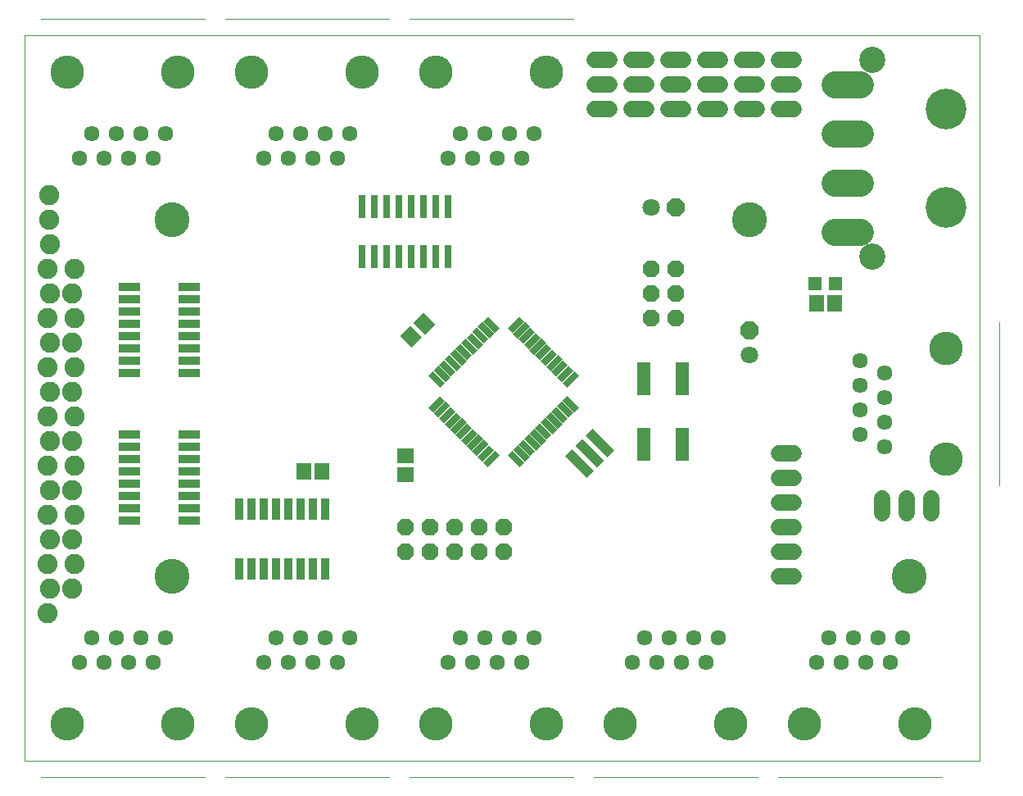
<source format=gts>
G75*
%MOIN*%
%OFA0B0*%
%FSLAX25Y25*%
%IPPOS*%
%LPD*%
%AMOC8*
5,1,8,0,0,1.08239X$1,22.5*
%
%ADD10C,0.00000*%
%ADD11C,0.14186*%
%ADD12R,0.12611X0.03950*%
%ADD13OC8,0.06800*%
%ADD14C,0.11036*%
%ADD15C,0.16548*%
%ADD16C,0.10643*%
%ADD17R,0.03400X0.08800*%
%ADD18R,0.05524X0.13398*%
%ADD19R,0.06706X0.05918*%
%ADD20R,0.05918X0.06706*%
%ADD21C,0.00039*%
%ADD22C,0.06343*%
%ADD23C,0.13600*%
%ADD24C,0.06800*%
%ADD25OC8,0.07100*%
%ADD26C,0.07100*%
%ADD27R,0.06706X0.02769*%
%ADD28R,0.02769X0.06706*%
%ADD29R,0.05524X0.05524*%
%ADD30R,0.03162X0.09461*%
%ADD31R,0.08800X0.03400*%
%ADD32C,0.08200*%
D10*
X0004867Y0017038D02*
X0004867Y0311998D01*
X0393567Y0311998D01*
X0393567Y0017038D01*
X0004867Y0017038D01*
X0015967Y0032038D02*
X0015969Y0032198D01*
X0015975Y0032357D01*
X0015985Y0032516D01*
X0015999Y0032675D01*
X0016017Y0032834D01*
X0016038Y0032992D01*
X0016064Y0033149D01*
X0016094Y0033306D01*
X0016127Y0033462D01*
X0016165Y0033617D01*
X0016206Y0033771D01*
X0016251Y0033924D01*
X0016300Y0034076D01*
X0016353Y0034227D01*
X0016409Y0034376D01*
X0016470Y0034524D01*
X0016533Y0034670D01*
X0016601Y0034815D01*
X0016672Y0034958D01*
X0016746Y0035099D01*
X0016824Y0035238D01*
X0016906Y0035375D01*
X0016991Y0035510D01*
X0017079Y0035643D01*
X0017171Y0035774D01*
X0017265Y0035902D01*
X0017363Y0036028D01*
X0017464Y0036152D01*
X0017568Y0036273D01*
X0017675Y0036391D01*
X0017785Y0036507D01*
X0017898Y0036620D01*
X0018014Y0036730D01*
X0018132Y0036837D01*
X0018253Y0036941D01*
X0018377Y0037042D01*
X0018503Y0037140D01*
X0018631Y0037234D01*
X0018762Y0037326D01*
X0018895Y0037414D01*
X0019030Y0037499D01*
X0019167Y0037581D01*
X0019306Y0037659D01*
X0019447Y0037733D01*
X0019590Y0037804D01*
X0019735Y0037872D01*
X0019881Y0037935D01*
X0020029Y0037996D01*
X0020178Y0038052D01*
X0020329Y0038105D01*
X0020481Y0038154D01*
X0020634Y0038199D01*
X0020788Y0038240D01*
X0020943Y0038278D01*
X0021099Y0038311D01*
X0021256Y0038341D01*
X0021413Y0038367D01*
X0021571Y0038388D01*
X0021730Y0038406D01*
X0021889Y0038420D01*
X0022048Y0038430D01*
X0022207Y0038436D01*
X0022367Y0038438D01*
X0022527Y0038436D01*
X0022686Y0038430D01*
X0022845Y0038420D01*
X0023004Y0038406D01*
X0023163Y0038388D01*
X0023321Y0038367D01*
X0023478Y0038341D01*
X0023635Y0038311D01*
X0023791Y0038278D01*
X0023946Y0038240D01*
X0024100Y0038199D01*
X0024253Y0038154D01*
X0024405Y0038105D01*
X0024556Y0038052D01*
X0024705Y0037996D01*
X0024853Y0037935D01*
X0024999Y0037872D01*
X0025144Y0037804D01*
X0025287Y0037733D01*
X0025428Y0037659D01*
X0025567Y0037581D01*
X0025704Y0037499D01*
X0025839Y0037414D01*
X0025972Y0037326D01*
X0026103Y0037234D01*
X0026231Y0037140D01*
X0026357Y0037042D01*
X0026481Y0036941D01*
X0026602Y0036837D01*
X0026720Y0036730D01*
X0026836Y0036620D01*
X0026949Y0036507D01*
X0027059Y0036391D01*
X0027166Y0036273D01*
X0027270Y0036152D01*
X0027371Y0036028D01*
X0027469Y0035902D01*
X0027563Y0035774D01*
X0027655Y0035643D01*
X0027743Y0035510D01*
X0027828Y0035375D01*
X0027910Y0035238D01*
X0027988Y0035099D01*
X0028062Y0034958D01*
X0028133Y0034815D01*
X0028201Y0034670D01*
X0028264Y0034524D01*
X0028325Y0034376D01*
X0028381Y0034227D01*
X0028434Y0034076D01*
X0028483Y0033924D01*
X0028528Y0033771D01*
X0028569Y0033617D01*
X0028607Y0033462D01*
X0028640Y0033306D01*
X0028670Y0033149D01*
X0028696Y0032992D01*
X0028717Y0032834D01*
X0028735Y0032675D01*
X0028749Y0032516D01*
X0028759Y0032357D01*
X0028765Y0032198D01*
X0028767Y0032038D01*
X0028765Y0031878D01*
X0028759Y0031719D01*
X0028749Y0031560D01*
X0028735Y0031401D01*
X0028717Y0031242D01*
X0028696Y0031084D01*
X0028670Y0030927D01*
X0028640Y0030770D01*
X0028607Y0030614D01*
X0028569Y0030459D01*
X0028528Y0030305D01*
X0028483Y0030152D01*
X0028434Y0030000D01*
X0028381Y0029849D01*
X0028325Y0029700D01*
X0028264Y0029552D01*
X0028201Y0029406D01*
X0028133Y0029261D01*
X0028062Y0029118D01*
X0027988Y0028977D01*
X0027910Y0028838D01*
X0027828Y0028701D01*
X0027743Y0028566D01*
X0027655Y0028433D01*
X0027563Y0028302D01*
X0027469Y0028174D01*
X0027371Y0028048D01*
X0027270Y0027924D01*
X0027166Y0027803D01*
X0027059Y0027685D01*
X0026949Y0027569D01*
X0026836Y0027456D01*
X0026720Y0027346D01*
X0026602Y0027239D01*
X0026481Y0027135D01*
X0026357Y0027034D01*
X0026231Y0026936D01*
X0026103Y0026842D01*
X0025972Y0026750D01*
X0025839Y0026662D01*
X0025704Y0026577D01*
X0025567Y0026495D01*
X0025428Y0026417D01*
X0025287Y0026343D01*
X0025144Y0026272D01*
X0024999Y0026204D01*
X0024853Y0026141D01*
X0024705Y0026080D01*
X0024556Y0026024D01*
X0024405Y0025971D01*
X0024253Y0025922D01*
X0024100Y0025877D01*
X0023946Y0025836D01*
X0023791Y0025798D01*
X0023635Y0025765D01*
X0023478Y0025735D01*
X0023321Y0025709D01*
X0023163Y0025688D01*
X0023004Y0025670D01*
X0022845Y0025656D01*
X0022686Y0025646D01*
X0022527Y0025640D01*
X0022367Y0025638D01*
X0022207Y0025640D01*
X0022048Y0025646D01*
X0021889Y0025656D01*
X0021730Y0025670D01*
X0021571Y0025688D01*
X0021413Y0025709D01*
X0021256Y0025735D01*
X0021099Y0025765D01*
X0020943Y0025798D01*
X0020788Y0025836D01*
X0020634Y0025877D01*
X0020481Y0025922D01*
X0020329Y0025971D01*
X0020178Y0026024D01*
X0020029Y0026080D01*
X0019881Y0026141D01*
X0019735Y0026204D01*
X0019590Y0026272D01*
X0019447Y0026343D01*
X0019306Y0026417D01*
X0019167Y0026495D01*
X0019030Y0026577D01*
X0018895Y0026662D01*
X0018762Y0026750D01*
X0018631Y0026842D01*
X0018503Y0026936D01*
X0018377Y0027034D01*
X0018253Y0027135D01*
X0018132Y0027239D01*
X0018014Y0027346D01*
X0017898Y0027456D01*
X0017785Y0027569D01*
X0017675Y0027685D01*
X0017568Y0027803D01*
X0017464Y0027924D01*
X0017363Y0028048D01*
X0017265Y0028174D01*
X0017171Y0028302D01*
X0017079Y0028433D01*
X0016991Y0028566D01*
X0016906Y0028701D01*
X0016824Y0028838D01*
X0016746Y0028977D01*
X0016672Y0029118D01*
X0016601Y0029261D01*
X0016533Y0029406D01*
X0016470Y0029552D01*
X0016409Y0029700D01*
X0016353Y0029849D01*
X0016300Y0030000D01*
X0016251Y0030152D01*
X0016206Y0030305D01*
X0016165Y0030459D01*
X0016127Y0030614D01*
X0016094Y0030770D01*
X0016064Y0030927D01*
X0016038Y0031084D01*
X0016017Y0031242D01*
X0015999Y0031401D01*
X0015985Y0031560D01*
X0015975Y0031719D01*
X0015969Y0031878D01*
X0015967Y0032038D01*
X0060967Y0032038D02*
X0060969Y0032198D01*
X0060975Y0032357D01*
X0060985Y0032516D01*
X0060999Y0032675D01*
X0061017Y0032834D01*
X0061038Y0032992D01*
X0061064Y0033149D01*
X0061094Y0033306D01*
X0061127Y0033462D01*
X0061165Y0033617D01*
X0061206Y0033771D01*
X0061251Y0033924D01*
X0061300Y0034076D01*
X0061353Y0034227D01*
X0061409Y0034376D01*
X0061470Y0034524D01*
X0061533Y0034670D01*
X0061601Y0034815D01*
X0061672Y0034958D01*
X0061746Y0035099D01*
X0061824Y0035238D01*
X0061906Y0035375D01*
X0061991Y0035510D01*
X0062079Y0035643D01*
X0062171Y0035774D01*
X0062265Y0035902D01*
X0062363Y0036028D01*
X0062464Y0036152D01*
X0062568Y0036273D01*
X0062675Y0036391D01*
X0062785Y0036507D01*
X0062898Y0036620D01*
X0063014Y0036730D01*
X0063132Y0036837D01*
X0063253Y0036941D01*
X0063377Y0037042D01*
X0063503Y0037140D01*
X0063631Y0037234D01*
X0063762Y0037326D01*
X0063895Y0037414D01*
X0064030Y0037499D01*
X0064167Y0037581D01*
X0064306Y0037659D01*
X0064447Y0037733D01*
X0064590Y0037804D01*
X0064735Y0037872D01*
X0064881Y0037935D01*
X0065029Y0037996D01*
X0065178Y0038052D01*
X0065329Y0038105D01*
X0065481Y0038154D01*
X0065634Y0038199D01*
X0065788Y0038240D01*
X0065943Y0038278D01*
X0066099Y0038311D01*
X0066256Y0038341D01*
X0066413Y0038367D01*
X0066571Y0038388D01*
X0066730Y0038406D01*
X0066889Y0038420D01*
X0067048Y0038430D01*
X0067207Y0038436D01*
X0067367Y0038438D01*
X0067527Y0038436D01*
X0067686Y0038430D01*
X0067845Y0038420D01*
X0068004Y0038406D01*
X0068163Y0038388D01*
X0068321Y0038367D01*
X0068478Y0038341D01*
X0068635Y0038311D01*
X0068791Y0038278D01*
X0068946Y0038240D01*
X0069100Y0038199D01*
X0069253Y0038154D01*
X0069405Y0038105D01*
X0069556Y0038052D01*
X0069705Y0037996D01*
X0069853Y0037935D01*
X0069999Y0037872D01*
X0070144Y0037804D01*
X0070287Y0037733D01*
X0070428Y0037659D01*
X0070567Y0037581D01*
X0070704Y0037499D01*
X0070839Y0037414D01*
X0070972Y0037326D01*
X0071103Y0037234D01*
X0071231Y0037140D01*
X0071357Y0037042D01*
X0071481Y0036941D01*
X0071602Y0036837D01*
X0071720Y0036730D01*
X0071836Y0036620D01*
X0071949Y0036507D01*
X0072059Y0036391D01*
X0072166Y0036273D01*
X0072270Y0036152D01*
X0072371Y0036028D01*
X0072469Y0035902D01*
X0072563Y0035774D01*
X0072655Y0035643D01*
X0072743Y0035510D01*
X0072828Y0035375D01*
X0072910Y0035238D01*
X0072988Y0035099D01*
X0073062Y0034958D01*
X0073133Y0034815D01*
X0073201Y0034670D01*
X0073264Y0034524D01*
X0073325Y0034376D01*
X0073381Y0034227D01*
X0073434Y0034076D01*
X0073483Y0033924D01*
X0073528Y0033771D01*
X0073569Y0033617D01*
X0073607Y0033462D01*
X0073640Y0033306D01*
X0073670Y0033149D01*
X0073696Y0032992D01*
X0073717Y0032834D01*
X0073735Y0032675D01*
X0073749Y0032516D01*
X0073759Y0032357D01*
X0073765Y0032198D01*
X0073767Y0032038D01*
X0073765Y0031878D01*
X0073759Y0031719D01*
X0073749Y0031560D01*
X0073735Y0031401D01*
X0073717Y0031242D01*
X0073696Y0031084D01*
X0073670Y0030927D01*
X0073640Y0030770D01*
X0073607Y0030614D01*
X0073569Y0030459D01*
X0073528Y0030305D01*
X0073483Y0030152D01*
X0073434Y0030000D01*
X0073381Y0029849D01*
X0073325Y0029700D01*
X0073264Y0029552D01*
X0073201Y0029406D01*
X0073133Y0029261D01*
X0073062Y0029118D01*
X0072988Y0028977D01*
X0072910Y0028838D01*
X0072828Y0028701D01*
X0072743Y0028566D01*
X0072655Y0028433D01*
X0072563Y0028302D01*
X0072469Y0028174D01*
X0072371Y0028048D01*
X0072270Y0027924D01*
X0072166Y0027803D01*
X0072059Y0027685D01*
X0071949Y0027569D01*
X0071836Y0027456D01*
X0071720Y0027346D01*
X0071602Y0027239D01*
X0071481Y0027135D01*
X0071357Y0027034D01*
X0071231Y0026936D01*
X0071103Y0026842D01*
X0070972Y0026750D01*
X0070839Y0026662D01*
X0070704Y0026577D01*
X0070567Y0026495D01*
X0070428Y0026417D01*
X0070287Y0026343D01*
X0070144Y0026272D01*
X0069999Y0026204D01*
X0069853Y0026141D01*
X0069705Y0026080D01*
X0069556Y0026024D01*
X0069405Y0025971D01*
X0069253Y0025922D01*
X0069100Y0025877D01*
X0068946Y0025836D01*
X0068791Y0025798D01*
X0068635Y0025765D01*
X0068478Y0025735D01*
X0068321Y0025709D01*
X0068163Y0025688D01*
X0068004Y0025670D01*
X0067845Y0025656D01*
X0067686Y0025646D01*
X0067527Y0025640D01*
X0067367Y0025638D01*
X0067207Y0025640D01*
X0067048Y0025646D01*
X0066889Y0025656D01*
X0066730Y0025670D01*
X0066571Y0025688D01*
X0066413Y0025709D01*
X0066256Y0025735D01*
X0066099Y0025765D01*
X0065943Y0025798D01*
X0065788Y0025836D01*
X0065634Y0025877D01*
X0065481Y0025922D01*
X0065329Y0025971D01*
X0065178Y0026024D01*
X0065029Y0026080D01*
X0064881Y0026141D01*
X0064735Y0026204D01*
X0064590Y0026272D01*
X0064447Y0026343D01*
X0064306Y0026417D01*
X0064167Y0026495D01*
X0064030Y0026577D01*
X0063895Y0026662D01*
X0063762Y0026750D01*
X0063631Y0026842D01*
X0063503Y0026936D01*
X0063377Y0027034D01*
X0063253Y0027135D01*
X0063132Y0027239D01*
X0063014Y0027346D01*
X0062898Y0027456D01*
X0062785Y0027569D01*
X0062675Y0027685D01*
X0062568Y0027803D01*
X0062464Y0027924D01*
X0062363Y0028048D01*
X0062265Y0028174D01*
X0062171Y0028302D01*
X0062079Y0028433D01*
X0061991Y0028566D01*
X0061906Y0028701D01*
X0061824Y0028838D01*
X0061746Y0028977D01*
X0061672Y0029118D01*
X0061601Y0029261D01*
X0061533Y0029406D01*
X0061470Y0029552D01*
X0061409Y0029700D01*
X0061353Y0029849D01*
X0061300Y0030000D01*
X0061251Y0030152D01*
X0061206Y0030305D01*
X0061165Y0030459D01*
X0061127Y0030614D01*
X0061094Y0030770D01*
X0061064Y0030927D01*
X0061038Y0031084D01*
X0061017Y0031242D01*
X0060999Y0031401D01*
X0060985Y0031560D01*
X0060975Y0031719D01*
X0060969Y0031878D01*
X0060967Y0032038D01*
X0090967Y0032038D02*
X0090969Y0032198D01*
X0090975Y0032357D01*
X0090985Y0032516D01*
X0090999Y0032675D01*
X0091017Y0032834D01*
X0091038Y0032992D01*
X0091064Y0033149D01*
X0091094Y0033306D01*
X0091127Y0033462D01*
X0091165Y0033617D01*
X0091206Y0033771D01*
X0091251Y0033924D01*
X0091300Y0034076D01*
X0091353Y0034227D01*
X0091409Y0034376D01*
X0091470Y0034524D01*
X0091533Y0034670D01*
X0091601Y0034815D01*
X0091672Y0034958D01*
X0091746Y0035099D01*
X0091824Y0035238D01*
X0091906Y0035375D01*
X0091991Y0035510D01*
X0092079Y0035643D01*
X0092171Y0035774D01*
X0092265Y0035902D01*
X0092363Y0036028D01*
X0092464Y0036152D01*
X0092568Y0036273D01*
X0092675Y0036391D01*
X0092785Y0036507D01*
X0092898Y0036620D01*
X0093014Y0036730D01*
X0093132Y0036837D01*
X0093253Y0036941D01*
X0093377Y0037042D01*
X0093503Y0037140D01*
X0093631Y0037234D01*
X0093762Y0037326D01*
X0093895Y0037414D01*
X0094030Y0037499D01*
X0094167Y0037581D01*
X0094306Y0037659D01*
X0094447Y0037733D01*
X0094590Y0037804D01*
X0094735Y0037872D01*
X0094881Y0037935D01*
X0095029Y0037996D01*
X0095178Y0038052D01*
X0095329Y0038105D01*
X0095481Y0038154D01*
X0095634Y0038199D01*
X0095788Y0038240D01*
X0095943Y0038278D01*
X0096099Y0038311D01*
X0096256Y0038341D01*
X0096413Y0038367D01*
X0096571Y0038388D01*
X0096730Y0038406D01*
X0096889Y0038420D01*
X0097048Y0038430D01*
X0097207Y0038436D01*
X0097367Y0038438D01*
X0097527Y0038436D01*
X0097686Y0038430D01*
X0097845Y0038420D01*
X0098004Y0038406D01*
X0098163Y0038388D01*
X0098321Y0038367D01*
X0098478Y0038341D01*
X0098635Y0038311D01*
X0098791Y0038278D01*
X0098946Y0038240D01*
X0099100Y0038199D01*
X0099253Y0038154D01*
X0099405Y0038105D01*
X0099556Y0038052D01*
X0099705Y0037996D01*
X0099853Y0037935D01*
X0099999Y0037872D01*
X0100144Y0037804D01*
X0100287Y0037733D01*
X0100428Y0037659D01*
X0100567Y0037581D01*
X0100704Y0037499D01*
X0100839Y0037414D01*
X0100972Y0037326D01*
X0101103Y0037234D01*
X0101231Y0037140D01*
X0101357Y0037042D01*
X0101481Y0036941D01*
X0101602Y0036837D01*
X0101720Y0036730D01*
X0101836Y0036620D01*
X0101949Y0036507D01*
X0102059Y0036391D01*
X0102166Y0036273D01*
X0102270Y0036152D01*
X0102371Y0036028D01*
X0102469Y0035902D01*
X0102563Y0035774D01*
X0102655Y0035643D01*
X0102743Y0035510D01*
X0102828Y0035375D01*
X0102910Y0035238D01*
X0102988Y0035099D01*
X0103062Y0034958D01*
X0103133Y0034815D01*
X0103201Y0034670D01*
X0103264Y0034524D01*
X0103325Y0034376D01*
X0103381Y0034227D01*
X0103434Y0034076D01*
X0103483Y0033924D01*
X0103528Y0033771D01*
X0103569Y0033617D01*
X0103607Y0033462D01*
X0103640Y0033306D01*
X0103670Y0033149D01*
X0103696Y0032992D01*
X0103717Y0032834D01*
X0103735Y0032675D01*
X0103749Y0032516D01*
X0103759Y0032357D01*
X0103765Y0032198D01*
X0103767Y0032038D01*
X0103765Y0031878D01*
X0103759Y0031719D01*
X0103749Y0031560D01*
X0103735Y0031401D01*
X0103717Y0031242D01*
X0103696Y0031084D01*
X0103670Y0030927D01*
X0103640Y0030770D01*
X0103607Y0030614D01*
X0103569Y0030459D01*
X0103528Y0030305D01*
X0103483Y0030152D01*
X0103434Y0030000D01*
X0103381Y0029849D01*
X0103325Y0029700D01*
X0103264Y0029552D01*
X0103201Y0029406D01*
X0103133Y0029261D01*
X0103062Y0029118D01*
X0102988Y0028977D01*
X0102910Y0028838D01*
X0102828Y0028701D01*
X0102743Y0028566D01*
X0102655Y0028433D01*
X0102563Y0028302D01*
X0102469Y0028174D01*
X0102371Y0028048D01*
X0102270Y0027924D01*
X0102166Y0027803D01*
X0102059Y0027685D01*
X0101949Y0027569D01*
X0101836Y0027456D01*
X0101720Y0027346D01*
X0101602Y0027239D01*
X0101481Y0027135D01*
X0101357Y0027034D01*
X0101231Y0026936D01*
X0101103Y0026842D01*
X0100972Y0026750D01*
X0100839Y0026662D01*
X0100704Y0026577D01*
X0100567Y0026495D01*
X0100428Y0026417D01*
X0100287Y0026343D01*
X0100144Y0026272D01*
X0099999Y0026204D01*
X0099853Y0026141D01*
X0099705Y0026080D01*
X0099556Y0026024D01*
X0099405Y0025971D01*
X0099253Y0025922D01*
X0099100Y0025877D01*
X0098946Y0025836D01*
X0098791Y0025798D01*
X0098635Y0025765D01*
X0098478Y0025735D01*
X0098321Y0025709D01*
X0098163Y0025688D01*
X0098004Y0025670D01*
X0097845Y0025656D01*
X0097686Y0025646D01*
X0097527Y0025640D01*
X0097367Y0025638D01*
X0097207Y0025640D01*
X0097048Y0025646D01*
X0096889Y0025656D01*
X0096730Y0025670D01*
X0096571Y0025688D01*
X0096413Y0025709D01*
X0096256Y0025735D01*
X0096099Y0025765D01*
X0095943Y0025798D01*
X0095788Y0025836D01*
X0095634Y0025877D01*
X0095481Y0025922D01*
X0095329Y0025971D01*
X0095178Y0026024D01*
X0095029Y0026080D01*
X0094881Y0026141D01*
X0094735Y0026204D01*
X0094590Y0026272D01*
X0094447Y0026343D01*
X0094306Y0026417D01*
X0094167Y0026495D01*
X0094030Y0026577D01*
X0093895Y0026662D01*
X0093762Y0026750D01*
X0093631Y0026842D01*
X0093503Y0026936D01*
X0093377Y0027034D01*
X0093253Y0027135D01*
X0093132Y0027239D01*
X0093014Y0027346D01*
X0092898Y0027456D01*
X0092785Y0027569D01*
X0092675Y0027685D01*
X0092568Y0027803D01*
X0092464Y0027924D01*
X0092363Y0028048D01*
X0092265Y0028174D01*
X0092171Y0028302D01*
X0092079Y0028433D01*
X0091991Y0028566D01*
X0091906Y0028701D01*
X0091824Y0028838D01*
X0091746Y0028977D01*
X0091672Y0029118D01*
X0091601Y0029261D01*
X0091533Y0029406D01*
X0091470Y0029552D01*
X0091409Y0029700D01*
X0091353Y0029849D01*
X0091300Y0030000D01*
X0091251Y0030152D01*
X0091206Y0030305D01*
X0091165Y0030459D01*
X0091127Y0030614D01*
X0091094Y0030770D01*
X0091064Y0030927D01*
X0091038Y0031084D01*
X0091017Y0031242D01*
X0090999Y0031401D01*
X0090985Y0031560D01*
X0090975Y0031719D01*
X0090969Y0031878D01*
X0090967Y0032038D01*
X0135967Y0032038D02*
X0135969Y0032198D01*
X0135975Y0032357D01*
X0135985Y0032516D01*
X0135999Y0032675D01*
X0136017Y0032834D01*
X0136038Y0032992D01*
X0136064Y0033149D01*
X0136094Y0033306D01*
X0136127Y0033462D01*
X0136165Y0033617D01*
X0136206Y0033771D01*
X0136251Y0033924D01*
X0136300Y0034076D01*
X0136353Y0034227D01*
X0136409Y0034376D01*
X0136470Y0034524D01*
X0136533Y0034670D01*
X0136601Y0034815D01*
X0136672Y0034958D01*
X0136746Y0035099D01*
X0136824Y0035238D01*
X0136906Y0035375D01*
X0136991Y0035510D01*
X0137079Y0035643D01*
X0137171Y0035774D01*
X0137265Y0035902D01*
X0137363Y0036028D01*
X0137464Y0036152D01*
X0137568Y0036273D01*
X0137675Y0036391D01*
X0137785Y0036507D01*
X0137898Y0036620D01*
X0138014Y0036730D01*
X0138132Y0036837D01*
X0138253Y0036941D01*
X0138377Y0037042D01*
X0138503Y0037140D01*
X0138631Y0037234D01*
X0138762Y0037326D01*
X0138895Y0037414D01*
X0139030Y0037499D01*
X0139167Y0037581D01*
X0139306Y0037659D01*
X0139447Y0037733D01*
X0139590Y0037804D01*
X0139735Y0037872D01*
X0139881Y0037935D01*
X0140029Y0037996D01*
X0140178Y0038052D01*
X0140329Y0038105D01*
X0140481Y0038154D01*
X0140634Y0038199D01*
X0140788Y0038240D01*
X0140943Y0038278D01*
X0141099Y0038311D01*
X0141256Y0038341D01*
X0141413Y0038367D01*
X0141571Y0038388D01*
X0141730Y0038406D01*
X0141889Y0038420D01*
X0142048Y0038430D01*
X0142207Y0038436D01*
X0142367Y0038438D01*
X0142527Y0038436D01*
X0142686Y0038430D01*
X0142845Y0038420D01*
X0143004Y0038406D01*
X0143163Y0038388D01*
X0143321Y0038367D01*
X0143478Y0038341D01*
X0143635Y0038311D01*
X0143791Y0038278D01*
X0143946Y0038240D01*
X0144100Y0038199D01*
X0144253Y0038154D01*
X0144405Y0038105D01*
X0144556Y0038052D01*
X0144705Y0037996D01*
X0144853Y0037935D01*
X0144999Y0037872D01*
X0145144Y0037804D01*
X0145287Y0037733D01*
X0145428Y0037659D01*
X0145567Y0037581D01*
X0145704Y0037499D01*
X0145839Y0037414D01*
X0145972Y0037326D01*
X0146103Y0037234D01*
X0146231Y0037140D01*
X0146357Y0037042D01*
X0146481Y0036941D01*
X0146602Y0036837D01*
X0146720Y0036730D01*
X0146836Y0036620D01*
X0146949Y0036507D01*
X0147059Y0036391D01*
X0147166Y0036273D01*
X0147270Y0036152D01*
X0147371Y0036028D01*
X0147469Y0035902D01*
X0147563Y0035774D01*
X0147655Y0035643D01*
X0147743Y0035510D01*
X0147828Y0035375D01*
X0147910Y0035238D01*
X0147988Y0035099D01*
X0148062Y0034958D01*
X0148133Y0034815D01*
X0148201Y0034670D01*
X0148264Y0034524D01*
X0148325Y0034376D01*
X0148381Y0034227D01*
X0148434Y0034076D01*
X0148483Y0033924D01*
X0148528Y0033771D01*
X0148569Y0033617D01*
X0148607Y0033462D01*
X0148640Y0033306D01*
X0148670Y0033149D01*
X0148696Y0032992D01*
X0148717Y0032834D01*
X0148735Y0032675D01*
X0148749Y0032516D01*
X0148759Y0032357D01*
X0148765Y0032198D01*
X0148767Y0032038D01*
X0148765Y0031878D01*
X0148759Y0031719D01*
X0148749Y0031560D01*
X0148735Y0031401D01*
X0148717Y0031242D01*
X0148696Y0031084D01*
X0148670Y0030927D01*
X0148640Y0030770D01*
X0148607Y0030614D01*
X0148569Y0030459D01*
X0148528Y0030305D01*
X0148483Y0030152D01*
X0148434Y0030000D01*
X0148381Y0029849D01*
X0148325Y0029700D01*
X0148264Y0029552D01*
X0148201Y0029406D01*
X0148133Y0029261D01*
X0148062Y0029118D01*
X0147988Y0028977D01*
X0147910Y0028838D01*
X0147828Y0028701D01*
X0147743Y0028566D01*
X0147655Y0028433D01*
X0147563Y0028302D01*
X0147469Y0028174D01*
X0147371Y0028048D01*
X0147270Y0027924D01*
X0147166Y0027803D01*
X0147059Y0027685D01*
X0146949Y0027569D01*
X0146836Y0027456D01*
X0146720Y0027346D01*
X0146602Y0027239D01*
X0146481Y0027135D01*
X0146357Y0027034D01*
X0146231Y0026936D01*
X0146103Y0026842D01*
X0145972Y0026750D01*
X0145839Y0026662D01*
X0145704Y0026577D01*
X0145567Y0026495D01*
X0145428Y0026417D01*
X0145287Y0026343D01*
X0145144Y0026272D01*
X0144999Y0026204D01*
X0144853Y0026141D01*
X0144705Y0026080D01*
X0144556Y0026024D01*
X0144405Y0025971D01*
X0144253Y0025922D01*
X0144100Y0025877D01*
X0143946Y0025836D01*
X0143791Y0025798D01*
X0143635Y0025765D01*
X0143478Y0025735D01*
X0143321Y0025709D01*
X0143163Y0025688D01*
X0143004Y0025670D01*
X0142845Y0025656D01*
X0142686Y0025646D01*
X0142527Y0025640D01*
X0142367Y0025638D01*
X0142207Y0025640D01*
X0142048Y0025646D01*
X0141889Y0025656D01*
X0141730Y0025670D01*
X0141571Y0025688D01*
X0141413Y0025709D01*
X0141256Y0025735D01*
X0141099Y0025765D01*
X0140943Y0025798D01*
X0140788Y0025836D01*
X0140634Y0025877D01*
X0140481Y0025922D01*
X0140329Y0025971D01*
X0140178Y0026024D01*
X0140029Y0026080D01*
X0139881Y0026141D01*
X0139735Y0026204D01*
X0139590Y0026272D01*
X0139447Y0026343D01*
X0139306Y0026417D01*
X0139167Y0026495D01*
X0139030Y0026577D01*
X0138895Y0026662D01*
X0138762Y0026750D01*
X0138631Y0026842D01*
X0138503Y0026936D01*
X0138377Y0027034D01*
X0138253Y0027135D01*
X0138132Y0027239D01*
X0138014Y0027346D01*
X0137898Y0027456D01*
X0137785Y0027569D01*
X0137675Y0027685D01*
X0137568Y0027803D01*
X0137464Y0027924D01*
X0137363Y0028048D01*
X0137265Y0028174D01*
X0137171Y0028302D01*
X0137079Y0028433D01*
X0136991Y0028566D01*
X0136906Y0028701D01*
X0136824Y0028838D01*
X0136746Y0028977D01*
X0136672Y0029118D01*
X0136601Y0029261D01*
X0136533Y0029406D01*
X0136470Y0029552D01*
X0136409Y0029700D01*
X0136353Y0029849D01*
X0136300Y0030000D01*
X0136251Y0030152D01*
X0136206Y0030305D01*
X0136165Y0030459D01*
X0136127Y0030614D01*
X0136094Y0030770D01*
X0136064Y0030927D01*
X0136038Y0031084D01*
X0136017Y0031242D01*
X0135999Y0031401D01*
X0135985Y0031560D01*
X0135975Y0031719D01*
X0135969Y0031878D01*
X0135967Y0032038D01*
X0165967Y0032038D02*
X0165969Y0032198D01*
X0165975Y0032357D01*
X0165985Y0032516D01*
X0165999Y0032675D01*
X0166017Y0032834D01*
X0166038Y0032992D01*
X0166064Y0033149D01*
X0166094Y0033306D01*
X0166127Y0033462D01*
X0166165Y0033617D01*
X0166206Y0033771D01*
X0166251Y0033924D01*
X0166300Y0034076D01*
X0166353Y0034227D01*
X0166409Y0034376D01*
X0166470Y0034524D01*
X0166533Y0034670D01*
X0166601Y0034815D01*
X0166672Y0034958D01*
X0166746Y0035099D01*
X0166824Y0035238D01*
X0166906Y0035375D01*
X0166991Y0035510D01*
X0167079Y0035643D01*
X0167171Y0035774D01*
X0167265Y0035902D01*
X0167363Y0036028D01*
X0167464Y0036152D01*
X0167568Y0036273D01*
X0167675Y0036391D01*
X0167785Y0036507D01*
X0167898Y0036620D01*
X0168014Y0036730D01*
X0168132Y0036837D01*
X0168253Y0036941D01*
X0168377Y0037042D01*
X0168503Y0037140D01*
X0168631Y0037234D01*
X0168762Y0037326D01*
X0168895Y0037414D01*
X0169030Y0037499D01*
X0169167Y0037581D01*
X0169306Y0037659D01*
X0169447Y0037733D01*
X0169590Y0037804D01*
X0169735Y0037872D01*
X0169881Y0037935D01*
X0170029Y0037996D01*
X0170178Y0038052D01*
X0170329Y0038105D01*
X0170481Y0038154D01*
X0170634Y0038199D01*
X0170788Y0038240D01*
X0170943Y0038278D01*
X0171099Y0038311D01*
X0171256Y0038341D01*
X0171413Y0038367D01*
X0171571Y0038388D01*
X0171730Y0038406D01*
X0171889Y0038420D01*
X0172048Y0038430D01*
X0172207Y0038436D01*
X0172367Y0038438D01*
X0172527Y0038436D01*
X0172686Y0038430D01*
X0172845Y0038420D01*
X0173004Y0038406D01*
X0173163Y0038388D01*
X0173321Y0038367D01*
X0173478Y0038341D01*
X0173635Y0038311D01*
X0173791Y0038278D01*
X0173946Y0038240D01*
X0174100Y0038199D01*
X0174253Y0038154D01*
X0174405Y0038105D01*
X0174556Y0038052D01*
X0174705Y0037996D01*
X0174853Y0037935D01*
X0174999Y0037872D01*
X0175144Y0037804D01*
X0175287Y0037733D01*
X0175428Y0037659D01*
X0175567Y0037581D01*
X0175704Y0037499D01*
X0175839Y0037414D01*
X0175972Y0037326D01*
X0176103Y0037234D01*
X0176231Y0037140D01*
X0176357Y0037042D01*
X0176481Y0036941D01*
X0176602Y0036837D01*
X0176720Y0036730D01*
X0176836Y0036620D01*
X0176949Y0036507D01*
X0177059Y0036391D01*
X0177166Y0036273D01*
X0177270Y0036152D01*
X0177371Y0036028D01*
X0177469Y0035902D01*
X0177563Y0035774D01*
X0177655Y0035643D01*
X0177743Y0035510D01*
X0177828Y0035375D01*
X0177910Y0035238D01*
X0177988Y0035099D01*
X0178062Y0034958D01*
X0178133Y0034815D01*
X0178201Y0034670D01*
X0178264Y0034524D01*
X0178325Y0034376D01*
X0178381Y0034227D01*
X0178434Y0034076D01*
X0178483Y0033924D01*
X0178528Y0033771D01*
X0178569Y0033617D01*
X0178607Y0033462D01*
X0178640Y0033306D01*
X0178670Y0033149D01*
X0178696Y0032992D01*
X0178717Y0032834D01*
X0178735Y0032675D01*
X0178749Y0032516D01*
X0178759Y0032357D01*
X0178765Y0032198D01*
X0178767Y0032038D01*
X0178765Y0031878D01*
X0178759Y0031719D01*
X0178749Y0031560D01*
X0178735Y0031401D01*
X0178717Y0031242D01*
X0178696Y0031084D01*
X0178670Y0030927D01*
X0178640Y0030770D01*
X0178607Y0030614D01*
X0178569Y0030459D01*
X0178528Y0030305D01*
X0178483Y0030152D01*
X0178434Y0030000D01*
X0178381Y0029849D01*
X0178325Y0029700D01*
X0178264Y0029552D01*
X0178201Y0029406D01*
X0178133Y0029261D01*
X0178062Y0029118D01*
X0177988Y0028977D01*
X0177910Y0028838D01*
X0177828Y0028701D01*
X0177743Y0028566D01*
X0177655Y0028433D01*
X0177563Y0028302D01*
X0177469Y0028174D01*
X0177371Y0028048D01*
X0177270Y0027924D01*
X0177166Y0027803D01*
X0177059Y0027685D01*
X0176949Y0027569D01*
X0176836Y0027456D01*
X0176720Y0027346D01*
X0176602Y0027239D01*
X0176481Y0027135D01*
X0176357Y0027034D01*
X0176231Y0026936D01*
X0176103Y0026842D01*
X0175972Y0026750D01*
X0175839Y0026662D01*
X0175704Y0026577D01*
X0175567Y0026495D01*
X0175428Y0026417D01*
X0175287Y0026343D01*
X0175144Y0026272D01*
X0174999Y0026204D01*
X0174853Y0026141D01*
X0174705Y0026080D01*
X0174556Y0026024D01*
X0174405Y0025971D01*
X0174253Y0025922D01*
X0174100Y0025877D01*
X0173946Y0025836D01*
X0173791Y0025798D01*
X0173635Y0025765D01*
X0173478Y0025735D01*
X0173321Y0025709D01*
X0173163Y0025688D01*
X0173004Y0025670D01*
X0172845Y0025656D01*
X0172686Y0025646D01*
X0172527Y0025640D01*
X0172367Y0025638D01*
X0172207Y0025640D01*
X0172048Y0025646D01*
X0171889Y0025656D01*
X0171730Y0025670D01*
X0171571Y0025688D01*
X0171413Y0025709D01*
X0171256Y0025735D01*
X0171099Y0025765D01*
X0170943Y0025798D01*
X0170788Y0025836D01*
X0170634Y0025877D01*
X0170481Y0025922D01*
X0170329Y0025971D01*
X0170178Y0026024D01*
X0170029Y0026080D01*
X0169881Y0026141D01*
X0169735Y0026204D01*
X0169590Y0026272D01*
X0169447Y0026343D01*
X0169306Y0026417D01*
X0169167Y0026495D01*
X0169030Y0026577D01*
X0168895Y0026662D01*
X0168762Y0026750D01*
X0168631Y0026842D01*
X0168503Y0026936D01*
X0168377Y0027034D01*
X0168253Y0027135D01*
X0168132Y0027239D01*
X0168014Y0027346D01*
X0167898Y0027456D01*
X0167785Y0027569D01*
X0167675Y0027685D01*
X0167568Y0027803D01*
X0167464Y0027924D01*
X0167363Y0028048D01*
X0167265Y0028174D01*
X0167171Y0028302D01*
X0167079Y0028433D01*
X0166991Y0028566D01*
X0166906Y0028701D01*
X0166824Y0028838D01*
X0166746Y0028977D01*
X0166672Y0029118D01*
X0166601Y0029261D01*
X0166533Y0029406D01*
X0166470Y0029552D01*
X0166409Y0029700D01*
X0166353Y0029849D01*
X0166300Y0030000D01*
X0166251Y0030152D01*
X0166206Y0030305D01*
X0166165Y0030459D01*
X0166127Y0030614D01*
X0166094Y0030770D01*
X0166064Y0030927D01*
X0166038Y0031084D01*
X0166017Y0031242D01*
X0165999Y0031401D01*
X0165985Y0031560D01*
X0165975Y0031719D01*
X0165969Y0031878D01*
X0165967Y0032038D01*
X0210967Y0032038D02*
X0210969Y0032198D01*
X0210975Y0032357D01*
X0210985Y0032516D01*
X0210999Y0032675D01*
X0211017Y0032834D01*
X0211038Y0032992D01*
X0211064Y0033149D01*
X0211094Y0033306D01*
X0211127Y0033462D01*
X0211165Y0033617D01*
X0211206Y0033771D01*
X0211251Y0033924D01*
X0211300Y0034076D01*
X0211353Y0034227D01*
X0211409Y0034376D01*
X0211470Y0034524D01*
X0211533Y0034670D01*
X0211601Y0034815D01*
X0211672Y0034958D01*
X0211746Y0035099D01*
X0211824Y0035238D01*
X0211906Y0035375D01*
X0211991Y0035510D01*
X0212079Y0035643D01*
X0212171Y0035774D01*
X0212265Y0035902D01*
X0212363Y0036028D01*
X0212464Y0036152D01*
X0212568Y0036273D01*
X0212675Y0036391D01*
X0212785Y0036507D01*
X0212898Y0036620D01*
X0213014Y0036730D01*
X0213132Y0036837D01*
X0213253Y0036941D01*
X0213377Y0037042D01*
X0213503Y0037140D01*
X0213631Y0037234D01*
X0213762Y0037326D01*
X0213895Y0037414D01*
X0214030Y0037499D01*
X0214167Y0037581D01*
X0214306Y0037659D01*
X0214447Y0037733D01*
X0214590Y0037804D01*
X0214735Y0037872D01*
X0214881Y0037935D01*
X0215029Y0037996D01*
X0215178Y0038052D01*
X0215329Y0038105D01*
X0215481Y0038154D01*
X0215634Y0038199D01*
X0215788Y0038240D01*
X0215943Y0038278D01*
X0216099Y0038311D01*
X0216256Y0038341D01*
X0216413Y0038367D01*
X0216571Y0038388D01*
X0216730Y0038406D01*
X0216889Y0038420D01*
X0217048Y0038430D01*
X0217207Y0038436D01*
X0217367Y0038438D01*
X0217527Y0038436D01*
X0217686Y0038430D01*
X0217845Y0038420D01*
X0218004Y0038406D01*
X0218163Y0038388D01*
X0218321Y0038367D01*
X0218478Y0038341D01*
X0218635Y0038311D01*
X0218791Y0038278D01*
X0218946Y0038240D01*
X0219100Y0038199D01*
X0219253Y0038154D01*
X0219405Y0038105D01*
X0219556Y0038052D01*
X0219705Y0037996D01*
X0219853Y0037935D01*
X0219999Y0037872D01*
X0220144Y0037804D01*
X0220287Y0037733D01*
X0220428Y0037659D01*
X0220567Y0037581D01*
X0220704Y0037499D01*
X0220839Y0037414D01*
X0220972Y0037326D01*
X0221103Y0037234D01*
X0221231Y0037140D01*
X0221357Y0037042D01*
X0221481Y0036941D01*
X0221602Y0036837D01*
X0221720Y0036730D01*
X0221836Y0036620D01*
X0221949Y0036507D01*
X0222059Y0036391D01*
X0222166Y0036273D01*
X0222270Y0036152D01*
X0222371Y0036028D01*
X0222469Y0035902D01*
X0222563Y0035774D01*
X0222655Y0035643D01*
X0222743Y0035510D01*
X0222828Y0035375D01*
X0222910Y0035238D01*
X0222988Y0035099D01*
X0223062Y0034958D01*
X0223133Y0034815D01*
X0223201Y0034670D01*
X0223264Y0034524D01*
X0223325Y0034376D01*
X0223381Y0034227D01*
X0223434Y0034076D01*
X0223483Y0033924D01*
X0223528Y0033771D01*
X0223569Y0033617D01*
X0223607Y0033462D01*
X0223640Y0033306D01*
X0223670Y0033149D01*
X0223696Y0032992D01*
X0223717Y0032834D01*
X0223735Y0032675D01*
X0223749Y0032516D01*
X0223759Y0032357D01*
X0223765Y0032198D01*
X0223767Y0032038D01*
X0223765Y0031878D01*
X0223759Y0031719D01*
X0223749Y0031560D01*
X0223735Y0031401D01*
X0223717Y0031242D01*
X0223696Y0031084D01*
X0223670Y0030927D01*
X0223640Y0030770D01*
X0223607Y0030614D01*
X0223569Y0030459D01*
X0223528Y0030305D01*
X0223483Y0030152D01*
X0223434Y0030000D01*
X0223381Y0029849D01*
X0223325Y0029700D01*
X0223264Y0029552D01*
X0223201Y0029406D01*
X0223133Y0029261D01*
X0223062Y0029118D01*
X0222988Y0028977D01*
X0222910Y0028838D01*
X0222828Y0028701D01*
X0222743Y0028566D01*
X0222655Y0028433D01*
X0222563Y0028302D01*
X0222469Y0028174D01*
X0222371Y0028048D01*
X0222270Y0027924D01*
X0222166Y0027803D01*
X0222059Y0027685D01*
X0221949Y0027569D01*
X0221836Y0027456D01*
X0221720Y0027346D01*
X0221602Y0027239D01*
X0221481Y0027135D01*
X0221357Y0027034D01*
X0221231Y0026936D01*
X0221103Y0026842D01*
X0220972Y0026750D01*
X0220839Y0026662D01*
X0220704Y0026577D01*
X0220567Y0026495D01*
X0220428Y0026417D01*
X0220287Y0026343D01*
X0220144Y0026272D01*
X0219999Y0026204D01*
X0219853Y0026141D01*
X0219705Y0026080D01*
X0219556Y0026024D01*
X0219405Y0025971D01*
X0219253Y0025922D01*
X0219100Y0025877D01*
X0218946Y0025836D01*
X0218791Y0025798D01*
X0218635Y0025765D01*
X0218478Y0025735D01*
X0218321Y0025709D01*
X0218163Y0025688D01*
X0218004Y0025670D01*
X0217845Y0025656D01*
X0217686Y0025646D01*
X0217527Y0025640D01*
X0217367Y0025638D01*
X0217207Y0025640D01*
X0217048Y0025646D01*
X0216889Y0025656D01*
X0216730Y0025670D01*
X0216571Y0025688D01*
X0216413Y0025709D01*
X0216256Y0025735D01*
X0216099Y0025765D01*
X0215943Y0025798D01*
X0215788Y0025836D01*
X0215634Y0025877D01*
X0215481Y0025922D01*
X0215329Y0025971D01*
X0215178Y0026024D01*
X0215029Y0026080D01*
X0214881Y0026141D01*
X0214735Y0026204D01*
X0214590Y0026272D01*
X0214447Y0026343D01*
X0214306Y0026417D01*
X0214167Y0026495D01*
X0214030Y0026577D01*
X0213895Y0026662D01*
X0213762Y0026750D01*
X0213631Y0026842D01*
X0213503Y0026936D01*
X0213377Y0027034D01*
X0213253Y0027135D01*
X0213132Y0027239D01*
X0213014Y0027346D01*
X0212898Y0027456D01*
X0212785Y0027569D01*
X0212675Y0027685D01*
X0212568Y0027803D01*
X0212464Y0027924D01*
X0212363Y0028048D01*
X0212265Y0028174D01*
X0212171Y0028302D01*
X0212079Y0028433D01*
X0211991Y0028566D01*
X0211906Y0028701D01*
X0211824Y0028838D01*
X0211746Y0028977D01*
X0211672Y0029118D01*
X0211601Y0029261D01*
X0211533Y0029406D01*
X0211470Y0029552D01*
X0211409Y0029700D01*
X0211353Y0029849D01*
X0211300Y0030000D01*
X0211251Y0030152D01*
X0211206Y0030305D01*
X0211165Y0030459D01*
X0211127Y0030614D01*
X0211094Y0030770D01*
X0211064Y0030927D01*
X0211038Y0031084D01*
X0211017Y0031242D01*
X0210999Y0031401D01*
X0210985Y0031560D01*
X0210975Y0031719D01*
X0210969Y0031878D01*
X0210967Y0032038D01*
X0240967Y0032038D02*
X0240969Y0032198D01*
X0240975Y0032357D01*
X0240985Y0032516D01*
X0240999Y0032675D01*
X0241017Y0032834D01*
X0241038Y0032992D01*
X0241064Y0033149D01*
X0241094Y0033306D01*
X0241127Y0033462D01*
X0241165Y0033617D01*
X0241206Y0033771D01*
X0241251Y0033924D01*
X0241300Y0034076D01*
X0241353Y0034227D01*
X0241409Y0034376D01*
X0241470Y0034524D01*
X0241533Y0034670D01*
X0241601Y0034815D01*
X0241672Y0034958D01*
X0241746Y0035099D01*
X0241824Y0035238D01*
X0241906Y0035375D01*
X0241991Y0035510D01*
X0242079Y0035643D01*
X0242171Y0035774D01*
X0242265Y0035902D01*
X0242363Y0036028D01*
X0242464Y0036152D01*
X0242568Y0036273D01*
X0242675Y0036391D01*
X0242785Y0036507D01*
X0242898Y0036620D01*
X0243014Y0036730D01*
X0243132Y0036837D01*
X0243253Y0036941D01*
X0243377Y0037042D01*
X0243503Y0037140D01*
X0243631Y0037234D01*
X0243762Y0037326D01*
X0243895Y0037414D01*
X0244030Y0037499D01*
X0244167Y0037581D01*
X0244306Y0037659D01*
X0244447Y0037733D01*
X0244590Y0037804D01*
X0244735Y0037872D01*
X0244881Y0037935D01*
X0245029Y0037996D01*
X0245178Y0038052D01*
X0245329Y0038105D01*
X0245481Y0038154D01*
X0245634Y0038199D01*
X0245788Y0038240D01*
X0245943Y0038278D01*
X0246099Y0038311D01*
X0246256Y0038341D01*
X0246413Y0038367D01*
X0246571Y0038388D01*
X0246730Y0038406D01*
X0246889Y0038420D01*
X0247048Y0038430D01*
X0247207Y0038436D01*
X0247367Y0038438D01*
X0247527Y0038436D01*
X0247686Y0038430D01*
X0247845Y0038420D01*
X0248004Y0038406D01*
X0248163Y0038388D01*
X0248321Y0038367D01*
X0248478Y0038341D01*
X0248635Y0038311D01*
X0248791Y0038278D01*
X0248946Y0038240D01*
X0249100Y0038199D01*
X0249253Y0038154D01*
X0249405Y0038105D01*
X0249556Y0038052D01*
X0249705Y0037996D01*
X0249853Y0037935D01*
X0249999Y0037872D01*
X0250144Y0037804D01*
X0250287Y0037733D01*
X0250428Y0037659D01*
X0250567Y0037581D01*
X0250704Y0037499D01*
X0250839Y0037414D01*
X0250972Y0037326D01*
X0251103Y0037234D01*
X0251231Y0037140D01*
X0251357Y0037042D01*
X0251481Y0036941D01*
X0251602Y0036837D01*
X0251720Y0036730D01*
X0251836Y0036620D01*
X0251949Y0036507D01*
X0252059Y0036391D01*
X0252166Y0036273D01*
X0252270Y0036152D01*
X0252371Y0036028D01*
X0252469Y0035902D01*
X0252563Y0035774D01*
X0252655Y0035643D01*
X0252743Y0035510D01*
X0252828Y0035375D01*
X0252910Y0035238D01*
X0252988Y0035099D01*
X0253062Y0034958D01*
X0253133Y0034815D01*
X0253201Y0034670D01*
X0253264Y0034524D01*
X0253325Y0034376D01*
X0253381Y0034227D01*
X0253434Y0034076D01*
X0253483Y0033924D01*
X0253528Y0033771D01*
X0253569Y0033617D01*
X0253607Y0033462D01*
X0253640Y0033306D01*
X0253670Y0033149D01*
X0253696Y0032992D01*
X0253717Y0032834D01*
X0253735Y0032675D01*
X0253749Y0032516D01*
X0253759Y0032357D01*
X0253765Y0032198D01*
X0253767Y0032038D01*
X0253765Y0031878D01*
X0253759Y0031719D01*
X0253749Y0031560D01*
X0253735Y0031401D01*
X0253717Y0031242D01*
X0253696Y0031084D01*
X0253670Y0030927D01*
X0253640Y0030770D01*
X0253607Y0030614D01*
X0253569Y0030459D01*
X0253528Y0030305D01*
X0253483Y0030152D01*
X0253434Y0030000D01*
X0253381Y0029849D01*
X0253325Y0029700D01*
X0253264Y0029552D01*
X0253201Y0029406D01*
X0253133Y0029261D01*
X0253062Y0029118D01*
X0252988Y0028977D01*
X0252910Y0028838D01*
X0252828Y0028701D01*
X0252743Y0028566D01*
X0252655Y0028433D01*
X0252563Y0028302D01*
X0252469Y0028174D01*
X0252371Y0028048D01*
X0252270Y0027924D01*
X0252166Y0027803D01*
X0252059Y0027685D01*
X0251949Y0027569D01*
X0251836Y0027456D01*
X0251720Y0027346D01*
X0251602Y0027239D01*
X0251481Y0027135D01*
X0251357Y0027034D01*
X0251231Y0026936D01*
X0251103Y0026842D01*
X0250972Y0026750D01*
X0250839Y0026662D01*
X0250704Y0026577D01*
X0250567Y0026495D01*
X0250428Y0026417D01*
X0250287Y0026343D01*
X0250144Y0026272D01*
X0249999Y0026204D01*
X0249853Y0026141D01*
X0249705Y0026080D01*
X0249556Y0026024D01*
X0249405Y0025971D01*
X0249253Y0025922D01*
X0249100Y0025877D01*
X0248946Y0025836D01*
X0248791Y0025798D01*
X0248635Y0025765D01*
X0248478Y0025735D01*
X0248321Y0025709D01*
X0248163Y0025688D01*
X0248004Y0025670D01*
X0247845Y0025656D01*
X0247686Y0025646D01*
X0247527Y0025640D01*
X0247367Y0025638D01*
X0247207Y0025640D01*
X0247048Y0025646D01*
X0246889Y0025656D01*
X0246730Y0025670D01*
X0246571Y0025688D01*
X0246413Y0025709D01*
X0246256Y0025735D01*
X0246099Y0025765D01*
X0245943Y0025798D01*
X0245788Y0025836D01*
X0245634Y0025877D01*
X0245481Y0025922D01*
X0245329Y0025971D01*
X0245178Y0026024D01*
X0245029Y0026080D01*
X0244881Y0026141D01*
X0244735Y0026204D01*
X0244590Y0026272D01*
X0244447Y0026343D01*
X0244306Y0026417D01*
X0244167Y0026495D01*
X0244030Y0026577D01*
X0243895Y0026662D01*
X0243762Y0026750D01*
X0243631Y0026842D01*
X0243503Y0026936D01*
X0243377Y0027034D01*
X0243253Y0027135D01*
X0243132Y0027239D01*
X0243014Y0027346D01*
X0242898Y0027456D01*
X0242785Y0027569D01*
X0242675Y0027685D01*
X0242568Y0027803D01*
X0242464Y0027924D01*
X0242363Y0028048D01*
X0242265Y0028174D01*
X0242171Y0028302D01*
X0242079Y0028433D01*
X0241991Y0028566D01*
X0241906Y0028701D01*
X0241824Y0028838D01*
X0241746Y0028977D01*
X0241672Y0029118D01*
X0241601Y0029261D01*
X0241533Y0029406D01*
X0241470Y0029552D01*
X0241409Y0029700D01*
X0241353Y0029849D01*
X0241300Y0030000D01*
X0241251Y0030152D01*
X0241206Y0030305D01*
X0241165Y0030459D01*
X0241127Y0030614D01*
X0241094Y0030770D01*
X0241064Y0030927D01*
X0241038Y0031084D01*
X0241017Y0031242D01*
X0240999Y0031401D01*
X0240985Y0031560D01*
X0240975Y0031719D01*
X0240969Y0031878D01*
X0240967Y0032038D01*
X0285967Y0032038D02*
X0285969Y0032198D01*
X0285975Y0032357D01*
X0285985Y0032516D01*
X0285999Y0032675D01*
X0286017Y0032834D01*
X0286038Y0032992D01*
X0286064Y0033149D01*
X0286094Y0033306D01*
X0286127Y0033462D01*
X0286165Y0033617D01*
X0286206Y0033771D01*
X0286251Y0033924D01*
X0286300Y0034076D01*
X0286353Y0034227D01*
X0286409Y0034376D01*
X0286470Y0034524D01*
X0286533Y0034670D01*
X0286601Y0034815D01*
X0286672Y0034958D01*
X0286746Y0035099D01*
X0286824Y0035238D01*
X0286906Y0035375D01*
X0286991Y0035510D01*
X0287079Y0035643D01*
X0287171Y0035774D01*
X0287265Y0035902D01*
X0287363Y0036028D01*
X0287464Y0036152D01*
X0287568Y0036273D01*
X0287675Y0036391D01*
X0287785Y0036507D01*
X0287898Y0036620D01*
X0288014Y0036730D01*
X0288132Y0036837D01*
X0288253Y0036941D01*
X0288377Y0037042D01*
X0288503Y0037140D01*
X0288631Y0037234D01*
X0288762Y0037326D01*
X0288895Y0037414D01*
X0289030Y0037499D01*
X0289167Y0037581D01*
X0289306Y0037659D01*
X0289447Y0037733D01*
X0289590Y0037804D01*
X0289735Y0037872D01*
X0289881Y0037935D01*
X0290029Y0037996D01*
X0290178Y0038052D01*
X0290329Y0038105D01*
X0290481Y0038154D01*
X0290634Y0038199D01*
X0290788Y0038240D01*
X0290943Y0038278D01*
X0291099Y0038311D01*
X0291256Y0038341D01*
X0291413Y0038367D01*
X0291571Y0038388D01*
X0291730Y0038406D01*
X0291889Y0038420D01*
X0292048Y0038430D01*
X0292207Y0038436D01*
X0292367Y0038438D01*
X0292527Y0038436D01*
X0292686Y0038430D01*
X0292845Y0038420D01*
X0293004Y0038406D01*
X0293163Y0038388D01*
X0293321Y0038367D01*
X0293478Y0038341D01*
X0293635Y0038311D01*
X0293791Y0038278D01*
X0293946Y0038240D01*
X0294100Y0038199D01*
X0294253Y0038154D01*
X0294405Y0038105D01*
X0294556Y0038052D01*
X0294705Y0037996D01*
X0294853Y0037935D01*
X0294999Y0037872D01*
X0295144Y0037804D01*
X0295287Y0037733D01*
X0295428Y0037659D01*
X0295567Y0037581D01*
X0295704Y0037499D01*
X0295839Y0037414D01*
X0295972Y0037326D01*
X0296103Y0037234D01*
X0296231Y0037140D01*
X0296357Y0037042D01*
X0296481Y0036941D01*
X0296602Y0036837D01*
X0296720Y0036730D01*
X0296836Y0036620D01*
X0296949Y0036507D01*
X0297059Y0036391D01*
X0297166Y0036273D01*
X0297270Y0036152D01*
X0297371Y0036028D01*
X0297469Y0035902D01*
X0297563Y0035774D01*
X0297655Y0035643D01*
X0297743Y0035510D01*
X0297828Y0035375D01*
X0297910Y0035238D01*
X0297988Y0035099D01*
X0298062Y0034958D01*
X0298133Y0034815D01*
X0298201Y0034670D01*
X0298264Y0034524D01*
X0298325Y0034376D01*
X0298381Y0034227D01*
X0298434Y0034076D01*
X0298483Y0033924D01*
X0298528Y0033771D01*
X0298569Y0033617D01*
X0298607Y0033462D01*
X0298640Y0033306D01*
X0298670Y0033149D01*
X0298696Y0032992D01*
X0298717Y0032834D01*
X0298735Y0032675D01*
X0298749Y0032516D01*
X0298759Y0032357D01*
X0298765Y0032198D01*
X0298767Y0032038D01*
X0298765Y0031878D01*
X0298759Y0031719D01*
X0298749Y0031560D01*
X0298735Y0031401D01*
X0298717Y0031242D01*
X0298696Y0031084D01*
X0298670Y0030927D01*
X0298640Y0030770D01*
X0298607Y0030614D01*
X0298569Y0030459D01*
X0298528Y0030305D01*
X0298483Y0030152D01*
X0298434Y0030000D01*
X0298381Y0029849D01*
X0298325Y0029700D01*
X0298264Y0029552D01*
X0298201Y0029406D01*
X0298133Y0029261D01*
X0298062Y0029118D01*
X0297988Y0028977D01*
X0297910Y0028838D01*
X0297828Y0028701D01*
X0297743Y0028566D01*
X0297655Y0028433D01*
X0297563Y0028302D01*
X0297469Y0028174D01*
X0297371Y0028048D01*
X0297270Y0027924D01*
X0297166Y0027803D01*
X0297059Y0027685D01*
X0296949Y0027569D01*
X0296836Y0027456D01*
X0296720Y0027346D01*
X0296602Y0027239D01*
X0296481Y0027135D01*
X0296357Y0027034D01*
X0296231Y0026936D01*
X0296103Y0026842D01*
X0295972Y0026750D01*
X0295839Y0026662D01*
X0295704Y0026577D01*
X0295567Y0026495D01*
X0295428Y0026417D01*
X0295287Y0026343D01*
X0295144Y0026272D01*
X0294999Y0026204D01*
X0294853Y0026141D01*
X0294705Y0026080D01*
X0294556Y0026024D01*
X0294405Y0025971D01*
X0294253Y0025922D01*
X0294100Y0025877D01*
X0293946Y0025836D01*
X0293791Y0025798D01*
X0293635Y0025765D01*
X0293478Y0025735D01*
X0293321Y0025709D01*
X0293163Y0025688D01*
X0293004Y0025670D01*
X0292845Y0025656D01*
X0292686Y0025646D01*
X0292527Y0025640D01*
X0292367Y0025638D01*
X0292207Y0025640D01*
X0292048Y0025646D01*
X0291889Y0025656D01*
X0291730Y0025670D01*
X0291571Y0025688D01*
X0291413Y0025709D01*
X0291256Y0025735D01*
X0291099Y0025765D01*
X0290943Y0025798D01*
X0290788Y0025836D01*
X0290634Y0025877D01*
X0290481Y0025922D01*
X0290329Y0025971D01*
X0290178Y0026024D01*
X0290029Y0026080D01*
X0289881Y0026141D01*
X0289735Y0026204D01*
X0289590Y0026272D01*
X0289447Y0026343D01*
X0289306Y0026417D01*
X0289167Y0026495D01*
X0289030Y0026577D01*
X0288895Y0026662D01*
X0288762Y0026750D01*
X0288631Y0026842D01*
X0288503Y0026936D01*
X0288377Y0027034D01*
X0288253Y0027135D01*
X0288132Y0027239D01*
X0288014Y0027346D01*
X0287898Y0027456D01*
X0287785Y0027569D01*
X0287675Y0027685D01*
X0287568Y0027803D01*
X0287464Y0027924D01*
X0287363Y0028048D01*
X0287265Y0028174D01*
X0287171Y0028302D01*
X0287079Y0028433D01*
X0286991Y0028566D01*
X0286906Y0028701D01*
X0286824Y0028838D01*
X0286746Y0028977D01*
X0286672Y0029118D01*
X0286601Y0029261D01*
X0286533Y0029406D01*
X0286470Y0029552D01*
X0286409Y0029700D01*
X0286353Y0029849D01*
X0286300Y0030000D01*
X0286251Y0030152D01*
X0286206Y0030305D01*
X0286165Y0030459D01*
X0286127Y0030614D01*
X0286094Y0030770D01*
X0286064Y0030927D01*
X0286038Y0031084D01*
X0286017Y0031242D01*
X0285999Y0031401D01*
X0285985Y0031560D01*
X0285975Y0031719D01*
X0285969Y0031878D01*
X0285967Y0032038D01*
X0315967Y0032038D02*
X0315969Y0032198D01*
X0315975Y0032357D01*
X0315985Y0032516D01*
X0315999Y0032675D01*
X0316017Y0032834D01*
X0316038Y0032992D01*
X0316064Y0033149D01*
X0316094Y0033306D01*
X0316127Y0033462D01*
X0316165Y0033617D01*
X0316206Y0033771D01*
X0316251Y0033924D01*
X0316300Y0034076D01*
X0316353Y0034227D01*
X0316409Y0034376D01*
X0316470Y0034524D01*
X0316533Y0034670D01*
X0316601Y0034815D01*
X0316672Y0034958D01*
X0316746Y0035099D01*
X0316824Y0035238D01*
X0316906Y0035375D01*
X0316991Y0035510D01*
X0317079Y0035643D01*
X0317171Y0035774D01*
X0317265Y0035902D01*
X0317363Y0036028D01*
X0317464Y0036152D01*
X0317568Y0036273D01*
X0317675Y0036391D01*
X0317785Y0036507D01*
X0317898Y0036620D01*
X0318014Y0036730D01*
X0318132Y0036837D01*
X0318253Y0036941D01*
X0318377Y0037042D01*
X0318503Y0037140D01*
X0318631Y0037234D01*
X0318762Y0037326D01*
X0318895Y0037414D01*
X0319030Y0037499D01*
X0319167Y0037581D01*
X0319306Y0037659D01*
X0319447Y0037733D01*
X0319590Y0037804D01*
X0319735Y0037872D01*
X0319881Y0037935D01*
X0320029Y0037996D01*
X0320178Y0038052D01*
X0320329Y0038105D01*
X0320481Y0038154D01*
X0320634Y0038199D01*
X0320788Y0038240D01*
X0320943Y0038278D01*
X0321099Y0038311D01*
X0321256Y0038341D01*
X0321413Y0038367D01*
X0321571Y0038388D01*
X0321730Y0038406D01*
X0321889Y0038420D01*
X0322048Y0038430D01*
X0322207Y0038436D01*
X0322367Y0038438D01*
X0322527Y0038436D01*
X0322686Y0038430D01*
X0322845Y0038420D01*
X0323004Y0038406D01*
X0323163Y0038388D01*
X0323321Y0038367D01*
X0323478Y0038341D01*
X0323635Y0038311D01*
X0323791Y0038278D01*
X0323946Y0038240D01*
X0324100Y0038199D01*
X0324253Y0038154D01*
X0324405Y0038105D01*
X0324556Y0038052D01*
X0324705Y0037996D01*
X0324853Y0037935D01*
X0324999Y0037872D01*
X0325144Y0037804D01*
X0325287Y0037733D01*
X0325428Y0037659D01*
X0325567Y0037581D01*
X0325704Y0037499D01*
X0325839Y0037414D01*
X0325972Y0037326D01*
X0326103Y0037234D01*
X0326231Y0037140D01*
X0326357Y0037042D01*
X0326481Y0036941D01*
X0326602Y0036837D01*
X0326720Y0036730D01*
X0326836Y0036620D01*
X0326949Y0036507D01*
X0327059Y0036391D01*
X0327166Y0036273D01*
X0327270Y0036152D01*
X0327371Y0036028D01*
X0327469Y0035902D01*
X0327563Y0035774D01*
X0327655Y0035643D01*
X0327743Y0035510D01*
X0327828Y0035375D01*
X0327910Y0035238D01*
X0327988Y0035099D01*
X0328062Y0034958D01*
X0328133Y0034815D01*
X0328201Y0034670D01*
X0328264Y0034524D01*
X0328325Y0034376D01*
X0328381Y0034227D01*
X0328434Y0034076D01*
X0328483Y0033924D01*
X0328528Y0033771D01*
X0328569Y0033617D01*
X0328607Y0033462D01*
X0328640Y0033306D01*
X0328670Y0033149D01*
X0328696Y0032992D01*
X0328717Y0032834D01*
X0328735Y0032675D01*
X0328749Y0032516D01*
X0328759Y0032357D01*
X0328765Y0032198D01*
X0328767Y0032038D01*
X0328765Y0031878D01*
X0328759Y0031719D01*
X0328749Y0031560D01*
X0328735Y0031401D01*
X0328717Y0031242D01*
X0328696Y0031084D01*
X0328670Y0030927D01*
X0328640Y0030770D01*
X0328607Y0030614D01*
X0328569Y0030459D01*
X0328528Y0030305D01*
X0328483Y0030152D01*
X0328434Y0030000D01*
X0328381Y0029849D01*
X0328325Y0029700D01*
X0328264Y0029552D01*
X0328201Y0029406D01*
X0328133Y0029261D01*
X0328062Y0029118D01*
X0327988Y0028977D01*
X0327910Y0028838D01*
X0327828Y0028701D01*
X0327743Y0028566D01*
X0327655Y0028433D01*
X0327563Y0028302D01*
X0327469Y0028174D01*
X0327371Y0028048D01*
X0327270Y0027924D01*
X0327166Y0027803D01*
X0327059Y0027685D01*
X0326949Y0027569D01*
X0326836Y0027456D01*
X0326720Y0027346D01*
X0326602Y0027239D01*
X0326481Y0027135D01*
X0326357Y0027034D01*
X0326231Y0026936D01*
X0326103Y0026842D01*
X0325972Y0026750D01*
X0325839Y0026662D01*
X0325704Y0026577D01*
X0325567Y0026495D01*
X0325428Y0026417D01*
X0325287Y0026343D01*
X0325144Y0026272D01*
X0324999Y0026204D01*
X0324853Y0026141D01*
X0324705Y0026080D01*
X0324556Y0026024D01*
X0324405Y0025971D01*
X0324253Y0025922D01*
X0324100Y0025877D01*
X0323946Y0025836D01*
X0323791Y0025798D01*
X0323635Y0025765D01*
X0323478Y0025735D01*
X0323321Y0025709D01*
X0323163Y0025688D01*
X0323004Y0025670D01*
X0322845Y0025656D01*
X0322686Y0025646D01*
X0322527Y0025640D01*
X0322367Y0025638D01*
X0322207Y0025640D01*
X0322048Y0025646D01*
X0321889Y0025656D01*
X0321730Y0025670D01*
X0321571Y0025688D01*
X0321413Y0025709D01*
X0321256Y0025735D01*
X0321099Y0025765D01*
X0320943Y0025798D01*
X0320788Y0025836D01*
X0320634Y0025877D01*
X0320481Y0025922D01*
X0320329Y0025971D01*
X0320178Y0026024D01*
X0320029Y0026080D01*
X0319881Y0026141D01*
X0319735Y0026204D01*
X0319590Y0026272D01*
X0319447Y0026343D01*
X0319306Y0026417D01*
X0319167Y0026495D01*
X0319030Y0026577D01*
X0318895Y0026662D01*
X0318762Y0026750D01*
X0318631Y0026842D01*
X0318503Y0026936D01*
X0318377Y0027034D01*
X0318253Y0027135D01*
X0318132Y0027239D01*
X0318014Y0027346D01*
X0317898Y0027456D01*
X0317785Y0027569D01*
X0317675Y0027685D01*
X0317568Y0027803D01*
X0317464Y0027924D01*
X0317363Y0028048D01*
X0317265Y0028174D01*
X0317171Y0028302D01*
X0317079Y0028433D01*
X0316991Y0028566D01*
X0316906Y0028701D01*
X0316824Y0028838D01*
X0316746Y0028977D01*
X0316672Y0029118D01*
X0316601Y0029261D01*
X0316533Y0029406D01*
X0316470Y0029552D01*
X0316409Y0029700D01*
X0316353Y0029849D01*
X0316300Y0030000D01*
X0316251Y0030152D01*
X0316206Y0030305D01*
X0316165Y0030459D01*
X0316127Y0030614D01*
X0316094Y0030770D01*
X0316064Y0030927D01*
X0316038Y0031084D01*
X0316017Y0031242D01*
X0315999Y0031401D01*
X0315985Y0031560D01*
X0315975Y0031719D01*
X0315969Y0031878D01*
X0315967Y0032038D01*
X0360967Y0032038D02*
X0360969Y0032198D01*
X0360975Y0032357D01*
X0360985Y0032516D01*
X0360999Y0032675D01*
X0361017Y0032834D01*
X0361038Y0032992D01*
X0361064Y0033149D01*
X0361094Y0033306D01*
X0361127Y0033462D01*
X0361165Y0033617D01*
X0361206Y0033771D01*
X0361251Y0033924D01*
X0361300Y0034076D01*
X0361353Y0034227D01*
X0361409Y0034376D01*
X0361470Y0034524D01*
X0361533Y0034670D01*
X0361601Y0034815D01*
X0361672Y0034958D01*
X0361746Y0035099D01*
X0361824Y0035238D01*
X0361906Y0035375D01*
X0361991Y0035510D01*
X0362079Y0035643D01*
X0362171Y0035774D01*
X0362265Y0035902D01*
X0362363Y0036028D01*
X0362464Y0036152D01*
X0362568Y0036273D01*
X0362675Y0036391D01*
X0362785Y0036507D01*
X0362898Y0036620D01*
X0363014Y0036730D01*
X0363132Y0036837D01*
X0363253Y0036941D01*
X0363377Y0037042D01*
X0363503Y0037140D01*
X0363631Y0037234D01*
X0363762Y0037326D01*
X0363895Y0037414D01*
X0364030Y0037499D01*
X0364167Y0037581D01*
X0364306Y0037659D01*
X0364447Y0037733D01*
X0364590Y0037804D01*
X0364735Y0037872D01*
X0364881Y0037935D01*
X0365029Y0037996D01*
X0365178Y0038052D01*
X0365329Y0038105D01*
X0365481Y0038154D01*
X0365634Y0038199D01*
X0365788Y0038240D01*
X0365943Y0038278D01*
X0366099Y0038311D01*
X0366256Y0038341D01*
X0366413Y0038367D01*
X0366571Y0038388D01*
X0366730Y0038406D01*
X0366889Y0038420D01*
X0367048Y0038430D01*
X0367207Y0038436D01*
X0367367Y0038438D01*
X0367527Y0038436D01*
X0367686Y0038430D01*
X0367845Y0038420D01*
X0368004Y0038406D01*
X0368163Y0038388D01*
X0368321Y0038367D01*
X0368478Y0038341D01*
X0368635Y0038311D01*
X0368791Y0038278D01*
X0368946Y0038240D01*
X0369100Y0038199D01*
X0369253Y0038154D01*
X0369405Y0038105D01*
X0369556Y0038052D01*
X0369705Y0037996D01*
X0369853Y0037935D01*
X0369999Y0037872D01*
X0370144Y0037804D01*
X0370287Y0037733D01*
X0370428Y0037659D01*
X0370567Y0037581D01*
X0370704Y0037499D01*
X0370839Y0037414D01*
X0370972Y0037326D01*
X0371103Y0037234D01*
X0371231Y0037140D01*
X0371357Y0037042D01*
X0371481Y0036941D01*
X0371602Y0036837D01*
X0371720Y0036730D01*
X0371836Y0036620D01*
X0371949Y0036507D01*
X0372059Y0036391D01*
X0372166Y0036273D01*
X0372270Y0036152D01*
X0372371Y0036028D01*
X0372469Y0035902D01*
X0372563Y0035774D01*
X0372655Y0035643D01*
X0372743Y0035510D01*
X0372828Y0035375D01*
X0372910Y0035238D01*
X0372988Y0035099D01*
X0373062Y0034958D01*
X0373133Y0034815D01*
X0373201Y0034670D01*
X0373264Y0034524D01*
X0373325Y0034376D01*
X0373381Y0034227D01*
X0373434Y0034076D01*
X0373483Y0033924D01*
X0373528Y0033771D01*
X0373569Y0033617D01*
X0373607Y0033462D01*
X0373640Y0033306D01*
X0373670Y0033149D01*
X0373696Y0032992D01*
X0373717Y0032834D01*
X0373735Y0032675D01*
X0373749Y0032516D01*
X0373759Y0032357D01*
X0373765Y0032198D01*
X0373767Y0032038D01*
X0373765Y0031878D01*
X0373759Y0031719D01*
X0373749Y0031560D01*
X0373735Y0031401D01*
X0373717Y0031242D01*
X0373696Y0031084D01*
X0373670Y0030927D01*
X0373640Y0030770D01*
X0373607Y0030614D01*
X0373569Y0030459D01*
X0373528Y0030305D01*
X0373483Y0030152D01*
X0373434Y0030000D01*
X0373381Y0029849D01*
X0373325Y0029700D01*
X0373264Y0029552D01*
X0373201Y0029406D01*
X0373133Y0029261D01*
X0373062Y0029118D01*
X0372988Y0028977D01*
X0372910Y0028838D01*
X0372828Y0028701D01*
X0372743Y0028566D01*
X0372655Y0028433D01*
X0372563Y0028302D01*
X0372469Y0028174D01*
X0372371Y0028048D01*
X0372270Y0027924D01*
X0372166Y0027803D01*
X0372059Y0027685D01*
X0371949Y0027569D01*
X0371836Y0027456D01*
X0371720Y0027346D01*
X0371602Y0027239D01*
X0371481Y0027135D01*
X0371357Y0027034D01*
X0371231Y0026936D01*
X0371103Y0026842D01*
X0370972Y0026750D01*
X0370839Y0026662D01*
X0370704Y0026577D01*
X0370567Y0026495D01*
X0370428Y0026417D01*
X0370287Y0026343D01*
X0370144Y0026272D01*
X0369999Y0026204D01*
X0369853Y0026141D01*
X0369705Y0026080D01*
X0369556Y0026024D01*
X0369405Y0025971D01*
X0369253Y0025922D01*
X0369100Y0025877D01*
X0368946Y0025836D01*
X0368791Y0025798D01*
X0368635Y0025765D01*
X0368478Y0025735D01*
X0368321Y0025709D01*
X0368163Y0025688D01*
X0368004Y0025670D01*
X0367845Y0025656D01*
X0367686Y0025646D01*
X0367527Y0025640D01*
X0367367Y0025638D01*
X0367207Y0025640D01*
X0367048Y0025646D01*
X0366889Y0025656D01*
X0366730Y0025670D01*
X0366571Y0025688D01*
X0366413Y0025709D01*
X0366256Y0025735D01*
X0366099Y0025765D01*
X0365943Y0025798D01*
X0365788Y0025836D01*
X0365634Y0025877D01*
X0365481Y0025922D01*
X0365329Y0025971D01*
X0365178Y0026024D01*
X0365029Y0026080D01*
X0364881Y0026141D01*
X0364735Y0026204D01*
X0364590Y0026272D01*
X0364447Y0026343D01*
X0364306Y0026417D01*
X0364167Y0026495D01*
X0364030Y0026577D01*
X0363895Y0026662D01*
X0363762Y0026750D01*
X0363631Y0026842D01*
X0363503Y0026936D01*
X0363377Y0027034D01*
X0363253Y0027135D01*
X0363132Y0027239D01*
X0363014Y0027346D01*
X0362898Y0027456D01*
X0362785Y0027569D01*
X0362675Y0027685D01*
X0362568Y0027803D01*
X0362464Y0027924D01*
X0362363Y0028048D01*
X0362265Y0028174D01*
X0362171Y0028302D01*
X0362079Y0028433D01*
X0361991Y0028566D01*
X0361906Y0028701D01*
X0361824Y0028838D01*
X0361746Y0028977D01*
X0361672Y0029118D01*
X0361601Y0029261D01*
X0361533Y0029406D01*
X0361470Y0029552D01*
X0361409Y0029700D01*
X0361353Y0029849D01*
X0361300Y0030000D01*
X0361251Y0030152D01*
X0361206Y0030305D01*
X0361165Y0030459D01*
X0361127Y0030614D01*
X0361094Y0030770D01*
X0361064Y0030927D01*
X0361038Y0031084D01*
X0361017Y0031242D01*
X0360999Y0031401D01*
X0360985Y0031560D01*
X0360975Y0031719D01*
X0360969Y0031878D01*
X0360967Y0032038D01*
X0358174Y0092038D02*
X0358176Y0092202D01*
X0358182Y0092366D01*
X0358192Y0092530D01*
X0358206Y0092694D01*
X0358224Y0092857D01*
X0358246Y0093020D01*
X0358273Y0093182D01*
X0358303Y0093344D01*
X0358337Y0093504D01*
X0358375Y0093664D01*
X0358416Y0093823D01*
X0358462Y0093981D01*
X0358512Y0094137D01*
X0358565Y0094293D01*
X0358622Y0094447D01*
X0358683Y0094599D01*
X0358748Y0094750D01*
X0358817Y0094900D01*
X0358889Y0095047D01*
X0358964Y0095193D01*
X0359044Y0095337D01*
X0359126Y0095479D01*
X0359212Y0095619D01*
X0359302Y0095756D01*
X0359395Y0095892D01*
X0359491Y0096025D01*
X0359591Y0096156D01*
X0359693Y0096284D01*
X0359799Y0096410D01*
X0359908Y0096533D01*
X0360020Y0096653D01*
X0360134Y0096771D01*
X0360252Y0096885D01*
X0360372Y0096997D01*
X0360495Y0097106D01*
X0360621Y0097212D01*
X0360749Y0097314D01*
X0360880Y0097414D01*
X0361013Y0097510D01*
X0361149Y0097603D01*
X0361286Y0097693D01*
X0361426Y0097779D01*
X0361568Y0097861D01*
X0361712Y0097941D01*
X0361858Y0098016D01*
X0362005Y0098088D01*
X0362155Y0098157D01*
X0362306Y0098222D01*
X0362458Y0098283D01*
X0362612Y0098340D01*
X0362768Y0098393D01*
X0362924Y0098443D01*
X0363082Y0098489D01*
X0363241Y0098530D01*
X0363401Y0098568D01*
X0363561Y0098602D01*
X0363723Y0098632D01*
X0363885Y0098659D01*
X0364048Y0098681D01*
X0364211Y0098699D01*
X0364375Y0098713D01*
X0364539Y0098723D01*
X0364703Y0098729D01*
X0364867Y0098731D01*
X0365031Y0098729D01*
X0365195Y0098723D01*
X0365359Y0098713D01*
X0365523Y0098699D01*
X0365686Y0098681D01*
X0365849Y0098659D01*
X0366011Y0098632D01*
X0366173Y0098602D01*
X0366333Y0098568D01*
X0366493Y0098530D01*
X0366652Y0098489D01*
X0366810Y0098443D01*
X0366966Y0098393D01*
X0367122Y0098340D01*
X0367276Y0098283D01*
X0367428Y0098222D01*
X0367579Y0098157D01*
X0367729Y0098088D01*
X0367876Y0098016D01*
X0368022Y0097941D01*
X0368166Y0097861D01*
X0368308Y0097779D01*
X0368448Y0097693D01*
X0368585Y0097603D01*
X0368721Y0097510D01*
X0368854Y0097414D01*
X0368985Y0097314D01*
X0369113Y0097212D01*
X0369239Y0097106D01*
X0369362Y0096997D01*
X0369482Y0096885D01*
X0369600Y0096771D01*
X0369714Y0096653D01*
X0369826Y0096533D01*
X0369935Y0096410D01*
X0370041Y0096284D01*
X0370143Y0096156D01*
X0370243Y0096025D01*
X0370339Y0095892D01*
X0370432Y0095756D01*
X0370522Y0095619D01*
X0370608Y0095479D01*
X0370690Y0095337D01*
X0370770Y0095193D01*
X0370845Y0095047D01*
X0370917Y0094900D01*
X0370986Y0094750D01*
X0371051Y0094599D01*
X0371112Y0094447D01*
X0371169Y0094293D01*
X0371222Y0094137D01*
X0371272Y0093981D01*
X0371318Y0093823D01*
X0371359Y0093664D01*
X0371397Y0093504D01*
X0371431Y0093344D01*
X0371461Y0093182D01*
X0371488Y0093020D01*
X0371510Y0092857D01*
X0371528Y0092694D01*
X0371542Y0092530D01*
X0371552Y0092366D01*
X0371558Y0092202D01*
X0371560Y0092038D01*
X0371558Y0091874D01*
X0371552Y0091710D01*
X0371542Y0091546D01*
X0371528Y0091382D01*
X0371510Y0091219D01*
X0371488Y0091056D01*
X0371461Y0090894D01*
X0371431Y0090732D01*
X0371397Y0090572D01*
X0371359Y0090412D01*
X0371318Y0090253D01*
X0371272Y0090095D01*
X0371222Y0089939D01*
X0371169Y0089783D01*
X0371112Y0089629D01*
X0371051Y0089477D01*
X0370986Y0089326D01*
X0370917Y0089176D01*
X0370845Y0089029D01*
X0370770Y0088883D01*
X0370690Y0088739D01*
X0370608Y0088597D01*
X0370522Y0088457D01*
X0370432Y0088320D01*
X0370339Y0088184D01*
X0370243Y0088051D01*
X0370143Y0087920D01*
X0370041Y0087792D01*
X0369935Y0087666D01*
X0369826Y0087543D01*
X0369714Y0087423D01*
X0369600Y0087305D01*
X0369482Y0087191D01*
X0369362Y0087079D01*
X0369239Y0086970D01*
X0369113Y0086864D01*
X0368985Y0086762D01*
X0368854Y0086662D01*
X0368721Y0086566D01*
X0368585Y0086473D01*
X0368448Y0086383D01*
X0368308Y0086297D01*
X0368166Y0086215D01*
X0368022Y0086135D01*
X0367876Y0086060D01*
X0367729Y0085988D01*
X0367579Y0085919D01*
X0367428Y0085854D01*
X0367276Y0085793D01*
X0367122Y0085736D01*
X0366966Y0085683D01*
X0366810Y0085633D01*
X0366652Y0085587D01*
X0366493Y0085546D01*
X0366333Y0085508D01*
X0366173Y0085474D01*
X0366011Y0085444D01*
X0365849Y0085417D01*
X0365686Y0085395D01*
X0365523Y0085377D01*
X0365359Y0085363D01*
X0365195Y0085353D01*
X0365031Y0085347D01*
X0364867Y0085345D01*
X0364703Y0085347D01*
X0364539Y0085353D01*
X0364375Y0085363D01*
X0364211Y0085377D01*
X0364048Y0085395D01*
X0363885Y0085417D01*
X0363723Y0085444D01*
X0363561Y0085474D01*
X0363401Y0085508D01*
X0363241Y0085546D01*
X0363082Y0085587D01*
X0362924Y0085633D01*
X0362768Y0085683D01*
X0362612Y0085736D01*
X0362458Y0085793D01*
X0362306Y0085854D01*
X0362155Y0085919D01*
X0362005Y0085988D01*
X0361858Y0086060D01*
X0361712Y0086135D01*
X0361568Y0086215D01*
X0361426Y0086297D01*
X0361286Y0086383D01*
X0361149Y0086473D01*
X0361013Y0086566D01*
X0360880Y0086662D01*
X0360749Y0086762D01*
X0360621Y0086864D01*
X0360495Y0086970D01*
X0360372Y0087079D01*
X0360252Y0087191D01*
X0360134Y0087305D01*
X0360020Y0087423D01*
X0359908Y0087543D01*
X0359799Y0087666D01*
X0359693Y0087792D01*
X0359591Y0087920D01*
X0359491Y0088051D01*
X0359395Y0088184D01*
X0359302Y0088320D01*
X0359212Y0088457D01*
X0359126Y0088597D01*
X0359044Y0088739D01*
X0358964Y0088883D01*
X0358889Y0089029D01*
X0358817Y0089176D01*
X0358748Y0089326D01*
X0358683Y0089477D01*
X0358622Y0089629D01*
X0358565Y0089783D01*
X0358512Y0089939D01*
X0358462Y0090095D01*
X0358416Y0090253D01*
X0358375Y0090412D01*
X0358337Y0090572D01*
X0358303Y0090732D01*
X0358273Y0090894D01*
X0358246Y0091056D01*
X0358224Y0091219D01*
X0358206Y0091382D01*
X0358192Y0091546D01*
X0358182Y0091710D01*
X0358176Y0091874D01*
X0358174Y0092038D01*
X0373467Y0139538D02*
X0373469Y0139698D01*
X0373475Y0139857D01*
X0373485Y0140016D01*
X0373499Y0140175D01*
X0373517Y0140334D01*
X0373538Y0140492D01*
X0373564Y0140649D01*
X0373594Y0140806D01*
X0373627Y0140962D01*
X0373665Y0141117D01*
X0373706Y0141271D01*
X0373751Y0141424D01*
X0373800Y0141576D01*
X0373853Y0141727D01*
X0373909Y0141876D01*
X0373970Y0142024D01*
X0374033Y0142170D01*
X0374101Y0142315D01*
X0374172Y0142458D01*
X0374246Y0142599D01*
X0374324Y0142738D01*
X0374406Y0142875D01*
X0374491Y0143010D01*
X0374579Y0143143D01*
X0374671Y0143274D01*
X0374765Y0143402D01*
X0374863Y0143528D01*
X0374964Y0143652D01*
X0375068Y0143773D01*
X0375175Y0143891D01*
X0375285Y0144007D01*
X0375398Y0144120D01*
X0375514Y0144230D01*
X0375632Y0144337D01*
X0375753Y0144441D01*
X0375877Y0144542D01*
X0376003Y0144640D01*
X0376131Y0144734D01*
X0376262Y0144826D01*
X0376395Y0144914D01*
X0376530Y0144999D01*
X0376667Y0145081D01*
X0376806Y0145159D01*
X0376947Y0145233D01*
X0377090Y0145304D01*
X0377235Y0145372D01*
X0377381Y0145435D01*
X0377529Y0145496D01*
X0377678Y0145552D01*
X0377829Y0145605D01*
X0377981Y0145654D01*
X0378134Y0145699D01*
X0378288Y0145740D01*
X0378443Y0145778D01*
X0378599Y0145811D01*
X0378756Y0145841D01*
X0378913Y0145867D01*
X0379071Y0145888D01*
X0379230Y0145906D01*
X0379389Y0145920D01*
X0379548Y0145930D01*
X0379707Y0145936D01*
X0379867Y0145938D01*
X0380027Y0145936D01*
X0380186Y0145930D01*
X0380345Y0145920D01*
X0380504Y0145906D01*
X0380663Y0145888D01*
X0380821Y0145867D01*
X0380978Y0145841D01*
X0381135Y0145811D01*
X0381291Y0145778D01*
X0381446Y0145740D01*
X0381600Y0145699D01*
X0381753Y0145654D01*
X0381905Y0145605D01*
X0382056Y0145552D01*
X0382205Y0145496D01*
X0382353Y0145435D01*
X0382499Y0145372D01*
X0382644Y0145304D01*
X0382787Y0145233D01*
X0382928Y0145159D01*
X0383067Y0145081D01*
X0383204Y0144999D01*
X0383339Y0144914D01*
X0383472Y0144826D01*
X0383603Y0144734D01*
X0383731Y0144640D01*
X0383857Y0144542D01*
X0383981Y0144441D01*
X0384102Y0144337D01*
X0384220Y0144230D01*
X0384336Y0144120D01*
X0384449Y0144007D01*
X0384559Y0143891D01*
X0384666Y0143773D01*
X0384770Y0143652D01*
X0384871Y0143528D01*
X0384969Y0143402D01*
X0385063Y0143274D01*
X0385155Y0143143D01*
X0385243Y0143010D01*
X0385328Y0142875D01*
X0385410Y0142738D01*
X0385488Y0142599D01*
X0385562Y0142458D01*
X0385633Y0142315D01*
X0385701Y0142170D01*
X0385764Y0142024D01*
X0385825Y0141876D01*
X0385881Y0141727D01*
X0385934Y0141576D01*
X0385983Y0141424D01*
X0386028Y0141271D01*
X0386069Y0141117D01*
X0386107Y0140962D01*
X0386140Y0140806D01*
X0386170Y0140649D01*
X0386196Y0140492D01*
X0386217Y0140334D01*
X0386235Y0140175D01*
X0386249Y0140016D01*
X0386259Y0139857D01*
X0386265Y0139698D01*
X0386267Y0139538D01*
X0386265Y0139378D01*
X0386259Y0139219D01*
X0386249Y0139060D01*
X0386235Y0138901D01*
X0386217Y0138742D01*
X0386196Y0138584D01*
X0386170Y0138427D01*
X0386140Y0138270D01*
X0386107Y0138114D01*
X0386069Y0137959D01*
X0386028Y0137805D01*
X0385983Y0137652D01*
X0385934Y0137500D01*
X0385881Y0137349D01*
X0385825Y0137200D01*
X0385764Y0137052D01*
X0385701Y0136906D01*
X0385633Y0136761D01*
X0385562Y0136618D01*
X0385488Y0136477D01*
X0385410Y0136338D01*
X0385328Y0136201D01*
X0385243Y0136066D01*
X0385155Y0135933D01*
X0385063Y0135802D01*
X0384969Y0135674D01*
X0384871Y0135548D01*
X0384770Y0135424D01*
X0384666Y0135303D01*
X0384559Y0135185D01*
X0384449Y0135069D01*
X0384336Y0134956D01*
X0384220Y0134846D01*
X0384102Y0134739D01*
X0383981Y0134635D01*
X0383857Y0134534D01*
X0383731Y0134436D01*
X0383603Y0134342D01*
X0383472Y0134250D01*
X0383339Y0134162D01*
X0383204Y0134077D01*
X0383067Y0133995D01*
X0382928Y0133917D01*
X0382787Y0133843D01*
X0382644Y0133772D01*
X0382499Y0133704D01*
X0382353Y0133641D01*
X0382205Y0133580D01*
X0382056Y0133524D01*
X0381905Y0133471D01*
X0381753Y0133422D01*
X0381600Y0133377D01*
X0381446Y0133336D01*
X0381291Y0133298D01*
X0381135Y0133265D01*
X0380978Y0133235D01*
X0380821Y0133209D01*
X0380663Y0133188D01*
X0380504Y0133170D01*
X0380345Y0133156D01*
X0380186Y0133146D01*
X0380027Y0133140D01*
X0379867Y0133138D01*
X0379707Y0133140D01*
X0379548Y0133146D01*
X0379389Y0133156D01*
X0379230Y0133170D01*
X0379071Y0133188D01*
X0378913Y0133209D01*
X0378756Y0133235D01*
X0378599Y0133265D01*
X0378443Y0133298D01*
X0378288Y0133336D01*
X0378134Y0133377D01*
X0377981Y0133422D01*
X0377829Y0133471D01*
X0377678Y0133524D01*
X0377529Y0133580D01*
X0377381Y0133641D01*
X0377235Y0133704D01*
X0377090Y0133772D01*
X0376947Y0133843D01*
X0376806Y0133917D01*
X0376667Y0133995D01*
X0376530Y0134077D01*
X0376395Y0134162D01*
X0376262Y0134250D01*
X0376131Y0134342D01*
X0376003Y0134436D01*
X0375877Y0134534D01*
X0375753Y0134635D01*
X0375632Y0134739D01*
X0375514Y0134846D01*
X0375398Y0134956D01*
X0375285Y0135069D01*
X0375175Y0135185D01*
X0375068Y0135303D01*
X0374964Y0135424D01*
X0374863Y0135548D01*
X0374765Y0135674D01*
X0374671Y0135802D01*
X0374579Y0135933D01*
X0374491Y0136066D01*
X0374406Y0136201D01*
X0374324Y0136338D01*
X0374246Y0136477D01*
X0374172Y0136618D01*
X0374101Y0136761D01*
X0374033Y0136906D01*
X0373970Y0137052D01*
X0373909Y0137200D01*
X0373853Y0137349D01*
X0373800Y0137500D01*
X0373751Y0137652D01*
X0373706Y0137805D01*
X0373665Y0137959D01*
X0373627Y0138114D01*
X0373594Y0138270D01*
X0373564Y0138427D01*
X0373538Y0138584D01*
X0373517Y0138742D01*
X0373499Y0138901D01*
X0373485Y0139060D01*
X0373475Y0139219D01*
X0373469Y0139378D01*
X0373467Y0139538D01*
X0373467Y0184538D02*
X0373469Y0184698D01*
X0373475Y0184857D01*
X0373485Y0185016D01*
X0373499Y0185175D01*
X0373517Y0185334D01*
X0373538Y0185492D01*
X0373564Y0185649D01*
X0373594Y0185806D01*
X0373627Y0185962D01*
X0373665Y0186117D01*
X0373706Y0186271D01*
X0373751Y0186424D01*
X0373800Y0186576D01*
X0373853Y0186727D01*
X0373909Y0186876D01*
X0373970Y0187024D01*
X0374033Y0187170D01*
X0374101Y0187315D01*
X0374172Y0187458D01*
X0374246Y0187599D01*
X0374324Y0187738D01*
X0374406Y0187875D01*
X0374491Y0188010D01*
X0374579Y0188143D01*
X0374671Y0188274D01*
X0374765Y0188402D01*
X0374863Y0188528D01*
X0374964Y0188652D01*
X0375068Y0188773D01*
X0375175Y0188891D01*
X0375285Y0189007D01*
X0375398Y0189120D01*
X0375514Y0189230D01*
X0375632Y0189337D01*
X0375753Y0189441D01*
X0375877Y0189542D01*
X0376003Y0189640D01*
X0376131Y0189734D01*
X0376262Y0189826D01*
X0376395Y0189914D01*
X0376530Y0189999D01*
X0376667Y0190081D01*
X0376806Y0190159D01*
X0376947Y0190233D01*
X0377090Y0190304D01*
X0377235Y0190372D01*
X0377381Y0190435D01*
X0377529Y0190496D01*
X0377678Y0190552D01*
X0377829Y0190605D01*
X0377981Y0190654D01*
X0378134Y0190699D01*
X0378288Y0190740D01*
X0378443Y0190778D01*
X0378599Y0190811D01*
X0378756Y0190841D01*
X0378913Y0190867D01*
X0379071Y0190888D01*
X0379230Y0190906D01*
X0379389Y0190920D01*
X0379548Y0190930D01*
X0379707Y0190936D01*
X0379867Y0190938D01*
X0380027Y0190936D01*
X0380186Y0190930D01*
X0380345Y0190920D01*
X0380504Y0190906D01*
X0380663Y0190888D01*
X0380821Y0190867D01*
X0380978Y0190841D01*
X0381135Y0190811D01*
X0381291Y0190778D01*
X0381446Y0190740D01*
X0381600Y0190699D01*
X0381753Y0190654D01*
X0381905Y0190605D01*
X0382056Y0190552D01*
X0382205Y0190496D01*
X0382353Y0190435D01*
X0382499Y0190372D01*
X0382644Y0190304D01*
X0382787Y0190233D01*
X0382928Y0190159D01*
X0383067Y0190081D01*
X0383204Y0189999D01*
X0383339Y0189914D01*
X0383472Y0189826D01*
X0383603Y0189734D01*
X0383731Y0189640D01*
X0383857Y0189542D01*
X0383981Y0189441D01*
X0384102Y0189337D01*
X0384220Y0189230D01*
X0384336Y0189120D01*
X0384449Y0189007D01*
X0384559Y0188891D01*
X0384666Y0188773D01*
X0384770Y0188652D01*
X0384871Y0188528D01*
X0384969Y0188402D01*
X0385063Y0188274D01*
X0385155Y0188143D01*
X0385243Y0188010D01*
X0385328Y0187875D01*
X0385410Y0187738D01*
X0385488Y0187599D01*
X0385562Y0187458D01*
X0385633Y0187315D01*
X0385701Y0187170D01*
X0385764Y0187024D01*
X0385825Y0186876D01*
X0385881Y0186727D01*
X0385934Y0186576D01*
X0385983Y0186424D01*
X0386028Y0186271D01*
X0386069Y0186117D01*
X0386107Y0185962D01*
X0386140Y0185806D01*
X0386170Y0185649D01*
X0386196Y0185492D01*
X0386217Y0185334D01*
X0386235Y0185175D01*
X0386249Y0185016D01*
X0386259Y0184857D01*
X0386265Y0184698D01*
X0386267Y0184538D01*
X0386265Y0184378D01*
X0386259Y0184219D01*
X0386249Y0184060D01*
X0386235Y0183901D01*
X0386217Y0183742D01*
X0386196Y0183584D01*
X0386170Y0183427D01*
X0386140Y0183270D01*
X0386107Y0183114D01*
X0386069Y0182959D01*
X0386028Y0182805D01*
X0385983Y0182652D01*
X0385934Y0182500D01*
X0385881Y0182349D01*
X0385825Y0182200D01*
X0385764Y0182052D01*
X0385701Y0181906D01*
X0385633Y0181761D01*
X0385562Y0181618D01*
X0385488Y0181477D01*
X0385410Y0181338D01*
X0385328Y0181201D01*
X0385243Y0181066D01*
X0385155Y0180933D01*
X0385063Y0180802D01*
X0384969Y0180674D01*
X0384871Y0180548D01*
X0384770Y0180424D01*
X0384666Y0180303D01*
X0384559Y0180185D01*
X0384449Y0180069D01*
X0384336Y0179956D01*
X0384220Y0179846D01*
X0384102Y0179739D01*
X0383981Y0179635D01*
X0383857Y0179534D01*
X0383731Y0179436D01*
X0383603Y0179342D01*
X0383472Y0179250D01*
X0383339Y0179162D01*
X0383204Y0179077D01*
X0383067Y0178995D01*
X0382928Y0178917D01*
X0382787Y0178843D01*
X0382644Y0178772D01*
X0382499Y0178704D01*
X0382353Y0178641D01*
X0382205Y0178580D01*
X0382056Y0178524D01*
X0381905Y0178471D01*
X0381753Y0178422D01*
X0381600Y0178377D01*
X0381446Y0178336D01*
X0381291Y0178298D01*
X0381135Y0178265D01*
X0380978Y0178235D01*
X0380821Y0178209D01*
X0380663Y0178188D01*
X0380504Y0178170D01*
X0380345Y0178156D01*
X0380186Y0178146D01*
X0380027Y0178140D01*
X0379867Y0178138D01*
X0379707Y0178140D01*
X0379548Y0178146D01*
X0379389Y0178156D01*
X0379230Y0178170D01*
X0379071Y0178188D01*
X0378913Y0178209D01*
X0378756Y0178235D01*
X0378599Y0178265D01*
X0378443Y0178298D01*
X0378288Y0178336D01*
X0378134Y0178377D01*
X0377981Y0178422D01*
X0377829Y0178471D01*
X0377678Y0178524D01*
X0377529Y0178580D01*
X0377381Y0178641D01*
X0377235Y0178704D01*
X0377090Y0178772D01*
X0376947Y0178843D01*
X0376806Y0178917D01*
X0376667Y0178995D01*
X0376530Y0179077D01*
X0376395Y0179162D01*
X0376262Y0179250D01*
X0376131Y0179342D01*
X0376003Y0179436D01*
X0375877Y0179534D01*
X0375753Y0179635D01*
X0375632Y0179739D01*
X0375514Y0179846D01*
X0375398Y0179956D01*
X0375285Y0180069D01*
X0375175Y0180185D01*
X0375068Y0180303D01*
X0374964Y0180424D01*
X0374863Y0180548D01*
X0374765Y0180674D01*
X0374671Y0180802D01*
X0374579Y0180933D01*
X0374491Y0181066D01*
X0374406Y0181201D01*
X0374324Y0181338D01*
X0374246Y0181477D01*
X0374172Y0181618D01*
X0374101Y0181761D01*
X0374033Y0181906D01*
X0373970Y0182052D01*
X0373909Y0182200D01*
X0373853Y0182349D01*
X0373800Y0182500D01*
X0373751Y0182652D01*
X0373706Y0182805D01*
X0373665Y0182959D01*
X0373627Y0183114D01*
X0373594Y0183270D01*
X0373564Y0183427D01*
X0373538Y0183584D01*
X0373517Y0183742D01*
X0373499Y0183901D01*
X0373485Y0184060D01*
X0373475Y0184219D01*
X0373469Y0184378D01*
X0373467Y0184538D01*
X0344946Y0222038D02*
X0344948Y0222178D01*
X0344954Y0222318D01*
X0344964Y0222457D01*
X0344978Y0222596D01*
X0344996Y0222735D01*
X0345017Y0222873D01*
X0345043Y0223011D01*
X0345073Y0223148D01*
X0345106Y0223283D01*
X0345144Y0223418D01*
X0345185Y0223552D01*
X0345230Y0223685D01*
X0345278Y0223816D01*
X0345331Y0223945D01*
X0345387Y0224074D01*
X0345446Y0224200D01*
X0345510Y0224325D01*
X0345576Y0224448D01*
X0345647Y0224569D01*
X0345720Y0224688D01*
X0345797Y0224805D01*
X0345878Y0224919D01*
X0345961Y0225031D01*
X0346048Y0225141D01*
X0346138Y0225249D01*
X0346230Y0225353D01*
X0346326Y0225455D01*
X0346425Y0225555D01*
X0346526Y0225651D01*
X0346630Y0225745D01*
X0346737Y0225835D01*
X0346846Y0225922D01*
X0346958Y0226007D01*
X0347072Y0226088D01*
X0347188Y0226166D01*
X0347306Y0226240D01*
X0347427Y0226311D01*
X0347549Y0226379D01*
X0347674Y0226443D01*
X0347800Y0226504D01*
X0347927Y0226561D01*
X0348057Y0226614D01*
X0348188Y0226664D01*
X0348320Y0226709D01*
X0348453Y0226752D01*
X0348588Y0226790D01*
X0348723Y0226824D01*
X0348860Y0226855D01*
X0348997Y0226882D01*
X0349135Y0226904D01*
X0349274Y0226923D01*
X0349413Y0226938D01*
X0349552Y0226949D01*
X0349692Y0226956D01*
X0349832Y0226959D01*
X0349972Y0226958D01*
X0350112Y0226953D01*
X0350251Y0226944D01*
X0350391Y0226931D01*
X0350530Y0226914D01*
X0350668Y0226893D01*
X0350806Y0226869D01*
X0350943Y0226840D01*
X0351079Y0226808D01*
X0351214Y0226771D01*
X0351348Y0226731D01*
X0351481Y0226687D01*
X0351612Y0226639D01*
X0351742Y0226588D01*
X0351871Y0226533D01*
X0351998Y0226474D01*
X0352123Y0226411D01*
X0352246Y0226346D01*
X0352368Y0226276D01*
X0352487Y0226203D01*
X0352605Y0226127D01*
X0352720Y0226048D01*
X0352833Y0225965D01*
X0352943Y0225879D01*
X0353051Y0225790D01*
X0353156Y0225698D01*
X0353259Y0225603D01*
X0353359Y0225505D01*
X0353456Y0225405D01*
X0353550Y0225301D01*
X0353642Y0225195D01*
X0353730Y0225087D01*
X0353815Y0224976D01*
X0353897Y0224862D01*
X0353976Y0224746D01*
X0354051Y0224629D01*
X0354123Y0224509D01*
X0354191Y0224387D01*
X0354256Y0224263D01*
X0354318Y0224137D01*
X0354376Y0224010D01*
X0354430Y0223881D01*
X0354481Y0223750D01*
X0354527Y0223618D01*
X0354570Y0223485D01*
X0354610Y0223351D01*
X0354645Y0223216D01*
X0354677Y0223079D01*
X0354704Y0222942D01*
X0354728Y0222804D01*
X0354748Y0222666D01*
X0354764Y0222527D01*
X0354776Y0222387D01*
X0354784Y0222248D01*
X0354788Y0222108D01*
X0354788Y0221968D01*
X0354784Y0221828D01*
X0354776Y0221689D01*
X0354764Y0221549D01*
X0354748Y0221410D01*
X0354728Y0221272D01*
X0354704Y0221134D01*
X0354677Y0220997D01*
X0354645Y0220860D01*
X0354610Y0220725D01*
X0354570Y0220591D01*
X0354527Y0220458D01*
X0354481Y0220326D01*
X0354430Y0220195D01*
X0354376Y0220066D01*
X0354318Y0219939D01*
X0354256Y0219813D01*
X0354191Y0219689D01*
X0354123Y0219567D01*
X0354051Y0219447D01*
X0353976Y0219330D01*
X0353897Y0219214D01*
X0353815Y0219100D01*
X0353730Y0218989D01*
X0353642Y0218881D01*
X0353550Y0218775D01*
X0353456Y0218671D01*
X0353359Y0218571D01*
X0353259Y0218473D01*
X0353156Y0218378D01*
X0353051Y0218286D01*
X0352943Y0218197D01*
X0352833Y0218111D01*
X0352720Y0218028D01*
X0352605Y0217949D01*
X0352487Y0217873D01*
X0352368Y0217800D01*
X0352246Y0217730D01*
X0352123Y0217665D01*
X0351998Y0217602D01*
X0351871Y0217543D01*
X0351742Y0217488D01*
X0351612Y0217437D01*
X0351481Y0217389D01*
X0351348Y0217345D01*
X0351214Y0217305D01*
X0351079Y0217268D01*
X0350943Y0217236D01*
X0350806Y0217207D01*
X0350668Y0217183D01*
X0350530Y0217162D01*
X0350391Y0217145D01*
X0350251Y0217132D01*
X0350112Y0217123D01*
X0349972Y0217118D01*
X0349832Y0217117D01*
X0349692Y0217120D01*
X0349552Y0217127D01*
X0349413Y0217138D01*
X0349274Y0217153D01*
X0349135Y0217172D01*
X0348997Y0217194D01*
X0348860Y0217221D01*
X0348723Y0217252D01*
X0348588Y0217286D01*
X0348453Y0217324D01*
X0348320Y0217367D01*
X0348188Y0217412D01*
X0348057Y0217462D01*
X0347927Y0217515D01*
X0347800Y0217572D01*
X0347674Y0217633D01*
X0347549Y0217697D01*
X0347427Y0217765D01*
X0347306Y0217836D01*
X0347188Y0217910D01*
X0347072Y0217988D01*
X0346958Y0218069D01*
X0346846Y0218154D01*
X0346737Y0218241D01*
X0346630Y0218331D01*
X0346526Y0218425D01*
X0346425Y0218521D01*
X0346326Y0218621D01*
X0346230Y0218723D01*
X0346138Y0218827D01*
X0346048Y0218935D01*
X0345961Y0219045D01*
X0345878Y0219157D01*
X0345797Y0219271D01*
X0345720Y0219388D01*
X0345647Y0219507D01*
X0345576Y0219628D01*
X0345510Y0219751D01*
X0345446Y0219876D01*
X0345387Y0220002D01*
X0345331Y0220131D01*
X0345278Y0220260D01*
X0345230Y0220391D01*
X0345185Y0220524D01*
X0345144Y0220658D01*
X0345106Y0220793D01*
X0345073Y0220928D01*
X0345043Y0221065D01*
X0345017Y0221203D01*
X0344996Y0221341D01*
X0344978Y0221480D01*
X0344964Y0221619D01*
X0344954Y0221758D01*
X0344948Y0221898D01*
X0344946Y0222038D01*
X0371993Y0242038D02*
X0371995Y0242231D01*
X0372002Y0242424D01*
X0372014Y0242617D01*
X0372031Y0242810D01*
X0372052Y0243002D01*
X0372078Y0243193D01*
X0372109Y0243384D01*
X0372144Y0243574D01*
X0372184Y0243763D01*
X0372229Y0243951D01*
X0372278Y0244138D01*
X0372332Y0244324D01*
X0372390Y0244508D01*
X0372453Y0244691D01*
X0372521Y0244872D01*
X0372592Y0245051D01*
X0372669Y0245229D01*
X0372749Y0245405D01*
X0372834Y0245578D01*
X0372923Y0245750D01*
X0373016Y0245919D01*
X0373113Y0246086D01*
X0373215Y0246251D01*
X0373320Y0246413D01*
X0373429Y0246572D01*
X0373543Y0246729D01*
X0373660Y0246882D01*
X0373780Y0247033D01*
X0373905Y0247181D01*
X0374033Y0247326D01*
X0374164Y0247467D01*
X0374299Y0247606D01*
X0374438Y0247741D01*
X0374579Y0247872D01*
X0374724Y0248000D01*
X0374872Y0248125D01*
X0375023Y0248245D01*
X0375176Y0248362D01*
X0375333Y0248476D01*
X0375492Y0248585D01*
X0375654Y0248690D01*
X0375819Y0248792D01*
X0375986Y0248889D01*
X0376155Y0248982D01*
X0376327Y0249071D01*
X0376500Y0249156D01*
X0376676Y0249236D01*
X0376854Y0249313D01*
X0377033Y0249384D01*
X0377214Y0249452D01*
X0377397Y0249515D01*
X0377581Y0249573D01*
X0377767Y0249627D01*
X0377954Y0249676D01*
X0378142Y0249721D01*
X0378331Y0249761D01*
X0378521Y0249796D01*
X0378712Y0249827D01*
X0378903Y0249853D01*
X0379095Y0249874D01*
X0379288Y0249891D01*
X0379481Y0249903D01*
X0379674Y0249910D01*
X0379867Y0249912D01*
X0380060Y0249910D01*
X0380253Y0249903D01*
X0380446Y0249891D01*
X0380639Y0249874D01*
X0380831Y0249853D01*
X0381022Y0249827D01*
X0381213Y0249796D01*
X0381403Y0249761D01*
X0381592Y0249721D01*
X0381780Y0249676D01*
X0381967Y0249627D01*
X0382153Y0249573D01*
X0382337Y0249515D01*
X0382520Y0249452D01*
X0382701Y0249384D01*
X0382880Y0249313D01*
X0383058Y0249236D01*
X0383234Y0249156D01*
X0383407Y0249071D01*
X0383579Y0248982D01*
X0383748Y0248889D01*
X0383915Y0248792D01*
X0384080Y0248690D01*
X0384242Y0248585D01*
X0384401Y0248476D01*
X0384558Y0248362D01*
X0384711Y0248245D01*
X0384862Y0248125D01*
X0385010Y0248000D01*
X0385155Y0247872D01*
X0385296Y0247741D01*
X0385435Y0247606D01*
X0385570Y0247467D01*
X0385701Y0247326D01*
X0385829Y0247181D01*
X0385954Y0247033D01*
X0386074Y0246882D01*
X0386191Y0246729D01*
X0386305Y0246572D01*
X0386414Y0246413D01*
X0386519Y0246251D01*
X0386621Y0246086D01*
X0386718Y0245919D01*
X0386811Y0245750D01*
X0386900Y0245578D01*
X0386985Y0245405D01*
X0387065Y0245229D01*
X0387142Y0245051D01*
X0387213Y0244872D01*
X0387281Y0244691D01*
X0387344Y0244508D01*
X0387402Y0244324D01*
X0387456Y0244138D01*
X0387505Y0243951D01*
X0387550Y0243763D01*
X0387590Y0243574D01*
X0387625Y0243384D01*
X0387656Y0243193D01*
X0387682Y0243002D01*
X0387703Y0242810D01*
X0387720Y0242617D01*
X0387732Y0242424D01*
X0387739Y0242231D01*
X0387741Y0242038D01*
X0387739Y0241845D01*
X0387732Y0241652D01*
X0387720Y0241459D01*
X0387703Y0241266D01*
X0387682Y0241074D01*
X0387656Y0240883D01*
X0387625Y0240692D01*
X0387590Y0240502D01*
X0387550Y0240313D01*
X0387505Y0240125D01*
X0387456Y0239938D01*
X0387402Y0239752D01*
X0387344Y0239568D01*
X0387281Y0239385D01*
X0387213Y0239204D01*
X0387142Y0239025D01*
X0387065Y0238847D01*
X0386985Y0238671D01*
X0386900Y0238498D01*
X0386811Y0238326D01*
X0386718Y0238157D01*
X0386621Y0237990D01*
X0386519Y0237825D01*
X0386414Y0237663D01*
X0386305Y0237504D01*
X0386191Y0237347D01*
X0386074Y0237194D01*
X0385954Y0237043D01*
X0385829Y0236895D01*
X0385701Y0236750D01*
X0385570Y0236609D01*
X0385435Y0236470D01*
X0385296Y0236335D01*
X0385155Y0236204D01*
X0385010Y0236076D01*
X0384862Y0235951D01*
X0384711Y0235831D01*
X0384558Y0235714D01*
X0384401Y0235600D01*
X0384242Y0235491D01*
X0384080Y0235386D01*
X0383915Y0235284D01*
X0383748Y0235187D01*
X0383579Y0235094D01*
X0383407Y0235005D01*
X0383234Y0234920D01*
X0383058Y0234840D01*
X0382880Y0234763D01*
X0382701Y0234692D01*
X0382520Y0234624D01*
X0382337Y0234561D01*
X0382153Y0234503D01*
X0381967Y0234449D01*
X0381780Y0234400D01*
X0381592Y0234355D01*
X0381403Y0234315D01*
X0381213Y0234280D01*
X0381022Y0234249D01*
X0380831Y0234223D01*
X0380639Y0234202D01*
X0380446Y0234185D01*
X0380253Y0234173D01*
X0380060Y0234166D01*
X0379867Y0234164D01*
X0379674Y0234166D01*
X0379481Y0234173D01*
X0379288Y0234185D01*
X0379095Y0234202D01*
X0378903Y0234223D01*
X0378712Y0234249D01*
X0378521Y0234280D01*
X0378331Y0234315D01*
X0378142Y0234355D01*
X0377954Y0234400D01*
X0377767Y0234449D01*
X0377581Y0234503D01*
X0377397Y0234561D01*
X0377214Y0234624D01*
X0377033Y0234692D01*
X0376854Y0234763D01*
X0376676Y0234840D01*
X0376500Y0234920D01*
X0376327Y0235005D01*
X0376155Y0235094D01*
X0375986Y0235187D01*
X0375819Y0235284D01*
X0375654Y0235386D01*
X0375492Y0235491D01*
X0375333Y0235600D01*
X0375176Y0235714D01*
X0375023Y0235831D01*
X0374872Y0235951D01*
X0374724Y0236076D01*
X0374579Y0236204D01*
X0374438Y0236335D01*
X0374299Y0236470D01*
X0374164Y0236609D01*
X0374033Y0236750D01*
X0373905Y0236895D01*
X0373780Y0237043D01*
X0373660Y0237194D01*
X0373543Y0237347D01*
X0373429Y0237504D01*
X0373320Y0237663D01*
X0373215Y0237825D01*
X0373113Y0237990D01*
X0373016Y0238157D01*
X0372923Y0238326D01*
X0372834Y0238498D01*
X0372749Y0238671D01*
X0372669Y0238847D01*
X0372592Y0239025D01*
X0372521Y0239204D01*
X0372453Y0239385D01*
X0372390Y0239568D01*
X0372332Y0239752D01*
X0372278Y0239938D01*
X0372229Y0240125D01*
X0372184Y0240313D01*
X0372144Y0240502D01*
X0372109Y0240692D01*
X0372078Y0240883D01*
X0372052Y0241074D01*
X0372031Y0241266D01*
X0372014Y0241459D01*
X0372002Y0241652D01*
X0371995Y0241845D01*
X0371993Y0242038D01*
X0371993Y0282038D02*
X0371995Y0282231D01*
X0372002Y0282424D01*
X0372014Y0282617D01*
X0372031Y0282810D01*
X0372052Y0283002D01*
X0372078Y0283193D01*
X0372109Y0283384D01*
X0372144Y0283574D01*
X0372184Y0283763D01*
X0372229Y0283951D01*
X0372278Y0284138D01*
X0372332Y0284324D01*
X0372390Y0284508D01*
X0372453Y0284691D01*
X0372521Y0284872D01*
X0372592Y0285051D01*
X0372669Y0285229D01*
X0372749Y0285405D01*
X0372834Y0285578D01*
X0372923Y0285750D01*
X0373016Y0285919D01*
X0373113Y0286086D01*
X0373215Y0286251D01*
X0373320Y0286413D01*
X0373429Y0286572D01*
X0373543Y0286729D01*
X0373660Y0286882D01*
X0373780Y0287033D01*
X0373905Y0287181D01*
X0374033Y0287326D01*
X0374164Y0287467D01*
X0374299Y0287606D01*
X0374438Y0287741D01*
X0374579Y0287872D01*
X0374724Y0288000D01*
X0374872Y0288125D01*
X0375023Y0288245D01*
X0375176Y0288362D01*
X0375333Y0288476D01*
X0375492Y0288585D01*
X0375654Y0288690D01*
X0375819Y0288792D01*
X0375986Y0288889D01*
X0376155Y0288982D01*
X0376327Y0289071D01*
X0376500Y0289156D01*
X0376676Y0289236D01*
X0376854Y0289313D01*
X0377033Y0289384D01*
X0377214Y0289452D01*
X0377397Y0289515D01*
X0377581Y0289573D01*
X0377767Y0289627D01*
X0377954Y0289676D01*
X0378142Y0289721D01*
X0378331Y0289761D01*
X0378521Y0289796D01*
X0378712Y0289827D01*
X0378903Y0289853D01*
X0379095Y0289874D01*
X0379288Y0289891D01*
X0379481Y0289903D01*
X0379674Y0289910D01*
X0379867Y0289912D01*
X0380060Y0289910D01*
X0380253Y0289903D01*
X0380446Y0289891D01*
X0380639Y0289874D01*
X0380831Y0289853D01*
X0381022Y0289827D01*
X0381213Y0289796D01*
X0381403Y0289761D01*
X0381592Y0289721D01*
X0381780Y0289676D01*
X0381967Y0289627D01*
X0382153Y0289573D01*
X0382337Y0289515D01*
X0382520Y0289452D01*
X0382701Y0289384D01*
X0382880Y0289313D01*
X0383058Y0289236D01*
X0383234Y0289156D01*
X0383407Y0289071D01*
X0383579Y0288982D01*
X0383748Y0288889D01*
X0383915Y0288792D01*
X0384080Y0288690D01*
X0384242Y0288585D01*
X0384401Y0288476D01*
X0384558Y0288362D01*
X0384711Y0288245D01*
X0384862Y0288125D01*
X0385010Y0288000D01*
X0385155Y0287872D01*
X0385296Y0287741D01*
X0385435Y0287606D01*
X0385570Y0287467D01*
X0385701Y0287326D01*
X0385829Y0287181D01*
X0385954Y0287033D01*
X0386074Y0286882D01*
X0386191Y0286729D01*
X0386305Y0286572D01*
X0386414Y0286413D01*
X0386519Y0286251D01*
X0386621Y0286086D01*
X0386718Y0285919D01*
X0386811Y0285750D01*
X0386900Y0285578D01*
X0386985Y0285405D01*
X0387065Y0285229D01*
X0387142Y0285051D01*
X0387213Y0284872D01*
X0387281Y0284691D01*
X0387344Y0284508D01*
X0387402Y0284324D01*
X0387456Y0284138D01*
X0387505Y0283951D01*
X0387550Y0283763D01*
X0387590Y0283574D01*
X0387625Y0283384D01*
X0387656Y0283193D01*
X0387682Y0283002D01*
X0387703Y0282810D01*
X0387720Y0282617D01*
X0387732Y0282424D01*
X0387739Y0282231D01*
X0387741Y0282038D01*
X0387739Y0281845D01*
X0387732Y0281652D01*
X0387720Y0281459D01*
X0387703Y0281266D01*
X0387682Y0281074D01*
X0387656Y0280883D01*
X0387625Y0280692D01*
X0387590Y0280502D01*
X0387550Y0280313D01*
X0387505Y0280125D01*
X0387456Y0279938D01*
X0387402Y0279752D01*
X0387344Y0279568D01*
X0387281Y0279385D01*
X0387213Y0279204D01*
X0387142Y0279025D01*
X0387065Y0278847D01*
X0386985Y0278671D01*
X0386900Y0278498D01*
X0386811Y0278326D01*
X0386718Y0278157D01*
X0386621Y0277990D01*
X0386519Y0277825D01*
X0386414Y0277663D01*
X0386305Y0277504D01*
X0386191Y0277347D01*
X0386074Y0277194D01*
X0385954Y0277043D01*
X0385829Y0276895D01*
X0385701Y0276750D01*
X0385570Y0276609D01*
X0385435Y0276470D01*
X0385296Y0276335D01*
X0385155Y0276204D01*
X0385010Y0276076D01*
X0384862Y0275951D01*
X0384711Y0275831D01*
X0384558Y0275714D01*
X0384401Y0275600D01*
X0384242Y0275491D01*
X0384080Y0275386D01*
X0383915Y0275284D01*
X0383748Y0275187D01*
X0383579Y0275094D01*
X0383407Y0275005D01*
X0383234Y0274920D01*
X0383058Y0274840D01*
X0382880Y0274763D01*
X0382701Y0274692D01*
X0382520Y0274624D01*
X0382337Y0274561D01*
X0382153Y0274503D01*
X0381967Y0274449D01*
X0381780Y0274400D01*
X0381592Y0274355D01*
X0381403Y0274315D01*
X0381213Y0274280D01*
X0381022Y0274249D01*
X0380831Y0274223D01*
X0380639Y0274202D01*
X0380446Y0274185D01*
X0380253Y0274173D01*
X0380060Y0274166D01*
X0379867Y0274164D01*
X0379674Y0274166D01*
X0379481Y0274173D01*
X0379288Y0274185D01*
X0379095Y0274202D01*
X0378903Y0274223D01*
X0378712Y0274249D01*
X0378521Y0274280D01*
X0378331Y0274315D01*
X0378142Y0274355D01*
X0377954Y0274400D01*
X0377767Y0274449D01*
X0377581Y0274503D01*
X0377397Y0274561D01*
X0377214Y0274624D01*
X0377033Y0274692D01*
X0376854Y0274763D01*
X0376676Y0274840D01*
X0376500Y0274920D01*
X0376327Y0275005D01*
X0376155Y0275094D01*
X0375986Y0275187D01*
X0375819Y0275284D01*
X0375654Y0275386D01*
X0375492Y0275491D01*
X0375333Y0275600D01*
X0375176Y0275714D01*
X0375023Y0275831D01*
X0374872Y0275951D01*
X0374724Y0276076D01*
X0374579Y0276204D01*
X0374438Y0276335D01*
X0374299Y0276470D01*
X0374164Y0276609D01*
X0374033Y0276750D01*
X0373905Y0276895D01*
X0373780Y0277043D01*
X0373660Y0277194D01*
X0373543Y0277347D01*
X0373429Y0277504D01*
X0373320Y0277663D01*
X0373215Y0277825D01*
X0373113Y0277990D01*
X0373016Y0278157D01*
X0372923Y0278326D01*
X0372834Y0278498D01*
X0372749Y0278671D01*
X0372669Y0278847D01*
X0372592Y0279025D01*
X0372521Y0279204D01*
X0372453Y0279385D01*
X0372390Y0279568D01*
X0372332Y0279752D01*
X0372278Y0279938D01*
X0372229Y0280125D01*
X0372184Y0280313D01*
X0372144Y0280502D01*
X0372109Y0280692D01*
X0372078Y0280883D01*
X0372052Y0281074D01*
X0372031Y0281266D01*
X0372014Y0281459D01*
X0372002Y0281652D01*
X0371995Y0281845D01*
X0371993Y0282038D01*
X0344946Y0302038D02*
X0344948Y0302178D01*
X0344954Y0302318D01*
X0344964Y0302457D01*
X0344978Y0302596D01*
X0344996Y0302735D01*
X0345017Y0302873D01*
X0345043Y0303011D01*
X0345073Y0303148D01*
X0345106Y0303283D01*
X0345144Y0303418D01*
X0345185Y0303552D01*
X0345230Y0303685D01*
X0345278Y0303816D01*
X0345331Y0303945D01*
X0345387Y0304074D01*
X0345446Y0304200D01*
X0345510Y0304325D01*
X0345576Y0304448D01*
X0345647Y0304569D01*
X0345720Y0304688D01*
X0345797Y0304805D01*
X0345878Y0304919D01*
X0345961Y0305031D01*
X0346048Y0305141D01*
X0346138Y0305249D01*
X0346230Y0305353D01*
X0346326Y0305455D01*
X0346425Y0305555D01*
X0346526Y0305651D01*
X0346630Y0305745D01*
X0346737Y0305835D01*
X0346846Y0305922D01*
X0346958Y0306007D01*
X0347072Y0306088D01*
X0347188Y0306166D01*
X0347306Y0306240D01*
X0347427Y0306311D01*
X0347549Y0306379D01*
X0347674Y0306443D01*
X0347800Y0306504D01*
X0347927Y0306561D01*
X0348057Y0306614D01*
X0348188Y0306664D01*
X0348320Y0306709D01*
X0348453Y0306752D01*
X0348588Y0306790D01*
X0348723Y0306824D01*
X0348860Y0306855D01*
X0348997Y0306882D01*
X0349135Y0306904D01*
X0349274Y0306923D01*
X0349413Y0306938D01*
X0349552Y0306949D01*
X0349692Y0306956D01*
X0349832Y0306959D01*
X0349972Y0306958D01*
X0350112Y0306953D01*
X0350251Y0306944D01*
X0350391Y0306931D01*
X0350530Y0306914D01*
X0350668Y0306893D01*
X0350806Y0306869D01*
X0350943Y0306840D01*
X0351079Y0306808D01*
X0351214Y0306771D01*
X0351348Y0306731D01*
X0351481Y0306687D01*
X0351612Y0306639D01*
X0351742Y0306588D01*
X0351871Y0306533D01*
X0351998Y0306474D01*
X0352123Y0306411D01*
X0352246Y0306346D01*
X0352368Y0306276D01*
X0352487Y0306203D01*
X0352605Y0306127D01*
X0352720Y0306048D01*
X0352833Y0305965D01*
X0352943Y0305879D01*
X0353051Y0305790D01*
X0353156Y0305698D01*
X0353259Y0305603D01*
X0353359Y0305505D01*
X0353456Y0305405D01*
X0353550Y0305301D01*
X0353642Y0305195D01*
X0353730Y0305087D01*
X0353815Y0304976D01*
X0353897Y0304862D01*
X0353976Y0304746D01*
X0354051Y0304629D01*
X0354123Y0304509D01*
X0354191Y0304387D01*
X0354256Y0304263D01*
X0354318Y0304137D01*
X0354376Y0304010D01*
X0354430Y0303881D01*
X0354481Y0303750D01*
X0354527Y0303618D01*
X0354570Y0303485D01*
X0354610Y0303351D01*
X0354645Y0303216D01*
X0354677Y0303079D01*
X0354704Y0302942D01*
X0354728Y0302804D01*
X0354748Y0302666D01*
X0354764Y0302527D01*
X0354776Y0302387D01*
X0354784Y0302248D01*
X0354788Y0302108D01*
X0354788Y0301968D01*
X0354784Y0301828D01*
X0354776Y0301689D01*
X0354764Y0301549D01*
X0354748Y0301410D01*
X0354728Y0301272D01*
X0354704Y0301134D01*
X0354677Y0300997D01*
X0354645Y0300860D01*
X0354610Y0300725D01*
X0354570Y0300591D01*
X0354527Y0300458D01*
X0354481Y0300326D01*
X0354430Y0300195D01*
X0354376Y0300066D01*
X0354318Y0299939D01*
X0354256Y0299813D01*
X0354191Y0299689D01*
X0354123Y0299567D01*
X0354051Y0299447D01*
X0353976Y0299330D01*
X0353897Y0299214D01*
X0353815Y0299100D01*
X0353730Y0298989D01*
X0353642Y0298881D01*
X0353550Y0298775D01*
X0353456Y0298671D01*
X0353359Y0298571D01*
X0353259Y0298473D01*
X0353156Y0298378D01*
X0353051Y0298286D01*
X0352943Y0298197D01*
X0352833Y0298111D01*
X0352720Y0298028D01*
X0352605Y0297949D01*
X0352487Y0297873D01*
X0352368Y0297800D01*
X0352246Y0297730D01*
X0352123Y0297665D01*
X0351998Y0297602D01*
X0351871Y0297543D01*
X0351742Y0297488D01*
X0351612Y0297437D01*
X0351481Y0297389D01*
X0351348Y0297345D01*
X0351214Y0297305D01*
X0351079Y0297268D01*
X0350943Y0297236D01*
X0350806Y0297207D01*
X0350668Y0297183D01*
X0350530Y0297162D01*
X0350391Y0297145D01*
X0350251Y0297132D01*
X0350112Y0297123D01*
X0349972Y0297118D01*
X0349832Y0297117D01*
X0349692Y0297120D01*
X0349552Y0297127D01*
X0349413Y0297138D01*
X0349274Y0297153D01*
X0349135Y0297172D01*
X0348997Y0297194D01*
X0348860Y0297221D01*
X0348723Y0297252D01*
X0348588Y0297286D01*
X0348453Y0297324D01*
X0348320Y0297367D01*
X0348188Y0297412D01*
X0348057Y0297462D01*
X0347927Y0297515D01*
X0347800Y0297572D01*
X0347674Y0297633D01*
X0347549Y0297697D01*
X0347427Y0297765D01*
X0347306Y0297836D01*
X0347188Y0297910D01*
X0347072Y0297988D01*
X0346958Y0298069D01*
X0346846Y0298154D01*
X0346737Y0298241D01*
X0346630Y0298331D01*
X0346526Y0298425D01*
X0346425Y0298521D01*
X0346326Y0298621D01*
X0346230Y0298723D01*
X0346138Y0298827D01*
X0346048Y0298935D01*
X0345961Y0299045D01*
X0345878Y0299157D01*
X0345797Y0299271D01*
X0345720Y0299388D01*
X0345647Y0299507D01*
X0345576Y0299628D01*
X0345510Y0299751D01*
X0345446Y0299876D01*
X0345387Y0300002D01*
X0345331Y0300131D01*
X0345278Y0300260D01*
X0345230Y0300391D01*
X0345185Y0300524D01*
X0345144Y0300658D01*
X0345106Y0300793D01*
X0345073Y0300928D01*
X0345043Y0301065D01*
X0345017Y0301203D01*
X0344996Y0301341D01*
X0344978Y0301480D01*
X0344964Y0301619D01*
X0344954Y0301758D01*
X0344948Y0301898D01*
X0344946Y0302038D01*
X0293174Y0237038D02*
X0293176Y0237202D01*
X0293182Y0237366D01*
X0293192Y0237530D01*
X0293206Y0237694D01*
X0293224Y0237857D01*
X0293246Y0238020D01*
X0293273Y0238182D01*
X0293303Y0238344D01*
X0293337Y0238504D01*
X0293375Y0238664D01*
X0293416Y0238823D01*
X0293462Y0238981D01*
X0293512Y0239137D01*
X0293565Y0239293D01*
X0293622Y0239447D01*
X0293683Y0239599D01*
X0293748Y0239750D01*
X0293817Y0239900D01*
X0293889Y0240047D01*
X0293964Y0240193D01*
X0294044Y0240337D01*
X0294126Y0240479D01*
X0294212Y0240619D01*
X0294302Y0240756D01*
X0294395Y0240892D01*
X0294491Y0241025D01*
X0294591Y0241156D01*
X0294693Y0241284D01*
X0294799Y0241410D01*
X0294908Y0241533D01*
X0295020Y0241653D01*
X0295134Y0241771D01*
X0295252Y0241885D01*
X0295372Y0241997D01*
X0295495Y0242106D01*
X0295621Y0242212D01*
X0295749Y0242314D01*
X0295880Y0242414D01*
X0296013Y0242510D01*
X0296149Y0242603D01*
X0296286Y0242693D01*
X0296426Y0242779D01*
X0296568Y0242861D01*
X0296712Y0242941D01*
X0296858Y0243016D01*
X0297005Y0243088D01*
X0297155Y0243157D01*
X0297306Y0243222D01*
X0297458Y0243283D01*
X0297612Y0243340D01*
X0297768Y0243393D01*
X0297924Y0243443D01*
X0298082Y0243489D01*
X0298241Y0243530D01*
X0298401Y0243568D01*
X0298561Y0243602D01*
X0298723Y0243632D01*
X0298885Y0243659D01*
X0299048Y0243681D01*
X0299211Y0243699D01*
X0299375Y0243713D01*
X0299539Y0243723D01*
X0299703Y0243729D01*
X0299867Y0243731D01*
X0300031Y0243729D01*
X0300195Y0243723D01*
X0300359Y0243713D01*
X0300523Y0243699D01*
X0300686Y0243681D01*
X0300849Y0243659D01*
X0301011Y0243632D01*
X0301173Y0243602D01*
X0301333Y0243568D01*
X0301493Y0243530D01*
X0301652Y0243489D01*
X0301810Y0243443D01*
X0301966Y0243393D01*
X0302122Y0243340D01*
X0302276Y0243283D01*
X0302428Y0243222D01*
X0302579Y0243157D01*
X0302729Y0243088D01*
X0302876Y0243016D01*
X0303022Y0242941D01*
X0303166Y0242861D01*
X0303308Y0242779D01*
X0303448Y0242693D01*
X0303585Y0242603D01*
X0303721Y0242510D01*
X0303854Y0242414D01*
X0303985Y0242314D01*
X0304113Y0242212D01*
X0304239Y0242106D01*
X0304362Y0241997D01*
X0304482Y0241885D01*
X0304600Y0241771D01*
X0304714Y0241653D01*
X0304826Y0241533D01*
X0304935Y0241410D01*
X0305041Y0241284D01*
X0305143Y0241156D01*
X0305243Y0241025D01*
X0305339Y0240892D01*
X0305432Y0240756D01*
X0305522Y0240619D01*
X0305608Y0240479D01*
X0305690Y0240337D01*
X0305770Y0240193D01*
X0305845Y0240047D01*
X0305917Y0239900D01*
X0305986Y0239750D01*
X0306051Y0239599D01*
X0306112Y0239447D01*
X0306169Y0239293D01*
X0306222Y0239137D01*
X0306272Y0238981D01*
X0306318Y0238823D01*
X0306359Y0238664D01*
X0306397Y0238504D01*
X0306431Y0238344D01*
X0306461Y0238182D01*
X0306488Y0238020D01*
X0306510Y0237857D01*
X0306528Y0237694D01*
X0306542Y0237530D01*
X0306552Y0237366D01*
X0306558Y0237202D01*
X0306560Y0237038D01*
X0306558Y0236874D01*
X0306552Y0236710D01*
X0306542Y0236546D01*
X0306528Y0236382D01*
X0306510Y0236219D01*
X0306488Y0236056D01*
X0306461Y0235894D01*
X0306431Y0235732D01*
X0306397Y0235572D01*
X0306359Y0235412D01*
X0306318Y0235253D01*
X0306272Y0235095D01*
X0306222Y0234939D01*
X0306169Y0234783D01*
X0306112Y0234629D01*
X0306051Y0234477D01*
X0305986Y0234326D01*
X0305917Y0234176D01*
X0305845Y0234029D01*
X0305770Y0233883D01*
X0305690Y0233739D01*
X0305608Y0233597D01*
X0305522Y0233457D01*
X0305432Y0233320D01*
X0305339Y0233184D01*
X0305243Y0233051D01*
X0305143Y0232920D01*
X0305041Y0232792D01*
X0304935Y0232666D01*
X0304826Y0232543D01*
X0304714Y0232423D01*
X0304600Y0232305D01*
X0304482Y0232191D01*
X0304362Y0232079D01*
X0304239Y0231970D01*
X0304113Y0231864D01*
X0303985Y0231762D01*
X0303854Y0231662D01*
X0303721Y0231566D01*
X0303585Y0231473D01*
X0303448Y0231383D01*
X0303308Y0231297D01*
X0303166Y0231215D01*
X0303022Y0231135D01*
X0302876Y0231060D01*
X0302729Y0230988D01*
X0302579Y0230919D01*
X0302428Y0230854D01*
X0302276Y0230793D01*
X0302122Y0230736D01*
X0301966Y0230683D01*
X0301810Y0230633D01*
X0301652Y0230587D01*
X0301493Y0230546D01*
X0301333Y0230508D01*
X0301173Y0230474D01*
X0301011Y0230444D01*
X0300849Y0230417D01*
X0300686Y0230395D01*
X0300523Y0230377D01*
X0300359Y0230363D01*
X0300195Y0230353D01*
X0300031Y0230347D01*
X0299867Y0230345D01*
X0299703Y0230347D01*
X0299539Y0230353D01*
X0299375Y0230363D01*
X0299211Y0230377D01*
X0299048Y0230395D01*
X0298885Y0230417D01*
X0298723Y0230444D01*
X0298561Y0230474D01*
X0298401Y0230508D01*
X0298241Y0230546D01*
X0298082Y0230587D01*
X0297924Y0230633D01*
X0297768Y0230683D01*
X0297612Y0230736D01*
X0297458Y0230793D01*
X0297306Y0230854D01*
X0297155Y0230919D01*
X0297005Y0230988D01*
X0296858Y0231060D01*
X0296712Y0231135D01*
X0296568Y0231215D01*
X0296426Y0231297D01*
X0296286Y0231383D01*
X0296149Y0231473D01*
X0296013Y0231566D01*
X0295880Y0231662D01*
X0295749Y0231762D01*
X0295621Y0231864D01*
X0295495Y0231970D01*
X0295372Y0232079D01*
X0295252Y0232191D01*
X0295134Y0232305D01*
X0295020Y0232423D01*
X0294908Y0232543D01*
X0294799Y0232666D01*
X0294693Y0232792D01*
X0294591Y0232920D01*
X0294491Y0233051D01*
X0294395Y0233184D01*
X0294302Y0233320D01*
X0294212Y0233457D01*
X0294126Y0233597D01*
X0294044Y0233739D01*
X0293964Y0233883D01*
X0293889Y0234029D01*
X0293817Y0234176D01*
X0293748Y0234326D01*
X0293683Y0234477D01*
X0293622Y0234629D01*
X0293565Y0234783D01*
X0293512Y0234939D01*
X0293462Y0235095D01*
X0293416Y0235253D01*
X0293375Y0235412D01*
X0293337Y0235572D01*
X0293303Y0235732D01*
X0293273Y0235894D01*
X0293246Y0236056D01*
X0293224Y0236219D01*
X0293206Y0236382D01*
X0293192Y0236546D01*
X0293182Y0236710D01*
X0293176Y0236874D01*
X0293174Y0237038D01*
X0210967Y0297038D02*
X0210969Y0297198D01*
X0210975Y0297357D01*
X0210985Y0297516D01*
X0210999Y0297675D01*
X0211017Y0297834D01*
X0211038Y0297992D01*
X0211064Y0298149D01*
X0211094Y0298306D01*
X0211127Y0298462D01*
X0211165Y0298617D01*
X0211206Y0298771D01*
X0211251Y0298924D01*
X0211300Y0299076D01*
X0211353Y0299227D01*
X0211409Y0299376D01*
X0211470Y0299524D01*
X0211533Y0299670D01*
X0211601Y0299815D01*
X0211672Y0299958D01*
X0211746Y0300099D01*
X0211824Y0300238D01*
X0211906Y0300375D01*
X0211991Y0300510D01*
X0212079Y0300643D01*
X0212171Y0300774D01*
X0212265Y0300902D01*
X0212363Y0301028D01*
X0212464Y0301152D01*
X0212568Y0301273D01*
X0212675Y0301391D01*
X0212785Y0301507D01*
X0212898Y0301620D01*
X0213014Y0301730D01*
X0213132Y0301837D01*
X0213253Y0301941D01*
X0213377Y0302042D01*
X0213503Y0302140D01*
X0213631Y0302234D01*
X0213762Y0302326D01*
X0213895Y0302414D01*
X0214030Y0302499D01*
X0214167Y0302581D01*
X0214306Y0302659D01*
X0214447Y0302733D01*
X0214590Y0302804D01*
X0214735Y0302872D01*
X0214881Y0302935D01*
X0215029Y0302996D01*
X0215178Y0303052D01*
X0215329Y0303105D01*
X0215481Y0303154D01*
X0215634Y0303199D01*
X0215788Y0303240D01*
X0215943Y0303278D01*
X0216099Y0303311D01*
X0216256Y0303341D01*
X0216413Y0303367D01*
X0216571Y0303388D01*
X0216730Y0303406D01*
X0216889Y0303420D01*
X0217048Y0303430D01*
X0217207Y0303436D01*
X0217367Y0303438D01*
X0217527Y0303436D01*
X0217686Y0303430D01*
X0217845Y0303420D01*
X0218004Y0303406D01*
X0218163Y0303388D01*
X0218321Y0303367D01*
X0218478Y0303341D01*
X0218635Y0303311D01*
X0218791Y0303278D01*
X0218946Y0303240D01*
X0219100Y0303199D01*
X0219253Y0303154D01*
X0219405Y0303105D01*
X0219556Y0303052D01*
X0219705Y0302996D01*
X0219853Y0302935D01*
X0219999Y0302872D01*
X0220144Y0302804D01*
X0220287Y0302733D01*
X0220428Y0302659D01*
X0220567Y0302581D01*
X0220704Y0302499D01*
X0220839Y0302414D01*
X0220972Y0302326D01*
X0221103Y0302234D01*
X0221231Y0302140D01*
X0221357Y0302042D01*
X0221481Y0301941D01*
X0221602Y0301837D01*
X0221720Y0301730D01*
X0221836Y0301620D01*
X0221949Y0301507D01*
X0222059Y0301391D01*
X0222166Y0301273D01*
X0222270Y0301152D01*
X0222371Y0301028D01*
X0222469Y0300902D01*
X0222563Y0300774D01*
X0222655Y0300643D01*
X0222743Y0300510D01*
X0222828Y0300375D01*
X0222910Y0300238D01*
X0222988Y0300099D01*
X0223062Y0299958D01*
X0223133Y0299815D01*
X0223201Y0299670D01*
X0223264Y0299524D01*
X0223325Y0299376D01*
X0223381Y0299227D01*
X0223434Y0299076D01*
X0223483Y0298924D01*
X0223528Y0298771D01*
X0223569Y0298617D01*
X0223607Y0298462D01*
X0223640Y0298306D01*
X0223670Y0298149D01*
X0223696Y0297992D01*
X0223717Y0297834D01*
X0223735Y0297675D01*
X0223749Y0297516D01*
X0223759Y0297357D01*
X0223765Y0297198D01*
X0223767Y0297038D01*
X0223765Y0296878D01*
X0223759Y0296719D01*
X0223749Y0296560D01*
X0223735Y0296401D01*
X0223717Y0296242D01*
X0223696Y0296084D01*
X0223670Y0295927D01*
X0223640Y0295770D01*
X0223607Y0295614D01*
X0223569Y0295459D01*
X0223528Y0295305D01*
X0223483Y0295152D01*
X0223434Y0295000D01*
X0223381Y0294849D01*
X0223325Y0294700D01*
X0223264Y0294552D01*
X0223201Y0294406D01*
X0223133Y0294261D01*
X0223062Y0294118D01*
X0222988Y0293977D01*
X0222910Y0293838D01*
X0222828Y0293701D01*
X0222743Y0293566D01*
X0222655Y0293433D01*
X0222563Y0293302D01*
X0222469Y0293174D01*
X0222371Y0293048D01*
X0222270Y0292924D01*
X0222166Y0292803D01*
X0222059Y0292685D01*
X0221949Y0292569D01*
X0221836Y0292456D01*
X0221720Y0292346D01*
X0221602Y0292239D01*
X0221481Y0292135D01*
X0221357Y0292034D01*
X0221231Y0291936D01*
X0221103Y0291842D01*
X0220972Y0291750D01*
X0220839Y0291662D01*
X0220704Y0291577D01*
X0220567Y0291495D01*
X0220428Y0291417D01*
X0220287Y0291343D01*
X0220144Y0291272D01*
X0219999Y0291204D01*
X0219853Y0291141D01*
X0219705Y0291080D01*
X0219556Y0291024D01*
X0219405Y0290971D01*
X0219253Y0290922D01*
X0219100Y0290877D01*
X0218946Y0290836D01*
X0218791Y0290798D01*
X0218635Y0290765D01*
X0218478Y0290735D01*
X0218321Y0290709D01*
X0218163Y0290688D01*
X0218004Y0290670D01*
X0217845Y0290656D01*
X0217686Y0290646D01*
X0217527Y0290640D01*
X0217367Y0290638D01*
X0217207Y0290640D01*
X0217048Y0290646D01*
X0216889Y0290656D01*
X0216730Y0290670D01*
X0216571Y0290688D01*
X0216413Y0290709D01*
X0216256Y0290735D01*
X0216099Y0290765D01*
X0215943Y0290798D01*
X0215788Y0290836D01*
X0215634Y0290877D01*
X0215481Y0290922D01*
X0215329Y0290971D01*
X0215178Y0291024D01*
X0215029Y0291080D01*
X0214881Y0291141D01*
X0214735Y0291204D01*
X0214590Y0291272D01*
X0214447Y0291343D01*
X0214306Y0291417D01*
X0214167Y0291495D01*
X0214030Y0291577D01*
X0213895Y0291662D01*
X0213762Y0291750D01*
X0213631Y0291842D01*
X0213503Y0291936D01*
X0213377Y0292034D01*
X0213253Y0292135D01*
X0213132Y0292239D01*
X0213014Y0292346D01*
X0212898Y0292456D01*
X0212785Y0292569D01*
X0212675Y0292685D01*
X0212568Y0292803D01*
X0212464Y0292924D01*
X0212363Y0293048D01*
X0212265Y0293174D01*
X0212171Y0293302D01*
X0212079Y0293433D01*
X0211991Y0293566D01*
X0211906Y0293701D01*
X0211824Y0293838D01*
X0211746Y0293977D01*
X0211672Y0294118D01*
X0211601Y0294261D01*
X0211533Y0294406D01*
X0211470Y0294552D01*
X0211409Y0294700D01*
X0211353Y0294849D01*
X0211300Y0295000D01*
X0211251Y0295152D01*
X0211206Y0295305D01*
X0211165Y0295459D01*
X0211127Y0295614D01*
X0211094Y0295770D01*
X0211064Y0295927D01*
X0211038Y0296084D01*
X0211017Y0296242D01*
X0210999Y0296401D01*
X0210985Y0296560D01*
X0210975Y0296719D01*
X0210969Y0296878D01*
X0210967Y0297038D01*
X0165967Y0297038D02*
X0165969Y0297198D01*
X0165975Y0297357D01*
X0165985Y0297516D01*
X0165999Y0297675D01*
X0166017Y0297834D01*
X0166038Y0297992D01*
X0166064Y0298149D01*
X0166094Y0298306D01*
X0166127Y0298462D01*
X0166165Y0298617D01*
X0166206Y0298771D01*
X0166251Y0298924D01*
X0166300Y0299076D01*
X0166353Y0299227D01*
X0166409Y0299376D01*
X0166470Y0299524D01*
X0166533Y0299670D01*
X0166601Y0299815D01*
X0166672Y0299958D01*
X0166746Y0300099D01*
X0166824Y0300238D01*
X0166906Y0300375D01*
X0166991Y0300510D01*
X0167079Y0300643D01*
X0167171Y0300774D01*
X0167265Y0300902D01*
X0167363Y0301028D01*
X0167464Y0301152D01*
X0167568Y0301273D01*
X0167675Y0301391D01*
X0167785Y0301507D01*
X0167898Y0301620D01*
X0168014Y0301730D01*
X0168132Y0301837D01*
X0168253Y0301941D01*
X0168377Y0302042D01*
X0168503Y0302140D01*
X0168631Y0302234D01*
X0168762Y0302326D01*
X0168895Y0302414D01*
X0169030Y0302499D01*
X0169167Y0302581D01*
X0169306Y0302659D01*
X0169447Y0302733D01*
X0169590Y0302804D01*
X0169735Y0302872D01*
X0169881Y0302935D01*
X0170029Y0302996D01*
X0170178Y0303052D01*
X0170329Y0303105D01*
X0170481Y0303154D01*
X0170634Y0303199D01*
X0170788Y0303240D01*
X0170943Y0303278D01*
X0171099Y0303311D01*
X0171256Y0303341D01*
X0171413Y0303367D01*
X0171571Y0303388D01*
X0171730Y0303406D01*
X0171889Y0303420D01*
X0172048Y0303430D01*
X0172207Y0303436D01*
X0172367Y0303438D01*
X0172527Y0303436D01*
X0172686Y0303430D01*
X0172845Y0303420D01*
X0173004Y0303406D01*
X0173163Y0303388D01*
X0173321Y0303367D01*
X0173478Y0303341D01*
X0173635Y0303311D01*
X0173791Y0303278D01*
X0173946Y0303240D01*
X0174100Y0303199D01*
X0174253Y0303154D01*
X0174405Y0303105D01*
X0174556Y0303052D01*
X0174705Y0302996D01*
X0174853Y0302935D01*
X0174999Y0302872D01*
X0175144Y0302804D01*
X0175287Y0302733D01*
X0175428Y0302659D01*
X0175567Y0302581D01*
X0175704Y0302499D01*
X0175839Y0302414D01*
X0175972Y0302326D01*
X0176103Y0302234D01*
X0176231Y0302140D01*
X0176357Y0302042D01*
X0176481Y0301941D01*
X0176602Y0301837D01*
X0176720Y0301730D01*
X0176836Y0301620D01*
X0176949Y0301507D01*
X0177059Y0301391D01*
X0177166Y0301273D01*
X0177270Y0301152D01*
X0177371Y0301028D01*
X0177469Y0300902D01*
X0177563Y0300774D01*
X0177655Y0300643D01*
X0177743Y0300510D01*
X0177828Y0300375D01*
X0177910Y0300238D01*
X0177988Y0300099D01*
X0178062Y0299958D01*
X0178133Y0299815D01*
X0178201Y0299670D01*
X0178264Y0299524D01*
X0178325Y0299376D01*
X0178381Y0299227D01*
X0178434Y0299076D01*
X0178483Y0298924D01*
X0178528Y0298771D01*
X0178569Y0298617D01*
X0178607Y0298462D01*
X0178640Y0298306D01*
X0178670Y0298149D01*
X0178696Y0297992D01*
X0178717Y0297834D01*
X0178735Y0297675D01*
X0178749Y0297516D01*
X0178759Y0297357D01*
X0178765Y0297198D01*
X0178767Y0297038D01*
X0178765Y0296878D01*
X0178759Y0296719D01*
X0178749Y0296560D01*
X0178735Y0296401D01*
X0178717Y0296242D01*
X0178696Y0296084D01*
X0178670Y0295927D01*
X0178640Y0295770D01*
X0178607Y0295614D01*
X0178569Y0295459D01*
X0178528Y0295305D01*
X0178483Y0295152D01*
X0178434Y0295000D01*
X0178381Y0294849D01*
X0178325Y0294700D01*
X0178264Y0294552D01*
X0178201Y0294406D01*
X0178133Y0294261D01*
X0178062Y0294118D01*
X0177988Y0293977D01*
X0177910Y0293838D01*
X0177828Y0293701D01*
X0177743Y0293566D01*
X0177655Y0293433D01*
X0177563Y0293302D01*
X0177469Y0293174D01*
X0177371Y0293048D01*
X0177270Y0292924D01*
X0177166Y0292803D01*
X0177059Y0292685D01*
X0176949Y0292569D01*
X0176836Y0292456D01*
X0176720Y0292346D01*
X0176602Y0292239D01*
X0176481Y0292135D01*
X0176357Y0292034D01*
X0176231Y0291936D01*
X0176103Y0291842D01*
X0175972Y0291750D01*
X0175839Y0291662D01*
X0175704Y0291577D01*
X0175567Y0291495D01*
X0175428Y0291417D01*
X0175287Y0291343D01*
X0175144Y0291272D01*
X0174999Y0291204D01*
X0174853Y0291141D01*
X0174705Y0291080D01*
X0174556Y0291024D01*
X0174405Y0290971D01*
X0174253Y0290922D01*
X0174100Y0290877D01*
X0173946Y0290836D01*
X0173791Y0290798D01*
X0173635Y0290765D01*
X0173478Y0290735D01*
X0173321Y0290709D01*
X0173163Y0290688D01*
X0173004Y0290670D01*
X0172845Y0290656D01*
X0172686Y0290646D01*
X0172527Y0290640D01*
X0172367Y0290638D01*
X0172207Y0290640D01*
X0172048Y0290646D01*
X0171889Y0290656D01*
X0171730Y0290670D01*
X0171571Y0290688D01*
X0171413Y0290709D01*
X0171256Y0290735D01*
X0171099Y0290765D01*
X0170943Y0290798D01*
X0170788Y0290836D01*
X0170634Y0290877D01*
X0170481Y0290922D01*
X0170329Y0290971D01*
X0170178Y0291024D01*
X0170029Y0291080D01*
X0169881Y0291141D01*
X0169735Y0291204D01*
X0169590Y0291272D01*
X0169447Y0291343D01*
X0169306Y0291417D01*
X0169167Y0291495D01*
X0169030Y0291577D01*
X0168895Y0291662D01*
X0168762Y0291750D01*
X0168631Y0291842D01*
X0168503Y0291936D01*
X0168377Y0292034D01*
X0168253Y0292135D01*
X0168132Y0292239D01*
X0168014Y0292346D01*
X0167898Y0292456D01*
X0167785Y0292569D01*
X0167675Y0292685D01*
X0167568Y0292803D01*
X0167464Y0292924D01*
X0167363Y0293048D01*
X0167265Y0293174D01*
X0167171Y0293302D01*
X0167079Y0293433D01*
X0166991Y0293566D01*
X0166906Y0293701D01*
X0166824Y0293838D01*
X0166746Y0293977D01*
X0166672Y0294118D01*
X0166601Y0294261D01*
X0166533Y0294406D01*
X0166470Y0294552D01*
X0166409Y0294700D01*
X0166353Y0294849D01*
X0166300Y0295000D01*
X0166251Y0295152D01*
X0166206Y0295305D01*
X0166165Y0295459D01*
X0166127Y0295614D01*
X0166094Y0295770D01*
X0166064Y0295927D01*
X0166038Y0296084D01*
X0166017Y0296242D01*
X0165999Y0296401D01*
X0165985Y0296560D01*
X0165975Y0296719D01*
X0165969Y0296878D01*
X0165967Y0297038D01*
X0135967Y0297038D02*
X0135969Y0297198D01*
X0135975Y0297357D01*
X0135985Y0297516D01*
X0135999Y0297675D01*
X0136017Y0297834D01*
X0136038Y0297992D01*
X0136064Y0298149D01*
X0136094Y0298306D01*
X0136127Y0298462D01*
X0136165Y0298617D01*
X0136206Y0298771D01*
X0136251Y0298924D01*
X0136300Y0299076D01*
X0136353Y0299227D01*
X0136409Y0299376D01*
X0136470Y0299524D01*
X0136533Y0299670D01*
X0136601Y0299815D01*
X0136672Y0299958D01*
X0136746Y0300099D01*
X0136824Y0300238D01*
X0136906Y0300375D01*
X0136991Y0300510D01*
X0137079Y0300643D01*
X0137171Y0300774D01*
X0137265Y0300902D01*
X0137363Y0301028D01*
X0137464Y0301152D01*
X0137568Y0301273D01*
X0137675Y0301391D01*
X0137785Y0301507D01*
X0137898Y0301620D01*
X0138014Y0301730D01*
X0138132Y0301837D01*
X0138253Y0301941D01*
X0138377Y0302042D01*
X0138503Y0302140D01*
X0138631Y0302234D01*
X0138762Y0302326D01*
X0138895Y0302414D01*
X0139030Y0302499D01*
X0139167Y0302581D01*
X0139306Y0302659D01*
X0139447Y0302733D01*
X0139590Y0302804D01*
X0139735Y0302872D01*
X0139881Y0302935D01*
X0140029Y0302996D01*
X0140178Y0303052D01*
X0140329Y0303105D01*
X0140481Y0303154D01*
X0140634Y0303199D01*
X0140788Y0303240D01*
X0140943Y0303278D01*
X0141099Y0303311D01*
X0141256Y0303341D01*
X0141413Y0303367D01*
X0141571Y0303388D01*
X0141730Y0303406D01*
X0141889Y0303420D01*
X0142048Y0303430D01*
X0142207Y0303436D01*
X0142367Y0303438D01*
X0142527Y0303436D01*
X0142686Y0303430D01*
X0142845Y0303420D01*
X0143004Y0303406D01*
X0143163Y0303388D01*
X0143321Y0303367D01*
X0143478Y0303341D01*
X0143635Y0303311D01*
X0143791Y0303278D01*
X0143946Y0303240D01*
X0144100Y0303199D01*
X0144253Y0303154D01*
X0144405Y0303105D01*
X0144556Y0303052D01*
X0144705Y0302996D01*
X0144853Y0302935D01*
X0144999Y0302872D01*
X0145144Y0302804D01*
X0145287Y0302733D01*
X0145428Y0302659D01*
X0145567Y0302581D01*
X0145704Y0302499D01*
X0145839Y0302414D01*
X0145972Y0302326D01*
X0146103Y0302234D01*
X0146231Y0302140D01*
X0146357Y0302042D01*
X0146481Y0301941D01*
X0146602Y0301837D01*
X0146720Y0301730D01*
X0146836Y0301620D01*
X0146949Y0301507D01*
X0147059Y0301391D01*
X0147166Y0301273D01*
X0147270Y0301152D01*
X0147371Y0301028D01*
X0147469Y0300902D01*
X0147563Y0300774D01*
X0147655Y0300643D01*
X0147743Y0300510D01*
X0147828Y0300375D01*
X0147910Y0300238D01*
X0147988Y0300099D01*
X0148062Y0299958D01*
X0148133Y0299815D01*
X0148201Y0299670D01*
X0148264Y0299524D01*
X0148325Y0299376D01*
X0148381Y0299227D01*
X0148434Y0299076D01*
X0148483Y0298924D01*
X0148528Y0298771D01*
X0148569Y0298617D01*
X0148607Y0298462D01*
X0148640Y0298306D01*
X0148670Y0298149D01*
X0148696Y0297992D01*
X0148717Y0297834D01*
X0148735Y0297675D01*
X0148749Y0297516D01*
X0148759Y0297357D01*
X0148765Y0297198D01*
X0148767Y0297038D01*
X0148765Y0296878D01*
X0148759Y0296719D01*
X0148749Y0296560D01*
X0148735Y0296401D01*
X0148717Y0296242D01*
X0148696Y0296084D01*
X0148670Y0295927D01*
X0148640Y0295770D01*
X0148607Y0295614D01*
X0148569Y0295459D01*
X0148528Y0295305D01*
X0148483Y0295152D01*
X0148434Y0295000D01*
X0148381Y0294849D01*
X0148325Y0294700D01*
X0148264Y0294552D01*
X0148201Y0294406D01*
X0148133Y0294261D01*
X0148062Y0294118D01*
X0147988Y0293977D01*
X0147910Y0293838D01*
X0147828Y0293701D01*
X0147743Y0293566D01*
X0147655Y0293433D01*
X0147563Y0293302D01*
X0147469Y0293174D01*
X0147371Y0293048D01*
X0147270Y0292924D01*
X0147166Y0292803D01*
X0147059Y0292685D01*
X0146949Y0292569D01*
X0146836Y0292456D01*
X0146720Y0292346D01*
X0146602Y0292239D01*
X0146481Y0292135D01*
X0146357Y0292034D01*
X0146231Y0291936D01*
X0146103Y0291842D01*
X0145972Y0291750D01*
X0145839Y0291662D01*
X0145704Y0291577D01*
X0145567Y0291495D01*
X0145428Y0291417D01*
X0145287Y0291343D01*
X0145144Y0291272D01*
X0144999Y0291204D01*
X0144853Y0291141D01*
X0144705Y0291080D01*
X0144556Y0291024D01*
X0144405Y0290971D01*
X0144253Y0290922D01*
X0144100Y0290877D01*
X0143946Y0290836D01*
X0143791Y0290798D01*
X0143635Y0290765D01*
X0143478Y0290735D01*
X0143321Y0290709D01*
X0143163Y0290688D01*
X0143004Y0290670D01*
X0142845Y0290656D01*
X0142686Y0290646D01*
X0142527Y0290640D01*
X0142367Y0290638D01*
X0142207Y0290640D01*
X0142048Y0290646D01*
X0141889Y0290656D01*
X0141730Y0290670D01*
X0141571Y0290688D01*
X0141413Y0290709D01*
X0141256Y0290735D01*
X0141099Y0290765D01*
X0140943Y0290798D01*
X0140788Y0290836D01*
X0140634Y0290877D01*
X0140481Y0290922D01*
X0140329Y0290971D01*
X0140178Y0291024D01*
X0140029Y0291080D01*
X0139881Y0291141D01*
X0139735Y0291204D01*
X0139590Y0291272D01*
X0139447Y0291343D01*
X0139306Y0291417D01*
X0139167Y0291495D01*
X0139030Y0291577D01*
X0138895Y0291662D01*
X0138762Y0291750D01*
X0138631Y0291842D01*
X0138503Y0291936D01*
X0138377Y0292034D01*
X0138253Y0292135D01*
X0138132Y0292239D01*
X0138014Y0292346D01*
X0137898Y0292456D01*
X0137785Y0292569D01*
X0137675Y0292685D01*
X0137568Y0292803D01*
X0137464Y0292924D01*
X0137363Y0293048D01*
X0137265Y0293174D01*
X0137171Y0293302D01*
X0137079Y0293433D01*
X0136991Y0293566D01*
X0136906Y0293701D01*
X0136824Y0293838D01*
X0136746Y0293977D01*
X0136672Y0294118D01*
X0136601Y0294261D01*
X0136533Y0294406D01*
X0136470Y0294552D01*
X0136409Y0294700D01*
X0136353Y0294849D01*
X0136300Y0295000D01*
X0136251Y0295152D01*
X0136206Y0295305D01*
X0136165Y0295459D01*
X0136127Y0295614D01*
X0136094Y0295770D01*
X0136064Y0295927D01*
X0136038Y0296084D01*
X0136017Y0296242D01*
X0135999Y0296401D01*
X0135985Y0296560D01*
X0135975Y0296719D01*
X0135969Y0296878D01*
X0135967Y0297038D01*
X0090967Y0297038D02*
X0090969Y0297198D01*
X0090975Y0297357D01*
X0090985Y0297516D01*
X0090999Y0297675D01*
X0091017Y0297834D01*
X0091038Y0297992D01*
X0091064Y0298149D01*
X0091094Y0298306D01*
X0091127Y0298462D01*
X0091165Y0298617D01*
X0091206Y0298771D01*
X0091251Y0298924D01*
X0091300Y0299076D01*
X0091353Y0299227D01*
X0091409Y0299376D01*
X0091470Y0299524D01*
X0091533Y0299670D01*
X0091601Y0299815D01*
X0091672Y0299958D01*
X0091746Y0300099D01*
X0091824Y0300238D01*
X0091906Y0300375D01*
X0091991Y0300510D01*
X0092079Y0300643D01*
X0092171Y0300774D01*
X0092265Y0300902D01*
X0092363Y0301028D01*
X0092464Y0301152D01*
X0092568Y0301273D01*
X0092675Y0301391D01*
X0092785Y0301507D01*
X0092898Y0301620D01*
X0093014Y0301730D01*
X0093132Y0301837D01*
X0093253Y0301941D01*
X0093377Y0302042D01*
X0093503Y0302140D01*
X0093631Y0302234D01*
X0093762Y0302326D01*
X0093895Y0302414D01*
X0094030Y0302499D01*
X0094167Y0302581D01*
X0094306Y0302659D01*
X0094447Y0302733D01*
X0094590Y0302804D01*
X0094735Y0302872D01*
X0094881Y0302935D01*
X0095029Y0302996D01*
X0095178Y0303052D01*
X0095329Y0303105D01*
X0095481Y0303154D01*
X0095634Y0303199D01*
X0095788Y0303240D01*
X0095943Y0303278D01*
X0096099Y0303311D01*
X0096256Y0303341D01*
X0096413Y0303367D01*
X0096571Y0303388D01*
X0096730Y0303406D01*
X0096889Y0303420D01*
X0097048Y0303430D01*
X0097207Y0303436D01*
X0097367Y0303438D01*
X0097527Y0303436D01*
X0097686Y0303430D01*
X0097845Y0303420D01*
X0098004Y0303406D01*
X0098163Y0303388D01*
X0098321Y0303367D01*
X0098478Y0303341D01*
X0098635Y0303311D01*
X0098791Y0303278D01*
X0098946Y0303240D01*
X0099100Y0303199D01*
X0099253Y0303154D01*
X0099405Y0303105D01*
X0099556Y0303052D01*
X0099705Y0302996D01*
X0099853Y0302935D01*
X0099999Y0302872D01*
X0100144Y0302804D01*
X0100287Y0302733D01*
X0100428Y0302659D01*
X0100567Y0302581D01*
X0100704Y0302499D01*
X0100839Y0302414D01*
X0100972Y0302326D01*
X0101103Y0302234D01*
X0101231Y0302140D01*
X0101357Y0302042D01*
X0101481Y0301941D01*
X0101602Y0301837D01*
X0101720Y0301730D01*
X0101836Y0301620D01*
X0101949Y0301507D01*
X0102059Y0301391D01*
X0102166Y0301273D01*
X0102270Y0301152D01*
X0102371Y0301028D01*
X0102469Y0300902D01*
X0102563Y0300774D01*
X0102655Y0300643D01*
X0102743Y0300510D01*
X0102828Y0300375D01*
X0102910Y0300238D01*
X0102988Y0300099D01*
X0103062Y0299958D01*
X0103133Y0299815D01*
X0103201Y0299670D01*
X0103264Y0299524D01*
X0103325Y0299376D01*
X0103381Y0299227D01*
X0103434Y0299076D01*
X0103483Y0298924D01*
X0103528Y0298771D01*
X0103569Y0298617D01*
X0103607Y0298462D01*
X0103640Y0298306D01*
X0103670Y0298149D01*
X0103696Y0297992D01*
X0103717Y0297834D01*
X0103735Y0297675D01*
X0103749Y0297516D01*
X0103759Y0297357D01*
X0103765Y0297198D01*
X0103767Y0297038D01*
X0103765Y0296878D01*
X0103759Y0296719D01*
X0103749Y0296560D01*
X0103735Y0296401D01*
X0103717Y0296242D01*
X0103696Y0296084D01*
X0103670Y0295927D01*
X0103640Y0295770D01*
X0103607Y0295614D01*
X0103569Y0295459D01*
X0103528Y0295305D01*
X0103483Y0295152D01*
X0103434Y0295000D01*
X0103381Y0294849D01*
X0103325Y0294700D01*
X0103264Y0294552D01*
X0103201Y0294406D01*
X0103133Y0294261D01*
X0103062Y0294118D01*
X0102988Y0293977D01*
X0102910Y0293838D01*
X0102828Y0293701D01*
X0102743Y0293566D01*
X0102655Y0293433D01*
X0102563Y0293302D01*
X0102469Y0293174D01*
X0102371Y0293048D01*
X0102270Y0292924D01*
X0102166Y0292803D01*
X0102059Y0292685D01*
X0101949Y0292569D01*
X0101836Y0292456D01*
X0101720Y0292346D01*
X0101602Y0292239D01*
X0101481Y0292135D01*
X0101357Y0292034D01*
X0101231Y0291936D01*
X0101103Y0291842D01*
X0100972Y0291750D01*
X0100839Y0291662D01*
X0100704Y0291577D01*
X0100567Y0291495D01*
X0100428Y0291417D01*
X0100287Y0291343D01*
X0100144Y0291272D01*
X0099999Y0291204D01*
X0099853Y0291141D01*
X0099705Y0291080D01*
X0099556Y0291024D01*
X0099405Y0290971D01*
X0099253Y0290922D01*
X0099100Y0290877D01*
X0098946Y0290836D01*
X0098791Y0290798D01*
X0098635Y0290765D01*
X0098478Y0290735D01*
X0098321Y0290709D01*
X0098163Y0290688D01*
X0098004Y0290670D01*
X0097845Y0290656D01*
X0097686Y0290646D01*
X0097527Y0290640D01*
X0097367Y0290638D01*
X0097207Y0290640D01*
X0097048Y0290646D01*
X0096889Y0290656D01*
X0096730Y0290670D01*
X0096571Y0290688D01*
X0096413Y0290709D01*
X0096256Y0290735D01*
X0096099Y0290765D01*
X0095943Y0290798D01*
X0095788Y0290836D01*
X0095634Y0290877D01*
X0095481Y0290922D01*
X0095329Y0290971D01*
X0095178Y0291024D01*
X0095029Y0291080D01*
X0094881Y0291141D01*
X0094735Y0291204D01*
X0094590Y0291272D01*
X0094447Y0291343D01*
X0094306Y0291417D01*
X0094167Y0291495D01*
X0094030Y0291577D01*
X0093895Y0291662D01*
X0093762Y0291750D01*
X0093631Y0291842D01*
X0093503Y0291936D01*
X0093377Y0292034D01*
X0093253Y0292135D01*
X0093132Y0292239D01*
X0093014Y0292346D01*
X0092898Y0292456D01*
X0092785Y0292569D01*
X0092675Y0292685D01*
X0092568Y0292803D01*
X0092464Y0292924D01*
X0092363Y0293048D01*
X0092265Y0293174D01*
X0092171Y0293302D01*
X0092079Y0293433D01*
X0091991Y0293566D01*
X0091906Y0293701D01*
X0091824Y0293838D01*
X0091746Y0293977D01*
X0091672Y0294118D01*
X0091601Y0294261D01*
X0091533Y0294406D01*
X0091470Y0294552D01*
X0091409Y0294700D01*
X0091353Y0294849D01*
X0091300Y0295000D01*
X0091251Y0295152D01*
X0091206Y0295305D01*
X0091165Y0295459D01*
X0091127Y0295614D01*
X0091094Y0295770D01*
X0091064Y0295927D01*
X0091038Y0296084D01*
X0091017Y0296242D01*
X0090999Y0296401D01*
X0090985Y0296560D01*
X0090975Y0296719D01*
X0090969Y0296878D01*
X0090967Y0297038D01*
X0060967Y0297038D02*
X0060969Y0297198D01*
X0060975Y0297357D01*
X0060985Y0297516D01*
X0060999Y0297675D01*
X0061017Y0297834D01*
X0061038Y0297992D01*
X0061064Y0298149D01*
X0061094Y0298306D01*
X0061127Y0298462D01*
X0061165Y0298617D01*
X0061206Y0298771D01*
X0061251Y0298924D01*
X0061300Y0299076D01*
X0061353Y0299227D01*
X0061409Y0299376D01*
X0061470Y0299524D01*
X0061533Y0299670D01*
X0061601Y0299815D01*
X0061672Y0299958D01*
X0061746Y0300099D01*
X0061824Y0300238D01*
X0061906Y0300375D01*
X0061991Y0300510D01*
X0062079Y0300643D01*
X0062171Y0300774D01*
X0062265Y0300902D01*
X0062363Y0301028D01*
X0062464Y0301152D01*
X0062568Y0301273D01*
X0062675Y0301391D01*
X0062785Y0301507D01*
X0062898Y0301620D01*
X0063014Y0301730D01*
X0063132Y0301837D01*
X0063253Y0301941D01*
X0063377Y0302042D01*
X0063503Y0302140D01*
X0063631Y0302234D01*
X0063762Y0302326D01*
X0063895Y0302414D01*
X0064030Y0302499D01*
X0064167Y0302581D01*
X0064306Y0302659D01*
X0064447Y0302733D01*
X0064590Y0302804D01*
X0064735Y0302872D01*
X0064881Y0302935D01*
X0065029Y0302996D01*
X0065178Y0303052D01*
X0065329Y0303105D01*
X0065481Y0303154D01*
X0065634Y0303199D01*
X0065788Y0303240D01*
X0065943Y0303278D01*
X0066099Y0303311D01*
X0066256Y0303341D01*
X0066413Y0303367D01*
X0066571Y0303388D01*
X0066730Y0303406D01*
X0066889Y0303420D01*
X0067048Y0303430D01*
X0067207Y0303436D01*
X0067367Y0303438D01*
X0067527Y0303436D01*
X0067686Y0303430D01*
X0067845Y0303420D01*
X0068004Y0303406D01*
X0068163Y0303388D01*
X0068321Y0303367D01*
X0068478Y0303341D01*
X0068635Y0303311D01*
X0068791Y0303278D01*
X0068946Y0303240D01*
X0069100Y0303199D01*
X0069253Y0303154D01*
X0069405Y0303105D01*
X0069556Y0303052D01*
X0069705Y0302996D01*
X0069853Y0302935D01*
X0069999Y0302872D01*
X0070144Y0302804D01*
X0070287Y0302733D01*
X0070428Y0302659D01*
X0070567Y0302581D01*
X0070704Y0302499D01*
X0070839Y0302414D01*
X0070972Y0302326D01*
X0071103Y0302234D01*
X0071231Y0302140D01*
X0071357Y0302042D01*
X0071481Y0301941D01*
X0071602Y0301837D01*
X0071720Y0301730D01*
X0071836Y0301620D01*
X0071949Y0301507D01*
X0072059Y0301391D01*
X0072166Y0301273D01*
X0072270Y0301152D01*
X0072371Y0301028D01*
X0072469Y0300902D01*
X0072563Y0300774D01*
X0072655Y0300643D01*
X0072743Y0300510D01*
X0072828Y0300375D01*
X0072910Y0300238D01*
X0072988Y0300099D01*
X0073062Y0299958D01*
X0073133Y0299815D01*
X0073201Y0299670D01*
X0073264Y0299524D01*
X0073325Y0299376D01*
X0073381Y0299227D01*
X0073434Y0299076D01*
X0073483Y0298924D01*
X0073528Y0298771D01*
X0073569Y0298617D01*
X0073607Y0298462D01*
X0073640Y0298306D01*
X0073670Y0298149D01*
X0073696Y0297992D01*
X0073717Y0297834D01*
X0073735Y0297675D01*
X0073749Y0297516D01*
X0073759Y0297357D01*
X0073765Y0297198D01*
X0073767Y0297038D01*
X0073765Y0296878D01*
X0073759Y0296719D01*
X0073749Y0296560D01*
X0073735Y0296401D01*
X0073717Y0296242D01*
X0073696Y0296084D01*
X0073670Y0295927D01*
X0073640Y0295770D01*
X0073607Y0295614D01*
X0073569Y0295459D01*
X0073528Y0295305D01*
X0073483Y0295152D01*
X0073434Y0295000D01*
X0073381Y0294849D01*
X0073325Y0294700D01*
X0073264Y0294552D01*
X0073201Y0294406D01*
X0073133Y0294261D01*
X0073062Y0294118D01*
X0072988Y0293977D01*
X0072910Y0293838D01*
X0072828Y0293701D01*
X0072743Y0293566D01*
X0072655Y0293433D01*
X0072563Y0293302D01*
X0072469Y0293174D01*
X0072371Y0293048D01*
X0072270Y0292924D01*
X0072166Y0292803D01*
X0072059Y0292685D01*
X0071949Y0292569D01*
X0071836Y0292456D01*
X0071720Y0292346D01*
X0071602Y0292239D01*
X0071481Y0292135D01*
X0071357Y0292034D01*
X0071231Y0291936D01*
X0071103Y0291842D01*
X0070972Y0291750D01*
X0070839Y0291662D01*
X0070704Y0291577D01*
X0070567Y0291495D01*
X0070428Y0291417D01*
X0070287Y0291343D01*
X0070144Y0291272D01*
X0069999Y0291204D01*
X0069853Y0291141D01*
X0069705Y0291080D01*
X0069556Y0291024D01*
X0069405Y0290971D01*
X0069253Y0290922D01*
X0069100Y0290877D01*
X0068946Y0290836D01*
X0068791Y0290798D01*
X0068635Y0290765D01*
X0068478Y0290735D01*
X0068321Y0290709D01*
X0068163Y0290688D01*
X0068004Y0290670D01*
X0067845Y0290656D01*
X0067686Y0290646D01*
X0067527Y0290640D01*
X0067367Y0290638D01*
X0067207Y0290640D01*
X0067048Y0290646D01*
X0066889Y0290656D01*
X0066730Y0290670D01*
X0066571Y0290688D01*
X0066413Y0290709D01*
X0066256Y0290735D01*
X0066099Y0290765D01*
X0065943Y0290798D01*
X0065788Y0290836D01*
X0065634Y0290877D01*
X0065481Y0290922D01*
X0065329Y0290971D01*
X0065178Y0291024D01*
X0065029Y0291080D01*
X0064881Y0291141D01*
X0064735Y0291204D01*
X0064590Y0291272D01*
X0064447Y0291343D01*
X0064306Y0291417D01*
X0064167Y0291495D01*
X0064030Y0291577D01*
X0063895Y0291662D01*
X0063762Y0291750D01*
X0063631Y0291842D01*
X0063503Y0291936D01*
X0063377Y0292034D01*
X0063253Y0292135D01*
X0063132Y0292239D01*
X0063014Y0292346D01*
X0062898Y0292456D01*
X0062785Y0292569D01*
X0062675Y0292685D01*
X0062568Y0292803D01*
X0062464Y0292924D01*
X0062363Y0293048D01*
X0062265Y0293174D01*
X0062171Y0293302D01*
X0062079Y0293433D01*
X0061991Y0293566D01*
X0061906Y0293701D01*
X0061824Y0293838D01*
X0061746Y0293977D01*
X0061672Y0294118D01*
X0061601Y0294261D01*
X0061533Y0294406D01*
X0061470Y0294552D01*
X0061409Y0294700D01*
X0061353Y0294849D01*
X0061300Y0295000D01*
X0061251Y0295152D01*
X0061206Y0295305D01*
X0061165Y0295459D01*
X0061127Y0295614D01*
X0061094Y0295770D01*
X0061064Y0295927D01*
X0061038Y0296084D01*
X0061017Y0296242D01*
X0060999Y0296401D01*
X0060985Y0296560D01*
X0060975Y0296719D01*
X0060969Y0296878D01*
X0060967Y0297038D01*
X0015967Y0297038D02*
X0015969Y0297198D01*
X0015975Y0297357D01*
X0015985Y0297516D01*
X0015999Y0297675D01*
X0016017Y0297834D01*
X0016038Y0297992D01*
X0016064Y0298149D01*
X0016094Y0298306D01*
X0016127Y0298462D01*
X0016165Y0298617D01*
X0016206Y0298771D01*
X0016251Y0298924D01*
X0016300Y0299076D01*
X0016353Y0299227D01*
X0016409Y0299376D01*
X0016470Y0299524D01*
X0016533Y0299670D01*
X0016601Y0299815D01*
X0016672Y0299958D01*
X0016746Y0300099D01*
X0016824Y0300238D01*
X0016906Y0300375D01*
X0016991Y0300510D01*
X0017079Y0300643D01*
X0017171Y0300774D01*
X0017265Y0300902D01*
X0017363Y0301028D01*
X0017464Y0301152D01*
X0017568Y0301273D01*
X0017675Y0301391D01*
X0017785Y0301507D01*
X0017898Y0301620D01*
X0018014Y0301730D01*
X0018132Y0301837D01*
X0018253Y0301941D01*
X0018377Y0302042D01*
X0018503Y0302140D01*
X0018631Y0302234D01*
X0018762Y0302326D01*
X0018895Y0302414D01*
X0019030Y0302499D01*
X0019167Y0302581D01*
X0019306Y0302659D01*
X0019447Y0302733D01*
X0019590Y0302804D01*
X0019735Y0302872D01*
X0019881Y0302935D01*
X0020029Y0302996D01*
X0020178Y0303052D01*
X0020329Y0303105D01*
X0020481Y0303154D01*
X0020634Y0303199D01*
X0020788Y0303240D01*
X0020943Y0303278D01*
X0021099Y0303311D01*
X0021256Y0303341D01*
X0021413Y0303367D01*
X0021571Y0303388D01*
X0021730Y0303406D01*
X0021889Y0303420D01*
X0022048Y0303430D01*
X0022207Y0303436D01*
X0022367Y0303438D01*
X0022527Y0303436D01*
X0022686Y0303430D01*
X0022845Y0303420D01*
X0023004Y0303406D01*
X0023163Y0303388D01*
X0023321Y0303367D01*
X0023478Y0303341D01*
X0023635Y0303311D01*
X0023791Y0303278D01*
X0023946Y0303240D01*
X0024100Y0303199D01*
X0024253Y0303154D01*
X0024405Y0303105D01*
X0024556Y0303052D01*
X0024705Y0302996D01*
X0024853Y0302935D01*
X0024999Y0302872D01*
X0025144Y0302804D01*
X0025287Y0302733D01*
X0025428Y0302659D01*
X0025567Y0302581D01*
X0025704Y0302499D01*
X0025839Y0302414D01*
X0025972Y0302326D01*
X0026103Y0302234D01*
X0026231Y0302140D01*
X0026357Y0302042D01*
X0026481Y0301941D01*
X0026602Y0301837D01*
X0026720Y0301730D01*
X0026836Y0301620D01*
X0026949Y0301507D01*
X0027059Y0301391D01*
X0027166Y0301273D01*
X0027270Y0301152D01*
X0027371Y0301028D01*
X0027469Y0300902D01*
X0027563Y0300774D01*
X0027655Y0300643D01*
X0027743Y0300510D01*
X0027828Y0300375D01*
X0027910Y0300238D01*
X0027988Y0300099D01*
X0028062Y0299958D01*
X0028133Y0299815D01*
X0028201Y0299670D01*
X0028264Y0299524D01*
X0028325Y0299376D01*
X0028381Y0299227D01*
X0028434Y0299076D01*
X0028483Y0298924D01*
X0028528Y0298771D01*
X0028569Y0298617D01*
X0028607Y0298462D01*
X0028640Y0298306D01*
X0028670Y0298149D01*
X0028696Y0297992D01*
X0028717Y0297834D01*
X0028735Y0297675D01*
X0028749Y0297516D01*
X0028759Y0297357D01*
X0028765Y0297198D01*
X0028767Y0297038D01*
X0028765Y0296878D01*
X0028759Y0296719D01*
X0028749Y0296560D01*
X0028735Y0296401D01*
X0028717Y0296242D01*
X0028696Y0296084D01*
X0028670Y0295927D01*
X0028640Y0295770D01*
X0028607Y0295614D01*
X0028569Y0295459D01*
X0028528Y0295305D01*
X0028483Y0295152D01*
X0028434Y0295000D01*
X0028381Y0294849D01*
X0028325Y0294700D01*
X0028264Y0294552D01*
X0028201Y0294406D01*
X0028133Y0294261D01*
X0028062Y0294118D01*
X0027988Y0293977D01*
X0027910Y0293838D01*
X0027828Y0293701D01*
X0027743Y0293566D01*
X0027655Y0293433D01*
X0027563Y0293302D01*
X0027469Y0293174D01*
X0027371Y0293048D01*
X0027270Y0292924D01*
X0027166Y0292803D01*
X0027059Y0292685D01*
X0026949Y0292569D01*
X0026836Y0292456D01*
X0026720Y0292346D01*
X0026602Y0292239D01*
X0026481Y0292135D01*
X0026357Y0292034D01*
X0026231Y0291936D01*
X0026103Y0291842D01*
X0025972Y0291750D01*
X0025839Y0291662D01*
X0025704Y0291577D01*
X0025567Y0291495D01*
X0025428Y0291417D01*
X0025287Y0291343D01*
X0025144Y0291272D01*
X0024999Y0291204D01*
X0024853Y0291141D01*
X0024705Y0291080D01*
X0024556Y0291024D01*
X0024405Y0290971D01*
X0024253Y0290922D01*
X0024100Y0290877D01*
X0023946Y0290836D01*
X0023791Y0290798D01*
X0023635Y0290765D01*
X0023478Y0290735D01*
X0023321Y0290709D01*
X0023163Y0290688D01*
X0023004Y0290670D01*
X0022845Y0290656D01*
X0022686Y0290646D01*
X0022527Y0290640D01*
X0022367Y0290638D01*
X0022207Y0290640D01*
X0022048Y0290646D01*
X0021889Y0290656D01*
X0021730Y0290670D01*
X0021571Y0290688D01*
X0021413Y0290709D01*
X0021256Y0290735D01*
X0021099Y0290765D01*
X0020943Y0290798D01*
X0020788Y0290836D01*
X0020634Y0290877D01*
X0020481Y0290922D01*
X0020329Y0290971D01*
X0020178Y0291024D01*
X0020029Y0291080D01*
X0019881Y0291141D01*
X0019735Y0291204D01*
X0019590Y0291272D01*
X0019447Y0291343D01*
X0019306Y0291417D01*
X0019167Y0291495D01*
X0019030Y0291577D01*
X0018895Y0291662D01*
X0018762Y0291750D01*
X0018631Y0291842D01*
X0018503Y0291936D01*
X0018377Y0292034D01*
X0018253Y0292135D01*
X0018132Y0292239D01*
X0018014Y0292346D01*
X0017898Y0292456D01*
X0017785Y0292569D01*
X0017675Y0292685D01*
X0017568Y0292803D01*
X0017464Y0292924D01*
X0017363Y0293048D01*
X0017265Y0293174D01*
X0017171Y0293302D01*
X0017079Y0293433D01*
X0016991Y0293566D01*
X0016906Y0293701D01*
X0016824Y0293838D01*
X0016746Y0293977D01*
X0016672Y0294118D01*
X0016601Y0294261D01*
X0016533Y0294406D01*
X0016470Y0294552D01*
X0016409Y0294700D01*
X0016353Y0294849D01*
X0016300Y0295000D01*
X0016251Y0295152D01*
X0016206Y0295305D01*
X0016165Y0295459D01*
X0016127Y0295614D01*
X0016094Y0295770D01*
X0016064Y0295927D01*
X0016038Y0296084D01*
X0016017Y0296242D01*
X0015999Y0296401D01*
X0015985Y0296560D01*
X0015975Y0296719D01*
X0015969Y0296878D01*
X0015967Y0297038D01*
X0058174Y0237038D02*
X0058176Y0237202D01*
X0058182Y0237366D01*
X0058192Y0237530D01*
X0058206Y0237694D01*
X0058224Y0237857D01*
X0058246Y0238020D01*
X0058273Y0238182D01*
X0058303Y0238344D01*
X0058337Y0238504D01*
X0058375Y0238664D01*
X0058416Y0238823D01*
X0058462Y0238981D01*
X0058512Y0239137D01*
X0058565Y0239293D01*
X0058622Y0239447D01*
X0058683Y0239599D01*
X0058748Y0239750D01*
X0058817Y0239900D01*
X0058889Y0240047D01*
X0058964Y0240193D01*
X0059044Y0240337D01*
X0059126Y0240479D01*
X0059212Y0240619D01*
X0059302Y0240756D01*
X0059395Y0240892D01*
X0059491Y0241025D01*
X0059591Y0241156D01*
X0059693Y0241284D01*
X0059799Y0241410D01*
X0059908Y0241533D01*
X0060020Y0241653D01*
X0060134Y0241771D01*
X0060252Y0241885D01*
X0060372Y0241997D01*
X0060495Y0242106D01*
X0060621Y0242212D01*
X0060749Y0242314D01*
X0060880Y0242414D01*
X0061013Y0242510D01*
X0061149Y0242603D01*
X0061286Y0242693D01*
X0061426Y0242779D01*
X0061568Y0242861D01*
X0061712Y0242941D01*
X0061858Y0243016D01*
X0062005Y0243088D01*
X0062155Y0243157D01*
X0062306Y0243222D01*
X0062458Y0243283D01*
X0062612Y0243340D01*
X0062768Y0243393D01*
X0062924Y0243443D01*
X0063082Y0243489D01*
X0063241Y0243530D01*
X0063401Y0243568D01*
X0063561Y0243602D01*
X0063723Y0243632D01*
X0063885Y0243659D01*
X0064048Y0243681D01*
X0064211Y0243699D01*
X0064375Y0243713D01*
X0064539Y0243723D01*
X0064703Y0243729D01*
X0064867Y0243731D01*
X0065031Y0243729D01*
X0065195Y0243723D01*
X0065359Y0243713D01*
X0065523Y0243699D01*
X0065686Y0243681D01*
X0065849Y0243659D01*
X0066011Y0243632D01*
X0066173Y0243602D01*
X0066333Y0243568D01*
X0066493Y0243530D01*
X0066652Y0243489D01*
X0066810Y0243443D01*
X0066966Y0243393D01*
X0067122Y0243340D01*
X0067276Y0243283D01*
X0067428Y0243222D01*
X0067579Y0243157D01*
X0067729Y0243088D01*
X0067876Y0243016D01*
X0068022Y0242941D01*
X0068166Y0242861D01*
X0068308Y0242779D01*
X0068448Y0242693D01*
X0068585Y0242603D01*
X0068721Y0242510D01*
X0068854Y0242414D01*
X0068985Y0242314D01*
X0069113Y0242212D01*
X0069239Y0242106D01*
X0069362Y0241997D01*
X0069482Y0241885D01*
X0069600Y0241771D01*
X0069714Y0241653D01*
X0069826Y0241533D01*
X0069935Y0241410D01*
X0070041Y0241284D01*
X0070143Y0241156D01*
X0070243Y0241025D01*
X0070339Y0240892D01*
X0070432Y0240756D01*
X0070522Y0240619D01*
X0070608Y0240479D01*
X0070690Y0240337D01*
X0070770Y0240193D01*
X0070845Y0240047D01*
X0070917Y0239900D01*
X0070986Y0239750D01*
X0071051Y0239599D01*
X0071112Y0239447D01*
X0071169Y0239293D01*
X0071222Y0239137D01*
X0071272Y0238981D01*
X0071318Y0238823D01*
X0071359Y0238664D01*
X0071397Y0238504D01*
X0071431Y0238344D01*
X0071461Y0238182D01*
X0071488Y0238020D01*
X0071510Y0237857D01*
X0071528Y0237694D01*
X0071542Y0237530D01*
X0071552Y0237366D01*
X0071558Y0237202D01*
X0071560Y0237038D01*
X0071558Y0236874D01*
X0071552Y0236710D01*
X0071542Y0236546D01*
X0071528Y0236382D01*
X0071510Y0236219D01*
X0071488Y0236056D01*
X0071461Y0235894D01*
X0071431Y0235732D01*
X0071397Y0235572D01*
X0071359Y0235412D01*
X0071318Y0235253D01*
X0071272Y0235095D01*
X0071222Y0234939D01*
X0071169Y0234783D01*
X0071112Y0234629D01*
X0071051Y0234477D01*
X0070986Y0234326D01*
X0070917Y0234176D01*
X0070845Y0234029D01*
X0070770Y0233883D01*
X0070690Y0233739D01*
X0070608Y0233597D01*
X0070522Y0233457D01*
X0070432Y0233320D01*
X0070339Y0233184D01*
X0070243Y0233051D01*
X0070143Y0232920D01*
X0070041Y0232792D01*
X0069935Y0232666D01*
X0069826Y0232543D01*
X0069714Y0232423D01*
X0069600Y0232305D01*
X0069482Y0232191D01*
X0069362Y0232079D01*
X0069239Y0231970D01*
X0069113Y0231864D01*
X0068985Y0231762D01*
X0068854Y0231662D01*
X0068721Y0231566D01*
X0068585Y0231473D01*
X0068448Y0231383D01*
X0068308Y0231297D01*
X0068166Y0231215D01*
X0068022Y0231135D01*
X0067876Y0231060D01*
X0067729Y0230988D01*
X0067579Y0230919D01*
X0067428Y0230854D01*
X0067276Y0230793D01*
X0067122Y0230736D01*
X0066966Y0230683D01*
X0066810Y0230633D01*
X0066652Y0230587D01*
X0066493Y0230546D01*
X0066333Y0230508D01*
X0066173Y0230474D01*
X0066011Y0230444D01*
X0065849Y0230417D01*
X0065686Y0230395D01*
X0065523Y0230377D01*
X0065359Y0230363D01*
X0065195Y0230353D01*
X0065031Y0230347D01*
X0064867Y0230345D01*
X0064703Y0230347D01*
X0064539Y0230353D01*
X0064375Y0230363D01*
X0064211Y0230377D01*
X0064048Y0230395D01*
X0063885Y0230417D01*
X0063723Y0230444D01*
X0063561Y0230474D01*
X0063401Y0230508D01*
X0063241Y0230546D01*
X0063082Y0230587D01*
X0062924Y0230633D01*
X0062768Y0230683D01*
X0062612Y0230736D01*
X0062458Y0230793D01*
X0062306Y0230854D01*
X0062155Y0230919D01*
X0062005Y0230988D01*
X0061858Y0231060D01*
X0061712Y0231135D01*
X0061568Y0231215D01*
X0061426Y0231297D01*
X0061286Y0231383D01*
X0061149Y0231473D01*
X0061013Y0231566D01*
X0060880Y0231662D01*
X0060749Y0231762D01*
X0060621Y0231864D01*
X0060495Y0231970D01*
X0060372Y0232079D01*
X0060252Y0232191D01*
X0060134Y0232305D01*
X0060020Y0232423D01*
X0059908Y0232543D01*
X0059799Y0232666D01*
X0059693Y0232792D01*
X0059591Y0232920D01*
X0059491Y0233051D01*
X0059395Y0233184D01*
X0059302Y0233320D01*
X0059212Y0233457D01*
X0059126Y0233597D01*
X0059044Y0233739D01*
X0058964Y0233883D01*
X0058889Y0234029D01*
X0058817Y0234176D01*
X0058748Y0234326D01*
X0058683Y0234477D01*
X0058622Y0234629D01*
X0058565Y0234783D01*
X0058512Y0234939D01*
X0058462Y0235095D01*
X0058416Y0235253D01*
X0058375Y0235412D01*
X0058337Y0235572D01*
X0058303Y0235732D01*
X0058273Y0235894D01*
X0058246Y0236056D01*
X0058224Y0236219D01*
X0058206Y0236382D01*
X0058192Y0236546D01*
X0058182Y0236710D01*
X0058176Y0236874D01*
X0058174Y0237038D01*
X0058174Y0092038D02*
X0058176Y0092202D01*
X0058182Y0092366D01*
X0058192Y0092530D01*
X0058206Y0092694D01*
X0058224Y0092857D01*
X0058246Y0093020D01*
X0058273Y0093182D01*
X0058303Y0093344D01*
X0058337Y0093504D01*
X0058375Y0093664D01*
X0058416Y0093823D01*
X0058462Y0093981D01*
X0058512Y0094137D01*
X0058565Y0094293D01*
X0058622Y0094447D01*
X0058683Y0094599D01*
X0058748Y0094750D01*
X0058817Y0094900D01*
X0058889Y0095047D01*
X0058964Y0095193D01*
X0059044Y0095337D01*
X0059126Y0095479D01*
X0059212Y0095619D01*
X0059302Y0095756D01*
X0059395Y0095892D01*
X0059491Y0096025D01*
X0059591Y0096156D01*
X0059693Y0096284D01*
X0059799Y0096410D01*
X0059908Y0096533D01*
X0060020Y0096653D01*
X0060134Y0096771D01*
X0060252Y0096885D01*
X0060372Y0096997D01*
X0060495Y0097106D01*
X0060621Y0097212D01*
X0060749Y0097314D01*
X0060880Y0097414D01*
X0061013Y0097510D01*
X0061149Y0097603D01*
X0061286Y0097693D01*
X0061426Y0097779D01*
X0061568Y0097861D01*
X0061712Y0097941D01*
X0061858Y0098016D01*
X0062005Y0098088D01*
X0062155Y0098157D01*
X0062306Y0098222D01*
X0062458Y0098283D01*
X0062612Y0098340D01*
X0062768Y0098393D01*
X0062924Y0098443D01*
X0063082Y0098489D01*
X0063241Y0098530D01*
X0063401Y0098568D01*
X0063561Y0098602D01*
X0063723Y0098632D01*
X0063885Y0098659D01*
X0064048Y0098681D01*
X0064211Y0098699D01*
X0064375Y0098713D01*
X0064539Y0098723D01*
X0064703Y0098729D01*
X0064867Y0098731D01*
X0065031Y0098729D01*
X0065195Y0098723D01*
X0065359Y0098713D01*
X0065523Y0098699D01*
X0065686Y0098681D01*
X0065849Y0098659D01*
X0066011Y0098632D01*
X0066173Y0098602D01*
X0066333Y0098568D01*
X0066493Y0098530D01*
X0066652Y0098489D01*
X0066810Y0098443D01*
X0066966Y0098393D01*
X0067122Y0098340D01*
X0067276Y0098283D01*
X0067428Y0098222D01*
X0067579Y0098157D01*
X0067729Y0098088D01*
X0067876Y0098016D01*
X0068022Y0097941D01*
X0068166Y0097861D01*
X0068308Y0097779D01*
X0068448Y0097693D01*
X0068585Y0097603D01*
X0068721Y0097510D01*
X0068854Y0097414D01*
X0068985Y0097314D01*
X0069113Y0097212D01*
X0069239Y0097106D01*
X0069362Y0096997D01*
X0069482Y0096885D01*
X0069600Y0096771D01*
X0069714Y0096653D01*
X0069826Y0096533D01*
X0069935Y0096410D01*
X0070041Y0096284D01*
X0070143Y0096156D01*
X0070243Y0096025D01*
X0070339Y0095892D01*
X0070432Y0095756D01*
X0070522Y0095619D01*
X0070608Y0095479D01*
X0070690Y0095337D01*
X0070770Y0095193D01*
X0070845Y0095047D01*
X0070917Y0094900D01*
X0070986Y0094750D01*
X0071051Y0094599D01*
X0071112Y0094447D01*
X0071169Y0094293D01*
X0071222Y0094137D01*
X0071272Y0093981D01*
X0071318Y0093823D01*
X0071359Y0093664D01*
X0071397Y0093504D01*
X0071431Y0093344D01*
X0071461Y0093182D01*
X0071488Y0093020D01*
X0071510Y0092857D01*
X0071528Y0092694D01*
X0071542Y0092530D01*
X0071552Y0092366D01*
X0071558Y0092202D01*
X0071560Y0092038D01*
X0071558Y0091874D01*
X0071552Y0091710D01*
X0071542Y0091546D01*
X0071528Y0091382D01*
X0071510Y0091219D01*
X0071488Y0091056D01*
X0071461Y0090894D01*
X0071431Y0090732D01*
X0071397Y0090572D01*
X0071359Y0090412D01*
X0071318Y0090253D01*
X0071272Y0090095D01*
X0071222Y0089939D01*
X0071169Y0089783D01*
X0071112Y0089629D01*
X0071051Y0089477D01*
X0070986Y0089326D01*
X0070917Y0089176D01*
X0070845Y0089029D01*
X0070770Y0088883D01*
X0070690Y0088739D01*
X0070608Y0088597D01*
X0070522Y0088457D01*
X0070432Y0088320D01*
X0070339Y0088184D01*
X0070243Y0088051D01*
X0070143Y0087920D01*
X0070041Y0087792D01*
X0069935Y0087666D01*
X0069826Y0087543D01*
X0069714Y0087423D01*
X0069600Y0087305D01*
X0069482Y0087191D01*
X0069362Y0087079D01*
X0069239Y0086970D01*
X0069113Y0086864D01*
X0068985Y0086762D01*
X0068854Y0086662D01*
X0068721Y0086566D01*
X0068585Y0086473D01*
X0068448Y0086383D01*
X0068308Y0086297D01*
X0068166Y0086215D01*
X0068022Y0086135D01*
X0067876Y0086060D01*
X0067729Y0085988D01*
X0067579Y0085919D01*
X0067428Y0085854D01*
X0067276Y0085793D01*
X0067122Y0085736D01*
X0066966Y0085683D01*
X0066810Y0085633D01*
X0066652Y0085587D01*
X0066493Y0085546D01*
X0066333Y0085508D01*
X0066173Y0085474D01*
X0066011Y0085444D01*
X0065849Y0085417D01*
X0065686Y0085395D01*
X0065523Y0085377D01*
X0065359Y0085363D01*
X0065195Y0085353D01*
X0065031Y0085347D01*
X0064867Y0085345D01*
X0064703Y0085347D01*
X0064539Y0085353D01*
X0064375Y0085363D01*
X0064211Y0085377D01*
X0064048Y0085395D01*
X0063885Y0085417D01*
X0063723Y0085444D01*
X0063561Y0085474D01*
X0063401Y0085508D01*
X0063241Y0085546D01*
X0063082Y0085587D01*
X0062924Y0085633D01*
X0062768Y0085683D01*
X0062612Y0085736D01*
X0062458Y0085793D01*
X0062306Y0085854D01*
X0062155Y0085919D01*
X0062005Y0085988D01*
X0061858Y0086060D01*
X0061712Y0086135D01*
X0061568Y0086215D01*
X0061426Y0086297D01*
X0061286Y0086383D01*
X0061149Y0086473D01*
X0061013Y0086566D01*
X0060880Y0086662D01*
X0060749Y0086762D01*
X0060621Y0086864D01*
X0060495Y0086970D01*
X0060372Y0087079D01*
X0060252Y0087191D01*
X0060134Y0087305D01*
X0060020Y0087423D01*
X0059908Y0087543D01*
X0059799Y0087666D01*
X0059693Y0087792D01*
X0059591Y0087920D01*
X0059491Y0088051D01*
X0059395Y0088184D01*
X0059302Y0088320D01*
X0059212Y0088457D01*
X0059126Y0088597D01*
X0059044Y0088739D01*
X0058964Y0088883D01*
X0058889Y0089029D01*
X0058817Y0089176D01*
X0058748Y0089326D01*
X0058683Y0089477D01*
X0058622Y0089629D01*
X0058565Y0089783D01*
X0058512Y0089939D01*
X0058462Y0090095D01*
X0058416Y0090253D01*
X0058375Y0090412D01*
X0058337Y0090572D01*
X0058303Y0090732D01*
X0058273Y0090894D01*
X0058246Y0091056D01*
X0058224Y0091219D01*
X0058206Y0091382D01*
X0058192Y0091546D01*
X0058182Y0091710D01*
X0058176Y0091874D01*
X0058174Y0092038D01*
D11*
X0064867Y0092038D03*
X0064867Y0237038D03*
X0299867Y0237038D03*
X0364867Y0092038D03*
D12*
G36*
X0235981Y0152068D02*
X0244896Y0143153D01*
X0242103Y0140360D01*
X0233188Y0149275D01*
X0235981Y0152068D01*
G37*
G36*
X0231806Y0147892D02*
X0240721Y0138977D01*
X0237928Y0136184D01*
X0229013Y0145099D01*
X0231806Y0147892D01*
G37*
G36*
X0227630Y0143716D02*
X0236545Y0134801D01*
X0233752Y0132008D01*
X0224837Y0140923D01*
X0227630Y0143716D01*
G37*
D13*
X0199867Y0112038D03*
X0189867Y0112038D03*
X0189867Y0102038D03*
X0199867Y0102038D03*
X0179867Y0102038D03*
X0169867Y0102038D03*
X0169867Y0112038D03*
X0179867Y0112038D03*
X0159867Y0112038D03*
X0159867Y0102038D03*
X0259867Y0197038D03*
X0269867Y0197038D03*
X0269867Y0207038D03*
X0259867Y0207038D03*
X0259867Y0217038D03*
X0269867Y0217038D03*
D14*
X0334749Y0232038D02*
X0344985Y0232038D01*
X0344985Y0252038D02*
X0334749Y0252038D01*
X0334749Y0272038D02*
X0344985Y0272038D01*
X0344985Y0292038D02*
X0334749Y0292038D01*
D15*
X0379867Y0282038D03*
X0379867Y0242038D03*
D16*
X0349867Y0222038D03*
X0349867Y0302038D03*
D17*
X0127367Y0119138D03*
X0122367Y0119138D03*
X0117367Y0119138D03*
X0112367Y0119138D03*
X0107367Y0119138D03*
X0102367Y0119138D03*
X0097367Y0119138D03*
X0092367Y0119138D03*
X0092367Y0094938D03*
X0097367Y0094938D03*
X0102367Y0094938D03*
X0107367Y0094938D03*
X0112367Y0094938D03*
X0117367Y0094938D03*
X0122367Y0094938D03*
X0127367Y0094938D03*
D18*
X0256993Y0145652D03*
X0272741Y0145652D03*
X0272741Y0172424D03*
X0256993Y0172424D03*
D19*
X0159867Y0140778D03*
X0159867Y0133298D03*
D20*
X0126107Y0134538D03*
X0118627Y0134538D03*
G36*
X0166685Y0189115D02*
X0162500Y0184930D01*
X0157759Y0189671D01*
X0161944Y0193856D01*
X0166685Y0189115D01*
G37*
G36*
X0171974Y0194404D02*
X0167789Y0190219D01*
X0163048Y0194960D01*
X0167233Y0199145D01*
X0171974Y0194404D01*
G37*
X0327127Y0203038D03*
X0334607Y0203038D03*
D21*
X0078117Y0010338D02*
X0011617Y0010338D01*
X0086617Y0010338D02*
X0153117Y0010338D01*
X0161617Y0010338D02*
X0228117Y0010338D01*
X0236617Y0010338D02*
X0303117Y0010338D01*
X0311617Y0010338D02*
X0378117Y0010338D01*
X0401567Y0128788D02*
X0401567Y0195288D01*
X0228117Y0318738D02*
X0161617Y0318738D01*
X0153117Y0318738D02*
X0086617Y0318738D01*
X0078117Y0318738D02*
X0011617Y0318738D01*
D22*
X0032367Y0272038D03*
X0042367Y0272038D03*
X0052367Y0272038D03*
X0062367Y0272038D03*
X0057367Y0262038D03*
X0047367Y0262038D03*
X0037367Y0262038D03*
X0027367Y0262038D03*
X0102367Y0262038D03*
X0112367Y0262038D03*
X0122367Y0262038D03*
X0132367Y0262038D03*
X0137367Y0272038D03*
X0127367Y0272038D03*
X0117367Y0272038D03*
X0107367Y0272038D03*
X0177367Y0262038D03*
X0187367Y0262038D03*
X0197367Y0262038D03*
X0207367Y0262038D03*
X0212367Y0272038D03*
X0202367Y0272038D03*
X0192367Y0272038D03*
X0182367Y0272038D03*
X0344867Y0179538D03*
X0344867Y0169538D03*
X0344867Y0159538D03*
X0344867Y0149538D03*
X0354867Y0154538D03*
X0354867Y0144538D03*
X0354867Y0164538D03*
X0354867Y0174538D03*
X0352367Y0067038D03*
X0362367Y0067038D03*
X0357367Y0057038D03*
X0347367Y0057038D03*
X0337367Y0057038D03*
X0327367Y0057038D03*
X0332367Y0067038D03*
X0342367Y0067038D03*
X0287367Y0067038D03*
X0277367Y0067038D03*
X0267367Y0067038D03*
X0257367Y0067038D03*
X0262367Y0057038D03*
X0252367Y0057038D03*
X0272367Y0057038D03*
X0282367Y0057038D03*
X0212367Y0067038D03*
X0202367Y0067038D03*
X0192367Y0067038D03*
X0182367Y0067038D03*
X0187367Y0057038D03*
X0197367Y0057038D03*
X0207367Y0057038D03*
X0177367Y0057038D03*
X0137367Y0067038D03*
X0127367Y0067038D03*
X0117367Y0067038D03*
X0107367Y0067038D03*
X0112367Y0057038D03*
X0122367Y0057038D03*
X0132367Y0057038D03*
X0102367Y0057038D03*
X0062367Y0067038D03*
X0052367Y0067038D03*
X0042367Y0067038D03*
X0032367Y0067038D03*
X0037367Y0057038D03*
X0047367Y0057038D03*
X0057367Y0057038D03*
X0027367Y0057038D03*
D23*
X0022367Y0032038D03*
X0067367Y0032038D03*
X0097367Y0032038D03*
X0142367Y0032038D03*
X0172367Y0032038D03*
X0217367Y0032038D03*
X0247367Y0032038D03*
X0292367Y0032038D03*
X0322367Y0032038D03*
X0367367Y0032038D03*
X0379867Y0139538D03*
X0379867Y0184538D03*
X0217367Y0297038D03*
X0172367Y0297038D03*
X0142367Y0297038D03*
X0097367Y0297038D03*
X0067367Y0297038D03*
X0022367Y0297038D03*
D24*
X0236867Y0302038D02*
X0242867Y0302038D01*
X0251867Y0302038D02*
X0257867Y0302038D01*
X0266867Y0302038D02*
X0272867Y0302038D01*
X0281867Y0302038D02*
X0287867Y0302038D01*
X0296867Y0302038D02*
X0302867Y0302038D01*
X0311867Y0302038D02*
X0317867Y0302038D01*
X0317867Y0292038D02*
X0311867Y0292038D01*
X0302867Y0292038D02*
X0296867Y0292038D01*
X0287867Y0292038D02*
X0281867Y0292038D01*
X0272867Y0292038D02*
X0266867Y0292038D01*
X0257867Y0292038D02*
X0251867Y0292038D01*
X0242867Y0292038D02*
X0236867Y0292038D01*
X0236867Y0282038D02*
X0242867Y0282038D01*
X0251867Y0282038D02*
X0257867Y0282038D01*
X0266867Y0282038D02*
X0272867Y0282038D01*
X0281867Y0282038D02*
X0287867Y0282038D01*
X0296867Y0282038D02*
X0302867Y0282038D01*
X0311867Y0282038D02*
X0317867Y0282038D01*
X0317867Y0142038D02*
X0311867Y0142038D01*
X0311867Y0132038D02*
X0317867Y0132038D01*
X0317867Y0122038D02*
X0311867Y0122038D01*
X0311867Y0112038D02*
X0317867Y0112038D01*
X0317867Y0102038D02*
X0311867Y0102038D01*
X0311867Y0092038D02*
X0317867Y0092038D01*
X0353867Y0117538D02*
X0353867Y0123538D01*
X0363867Y0123538D02*
X0363867Y0117538D01*
X0373867Y0117538D02*
X0373867Y0123538D01*
D25*
X0299867Y0192038D03*
X0269867Y0242038D03*
D26*
X0259867Y0242038D03*
X0299867Y0182038D03*
D27*
G36*
X0225757Y0165376D02*
X0230498Y0160635D01*
X0228541Y0158678D01*
X0223800Y0163419D01*
X0225757Y0165376D01*
G37*
G36*
X0223530Y0163149D02*
X0228271Y0158408D01*
X0226314Y0156451D01*
X0221573Y0161192D01*
X0223530Y0163149D01*
G37*
G36*
X0221303Y0160922D02*
X0226044Y0156181D01*
X0224087Y0154224D01*
X0219346Y0158965D01*
X0221303Y0160922D01*
G37*
G36*
X0219075Y0158694D02*
X0223816Y0153953D01*
X0221859Y0151996D01*
X0217118Y0156737D01*
X0219075Y0158694D01*
G37*
G36*
X0216848Y0156467D02*
X0221589Y0151726D01*
X0219632Y0149769D01*
X0214891Y0154510D01*
X0216848Y0156467D01*
G37*
G36*
X0214621Y0154240D02*
X0219362Y0149499D01*
X0217405Y0147542D01*
X0212664Y0152283D01*
X0214621Y0154240D01*
G37*
G36*
X0212394Y0152013D02*
X0217135Y0147272D01*
X0215178Y0145315D01*
X0210437Y0150056D01*
X0212394Y0152013D01*
G37*
G36*
X0210167Y0149786D02*
X0214908Y0145045D01*
X0212951Y0143088D01*
X0208210Y0147829D01*
X0210167Y0149786D01*
G37*
G36*
X0207940Y0147559D02*
X0212681Y0142818D01*
X0210724Y0140861D01*
X0205983Y0145602D01*
X0207940Y0147559D01*
G37*
G36*
X0205713Y0145332D02*
X0210454Y0140591D01*
X0208497Y0138634D01*
X0203756Y0143375D01*
X0205713Y0145332D01*
G37*
G36*
X0203486Y0143105D02*
X0208227Y0138364D01*
X0206270Y0136407D01*
X0201529Y0141148D01*
X0203486Y0143105D01*
G37*
G36*
X0171193Y0175398D02*
X0175934Y0170657D01*
X0173977Y0168700D01*
X0169236Y0173441D01*
X0171193Y0175398D01*
G37*
G36*
X0173420Y0177625D02*
X0178161Y0172884D01*
X0176204Y0170927D01*
X0171463Y0175668D01*
X0173420Y0177625D01*
G37*
G36*
X0175647Y0179852D02*
X0180388Y0175111D01*
X0178431Y0173154D01*
X0173690Y0177895D01*
X0175647Y0179852D01*
G37*
G36*
X0177874Y0182079D02*
X0182615Y0177338D01*
X0180658Y0175381D01*
X0175917Y0180122D01*
X0177874Y0182079D01*
G37*
G36*
X0180101Y0184306D02*
X0184842Y0179565D01*
X0182885Y0177608D01*
X0178144Y0182349D01*
X0180101Y0184306D01*
G37*
G36*
X0182328Y0186533D02*
X0187069Y0181792D01*
X0185112Y0179835D01*
X0180371Y0184576D01*
X0182328Y0186533D01*
G37*
G36*
X0184555Y0188760D02*
X0189296Y0184019D01*
X0187339Y0182062D01*
X0182598Y0186803D01*
X0184555Y0188760D01*
G37*
G36*
X0186782Y0190988D02*
X0191523Y0186247D01*
X0189566Y0184290D01*
X0184825Y0189031D01*
X0186782Y0190988D01*
G37*
G36*
X0189009Y0193215D02*
X0193750Y0188474D01*
X0191793Y0186517D01*
X0187052Y0191258D01*
X0189009Y0193215D01*
G37*
G36*
X0191237Y0195442D02*
X0195978Y0190701D01*
X0194021Y0188744D01*
X0189280Y0193485D01*
X0191237Y0195442D01*
G37*
G36*
X0193464Y0197669D02*
X0198205Y0192928D01*
X0196248Y0190971D01*
X0191507Y0195712D01*
X0193464Y0197669D01*
G37*
D28*
G36*
X0206270Y0197669D02*
X0208227Y0195712D01*
X0203486Y0190971D01*
X0201529Y0192928D01*
X0206270Y0197669D01*
G37*
G36*
X0208497Y0195442D02*
X0210454Y0193485D01*
X0205713Y0188744D01*
X0203756Y0190701D01*
X0208497Y0195442D01*
G37*
G36*
X0210724Y0193215D02*
X0212681Y0191258D01*
X0207940Y0186517D01*
X0205983Y0188474D01*
X0210724Y0193215D01*
G37*
G36*
X0212951Y0190988D02*
X0214908Y0189031D01*
X0210167Y0184290D01*
X0208210Y0186247D01*
X0212951Y0190988D01*
G37*
G36*
X0215178Y0188760D02*
X0217135Y0186803D01*
X0212394Y0182062D01*
X0210437Y0184019D01*
X0215178Y0188760D01*
G37*
G36*
X0217405Y0186533D02*
X0219362Y0184576D01*
X0214621Y0179835D01*
X0212664Y0181792D01*
X0217405Y0186533D01*
G37*
G36*
X0219632Y0184306D02*
X0221589Y0182349D01*
X0216848Y0177608D01*
X0214891Y0179565D01*
X0219632Y0184306D01*
G37*
G36*
X0221859Y0182079D02*
X0223816Y0180122D01*
X0219075Y0175381D01*
X0217118Y0177338D01*
X0221859Y0182079D01*
G37*
G36*
X0224087Y0179852D02*
X0226044Y0177895D01*
X0221303Y0173154D01*
X0219346Y0175111D01*
X0224087Y0179852D01*
G37*
G36*
X0226314Y0177625D02*
X0228271Y0175668D01*
X0223530Y0170927D01*
X0221573Y0172884D01*
X0226314Y0177625D01*
G37*
G36*
X0228541Y0175398D02*
X0230498Y0173441D01*
X0225757Y0168700D01*
X0223800Y0170657D01*
X0228541Y0175398D01*
G37*
G36*
X0194021Y0145332D02*
X0195978Y0143375D01*
X0191237Y0138634D01*
X0189280Y0140591D01*
X0194021Y0145332D01*
G37*
G36*
X0191793Y0147559D02*
X0193750Y0145602D01*
X0189009Y0140861D01*
X0187052Y0142818D01*
X0191793Y0147559D01*
G37*
G36*
X0189566Y0149786D02*
X0191523Y0147829D01*
X0186782Y0143088D01*
X0184825Y0145045D01*
X0189566Y0149786D01*
G37*
G36*
X0187339Y0152013D02*
X0189296Y0150056D01*
X0184555Y0145315D01*
X0182598Y0147272D01*
X0187339Y0152013D01*
G37*
G36*
X0185112Y0154240D02*
X0187069Y0152283D01*
X0182328Y0147542D01*
X0180371Y0149499D01*
X0185112Y0154240D01*
G37*
G36*
X0182885Y0156467D02*
X0184842Y0154510D01*
X0180101Y0149769D01*
X0178144Y0151726D01*
X0182885Y0156467D01*
G37*
G36*
X0180658Y0158694D02*
X0182615Y0156737D01*
X0177874Y0151996D01*
X0175917Y0153953D01*
X0180658Y0158694D01*
G37*
G36*
X0178431Y0160922D02*
X0180388Y0158965D01*
X0175647Y0154224D01*
X0173690Y0156181D01*
X0178431Y0160922D01*
G37*
G36*
X0176204Y0163149D02*
X0178161Y0161192D01*
X0173420Y0156451D01*
X0171463Y0158408D01*
X0176204Y0163149D01*
G37*
G36*
X0173977Y0165376D02*
X0175934Y0163419D01*
X0171193Y0158678D01*
X0169236Y0160635D01*
X0173977Y0165376D01*
G37*
G36*
X0196248Y0143105D02*
X0198205Y0141148D01*
X0193464Y0136407D01*
X0191507Y0138364D01*
X0196248Y0143105D01*
G37*
D29*
X0326733Y0211038D03*
X0335001Y0211038D03*
D30*
X0177367Y0221802D03*
X0172367Y0221802D03*
X0167367Y0221802D03*
X0162367Y0221802D03*
X0157367Y0221802D03*
X0152367Y0221802D03*
X0147367Y0221802D03*
X0142367Y0221802D03*
X0142367Y0242274D03*
X0147367Y0242274D03*
X0152367Y0242274D03*
X0157367Y0242274D03*
X0162367Y0242274D03*
X0167367Y0242274D03*
X0172367Y0242274D03*
X0177367Y0242274D03*
D31*
X0071967Y0209538D03*
X0071967Y0204538D03*
X0071967Y0199538D03*
X0071967Y0194538D03*
X0071967Y0189538D03*
X0071967Y0184538D03*
X0071967Y0179538D03*
X0071967Y0174538D03*
X0047767Y0174538D03*
X0047767Y0179538D03*
X0047767Y0184538D03*
X0047767Y0189538D03*
X0047767Y0194538D03*
X0047767Y0199538D03*
X0047767Y0204538D03*
X0047767Y0209538D03*
X0047767Y0149538D03*
X0047767Y0144538D03*
X0047767Y0139538D03*
X0047767Y0134538D03*
X0047767Y0129538D03*
X0047767Y0124538D03*
X0047767Y0119538D03*
X0047767Y0114538D03*
X0071967Y0114538D03*
X0071967Y0119538D03*
X0071967Y0124538D03*
X0071967Y0129538D03*
X0071967Y0134538D03*
X0071967Y0139538D03*
X0071967Y0144538D03*
X0071967Y0149538D03*
D32*
X0025367Y0157038D03*
X0024367Y0167038D03*
X0015367Y0167038D03*
X0014367Y0177038D03*
X0015367Y0187038D03*
X0024367Y0187038D03*
X0025367Y0197038D03*
X0024367Y0207038D03*
X0015367Y0207038D03*
X0014367Y0217038D03*
X0015367Y0227038D03*
X0025367Y0217038D03*
X0014367Y0197038D03*
X0025367Y0177038D03*
X0014367Y0157038D03*
X0015367Y0147038D03*
X0024367Y0147038D03*
X0025367Y0137038D03*
X0024367Y0127038D03*
X0015367Y0127038D03*
X0014367Y0137038D03*
X0014367Y0117038D03*
X0015367Y0107038D03*
X0024367Y0107038D03*
X0025367Y0117038D03*
X0025367Y0097038D03*
X0024367Y0087038D03*
X0015367Y0087038D03*
X0014367Y0097038D03*
X0014367Y0077038D03*
X0014867Y0237038D03*
X0014867Y0247038D03*
M02*

</source>
